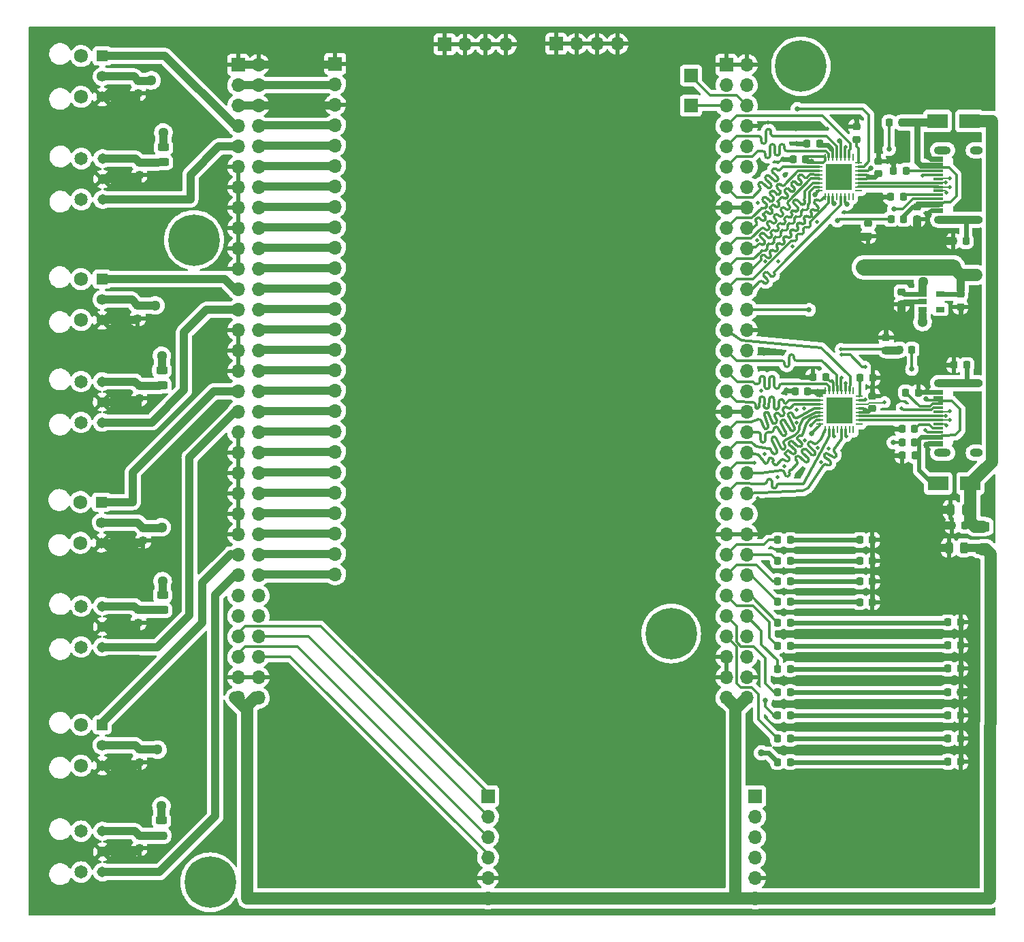
<source format=gbr>
%TF.GenerationSoftware,KiCad,Pcbnew,(6.0.7)*%
%TF.CreationDate,2022-08-08T23:44:24-07:00*%
%TF.ProjectId,adatface_baseboard,61646174-6661-4636-955f-62617365626f,rev?*%
%TF.SameCoordinates,Original*%
%TF.FileFunction,Copper,L1,Top*%
%TF.FilePolarity,Positive*%
%FSLAX46Y46*%
G04 Gerber Fmt 4.6, Leading zero omitted, Abs format (unit mm)*
G04 Created by KiCad (PCBNEW (6.0.7)) date 2022-08-08 23:44:24*
%MOMM*%
%LPD*%
G01*
G04 APERTURE LIST*
G04 Aperture macros list*
%AMRoundRect*
0 Rectangle with rounded corners*
0 $1 Rounding radius*
0 $2 $3 $4 $5 $6 $7 $8 $9 X,Y pos of 4 corners*
0 Add a 4 corners polygon primitive as box body*
4,1,4,$2,$3,$4,$5,$6,$7,$8,$9,$2,$3,0*
0 Add four circle primitives for the rounded corners*
1,1,$1+$1,$2,$3*
1,1,$1+$1,$4,$5*
1,1,$1+$1,$6,$7*
1,1,$1+$1,$8,$9*
0 Add four rect primitives between the rounded corners*
20,1,$1+$1,$2,$3,$4,$5,0*
20,1,$1+$1,$4,$5,$6,$7,0*
20,1,$1+$1,$6,$7,$8,$9,0*
20,1,$1+$1,$8,$9,$2,$3,0*%
G04 Aperture macros list end*
%TA.AperFunction,SMDPad,CuDef*%
%ADD10RoundRect,0.218750X0.218750X0.256250X-0.218750X0.256250X-0.218750X-0.256250X0.218750X-0.256250X0*%
%TD*%
%TA.AperFunction,ComponentPad*%
%ADD11C,1.308000*%
%TD*%
%TA.AperFunction,ComponentPad*%
%ADD12C,1.300000*%
%TD*%
%TA.AperFunction,ComponentPad*%
%ADD13C,1.650000*%
%TD*%
%TA.AperFunction,ComponentPad*%
%ADD14R,1.358000X1.358000*%
%TD*%
%TA.AperFunction,ComponentPad*%
%ADD15C,1.358000*%
%TD*%
%TA.AperFunction,ComponentPad*%
%ADD16C,1.725000*%
%TD*%
%TA.AperFunction,SMDPad,CuDef*%
%ADD17RoundRect,0.243750X-0.456250X0.243750X-0.456250X-0.243750X0.456250X-0.243750X0.456250X0.243750X0*%
%TD*%
%TA.AperFunction,SMDPad,CuDef*%
%ADD18RoundRect,0.218750X-0.256250X0.218750X-0.256250X-0.218750X0.256250X-0.218750X0.256250X0.218750X0*%
%TD*%
%TA.AperFunction,ComponentPad*%
%ADD19R,1.700000X1.700000*%
%TD*%
%TA.AperFunction,ComponentPad*%
%ADD20O,1.700000X1.700000*%
%TD*%
%TA.AperFunction,SMDPad,CuDef*%
%ADD21RoundRect,0.250000X0.625000X-0.375000X0.625000X0.375000X-0.625000X0.375000X-0.625000X-0.375000X0*%
%TD*%
%TA.AperFunction,SMDPad,CuDef*%
%ADD22R,1.060000X0.650000*%
%TD*%
%TA.AperFunction,ComponentPad*%
%ADD23C,0.800000*%
%TD*%
%TA.AperFunction,ComponentPad*%
%ADD24C,6.400000*%
%TD*%
%TA.AperFunction,SMDPad,CuDef*%
%ADD25RoundRect,0.218750X0.256250X-0.218750X0.256250X0.218750X-0.256250X0.218750X-0.256250X-0.218750X0*%
%TD*%
%TA.AperFunction,SMDPad,CuDef*%
%ADD26RoundRect,0.218750X-0.218750X-0.256250X0.218750X-0.256250X0.218750X0.256250X-0.218750X0.256250X0*%
%TD*%
%TA.AperFunction,SMDPad,CuDef*%
%ADD27RoundRect,0.243750X-0.243750X-0.456250X0.243750X-0.456250X0.243750X0.456250X-0.243750X0.456250X0*%
%TD*%
%TA.AperFunction,SMDPad,CuDef*%
%ADD28C,1.500000*%
%TD*%
%TA.AperFunction,SMDPad,CuDef*%
%ADD29R,1.150000X0.300000*%
%TD*%
%TA.AperFunction,ComponentPad*%
%ADD30O,2.100000X1.000000*%
%TD*%
%TA.AperFunction,ComponentPad*%
%ADD31O,1.600000X1.000000*%
%TD*%
%TA.AperFunction,SMDPad,CuDef*%
%ADD32R,2.500000X1.800000*%
%TD*%
%TA.AperFunction,SMDPad,CuDef*%
%ADD33RoundRect,0.062500X-0.375000X-0.062500X0.375000X-0.062500X0.375000X0.062500X-0.375000X0.062500X0*%
%TD*%
%TA.AperFunction,SMDPad,CuDef*%
%ADD34RoundRect,0.062500X-0.062500X-0.375000X0.062500X-0.375000X0.062500X0.375000X-0.062500X0.375000X0*%
%TD*%
%TA.AperFunction,SMDPad,CuDef*%
%ADD35R,3.300000X3.300000*%
%TD*%
%TA.AperFunction,ViaPad*%
%ADD36C,0.460000*%
%TD*%
%TA.AperFunction,ViaPad*%
%ADD37C,1.500000*%
%TD*%
%TA.AperFunction,ViaPad*%
%ADD38C,0.660000*%
%TD*%
%TA.AperFunction,ViaPad*%
%ADD39C,1.300000*%
%TD*%
%TA.AperFunction,ViaPad*%
%ADD40C,1.080000*%
%TD*%
%TA.AperFunction,ViaPad*%
%ADD41C,0.860000*%
%TD*%
%TA.AperFunction,Conductor*%
%ADD42C,0.380000*%
%TD*%
%TA.AperFunction,Conductor*%
%ADD43C,0.200000*%
%TD*%
%TA.AperFunction,Conductor*%
%ADD44C,0.300000*%
%TD*%
%TA.AperFunction,Conductor*%
%ADD45C,1.000000*%
%TD*%
%TA.AperFunction,Conductor*%
%ADD46C,0.600000*%
%TD*%
%TA.AperFunction,Conductor*%
%ADD47C,0.400000*%
%TD*%
%TA.AperFunction,Conductor*%
%ADD48C,2.000000*%
%TD*%
%TA.AperFunction,Conductor*%
%ADD49C,1.500000*%
%TD*%
G04 APERTURE END LIST*
D10*
%TO.P,C10,1*%
%TO.N,/USB1_VBUS*%
X152087500Y-90500000D03*
%TO.P,C10,2*%
%TO.N,GND*%
X150512500Y-90500000D03*
%TD*%
%TO.P,R4,1*%
%TO.N,Net-(D4-Pad2)*%
X136587500Y-114181666D03*
%TO.P,R4,2*%
%TO.N,/SYNC3*%
X135012500Y-114181666D03*
%TD*%
D11*
%TO.P,U1,1,VCC*%
%TO.N,Net-(C1-Pad2)*%
X51056023Y-137249033D03*
D12*
%TO.P,U1,2,GND*%
%TO.N,GND*%
X51056023Y-139789033D03*
D11*
%TO.P,U1,3,VOUT*%
%TO.N,/TOSLINK1_RX*%
X51056023Y-142329033D03*
D13*
%TO.P,U1,NC1*%
%TO.N,N/C*%
X48426023Y-137249033D03*
%TO.P,U1,NC2*%
X48426023Y-142329033D03*
%TD*%
D14*
%TO.P,TR2,1,VIN*%
%TO.N,/TOSLINK4_TX*%
X51050408Y-40817745D03*
D15*
%TO.P,TR2,2,VCC*%
%TO.N,+3V3*%
X51050408Y-43357745D03*
%TO.P,TR2,3,GND*%
%TO.N,GND*%
X51050408Y-45897745D03*
D16*
%TO.P,TR2,4,NC*%
%TO.N,unconnected-(TR2-Pad4)*%
X48430408Y-40817745D03*
%TO.P,TR2,5,NC*%
%TO.N,unconnected-(TR2-Pad5)*%
X48430408Y-45897745D03*
%TD*%
D17*
%TO.P,L3,1,1*%
%TO.N,+3V3*%
X58450000Y-79912500D03*
%TO.P,L3,2,2*%
%TO.N,Net-(C3-Pad2)*%
X58450000Y-81787500D03*
%TD*%
D14*
%TO.P,TR3,1,VIN*%
%TO.N,/TOSLINK3_TX*%
X51026111Y-68581385D03*
D15*
%TO.P,TR3,2,VCC*%
%TO.N,+3V3*%
X51026111Y-71121385D03*
%TO.P,TR3,3,GND*%
%TO.N,GND*%
X51026111Y-73661385D03*
D16*
%TO.P,TR3,4,NC*%
%TO.N,unconnected-(TR3-Pad4)*%
X48406111Y-68581385D03*
%TO.P,TR3,5,NC*%
%TO.N,unconnected-(TR3-Pad5)*%
X48406111Y-73661385D03*
%TD*%
D18*
%TO.P,C9,1*%
%TO.N,/USB2_VBUS*%
X152400000Y-59562500D03*
%TO.P,C9,2*%
%TO.N,GND*%
X152400000Y-61137500D03*
%TD*%
D19*
%TO.P,J11,1,Pin_1*%
%TO.N,GND*%
X93640000Y-39365000D03*
D20*
%TO.P,J11,2,Pin_2*%
X96180000Y-39365000D03*
%TO.P,J11,3,Pin_3*%
X98720000Y-39365000D03*
%TO.P,J11,4,Pin_4*%
X101260000Y-39365000D03*
%TD*%
D21*
%TO.P,FB1,1*%
%TO.N,+5V*%
X160500000Y-102150000D03*
%TO.P,FB1,2*%
%TO.N,/5V_FILTER*%
X160500000Y-99350000D03*
%TD*%
D10*
%TO.P,R8,1*%
%TO.N,Net-(D7-Pad2)*%
X136587500Y-101027811D03*
%TO.P,R8,2*%
%TO.N,/USB2_ACTIVE*%
X135012500Y-101027811D03*
%TD*%
D18*
%TO.P,C5,1*%
%TO.N,+3V3*%
X55650000Y-127062500D03*
%TO.P,C5,2*%
%TO.N,GND*%
X55650000Y-128637500D03*
%TD*%
D22*
%TO.P,U7,1,VIN*%
%TO.N,+3V3*%
X153050000Y-70437500D03*
%TO.P,U7,2,GND*%
%TO.N,GND*%
X153050000Y-71387500D03*
%TO.P,U7,3,EN*%
%TO.N,+3V3*%
X153050000Y-72337500D03*
%TO.P,U7,4,NC*%
%TO.N,unconnected-(U7-Pad4)*%
X155250000Y-72337500D03*
%TO.P,U7,5,VOUT*%
%TO.N,+1V8*%
X155250000Y-70437500D03*
%TD*%
D23*
%TO.P,H3,1*%
%TO.N,N/C*%
X60050000Y-63700000D03*
X64147056Y-62002944D03*
X64850000Y-63700000D03*
X60752944Y-62002944D03*
X64147056Y-65397056D03*
D24*
X62450000Y-63700000D03*
D23*
X62450000Y-66100000D03*
X60752944Y-65397056D03*
X62450000Y-61300000D03*
%TD*%
%TO.P,H4,1*%
%TO.N,N/C*%
X121793000Y-115049000D03*
X123490056Y-110951944D03*
X124193000Y-112649000D03*
X123490056Y-114346056D03*
X120095944Y-110951944D03*
D24*
X121793000Y-112649000D03*
D23*
X121793000Y-110249000D03*
X119393000Y-112649000D03*
X120095944Y-114346056D03*
%TD*%
D10*
%TO.P,D4,1,K*%
%TO.N,GND*%
X157787500Y-114141666D03*
%TO.P,D4,2,A*%
%TO.N,Net-(D4-Pad2)*%
X156212500Y-114141666D03*
%TD*%
%TO.P,R13,1*%
%TO.N,/USB1_CC1*%
X152075000Y-87200000D03*
%TO.P,R13,2*%
%TO.N,GND*%
X150500000Y-87200000D03*
%TD*%
%TO.P,D5,1,K*%
%TO.N,GND*%
X157787500Y-117033332D03*
%TO.P,D5,2,A*%
%TO.N,Net-(D5-Pad2)*%
X156212500Y-117033332D03*
%TD*%
D18*
%TO.P,C7,1*%
%TO.N,+3V3*%
X55450000Y-71862500D03*
%TO.P,C7,2*%
%TO.N,GND*%
X55450000Y-73437500D03*
%TD*%
D19*
%TO.P,J10,1,Pin_1*%
%TO.N,GND*%
X107490000Y-39310000D03*
D20*
%TO.P,J10,2,Pin_2*%
X110030000Y-39310000D03*
%TO.P,J10,3,Pin_3*%
X112570000Y-39310000D03*
%TO.P,J10,4,Pin_4*%
X115110000Y-39310000D03*
%TD*%
D10*
%TO.P,R14,1*%
%TO.N,GND*%
X152512500Y-82675000D03*
%TO.P,R14,2*%
%TO.N,/USB1_CC2*%
X150937500Y-82675000D03*
%TD*%
%TO.P,C12,1*%
%TO.N,+3V3*%
X138757500Y-82500000D03*
%TO.P,C12,2*%
%TO.N,GND*%
X137182500Y-82500000D03*
%TD*%
D25*
%TO.P,R17,1*%
%TO.N,Net-(R17-Pad1)*%
X144800000Y-51187500D03*
%TO.P,R17,2*%
%TO.N,GND*%
X144800000Y-49612500D03*
%TD*%
D18*
%TO.P,C11,1*%
%TO.N,+3V3*%
X150450000Y-70162500D03*
%TO.P,C11,2*%
%TO.N,GND*%
X150450000Y-71737500D03*
%TD*%
D17*
%TO.P,L4,1,1*%
%TO.N,+3V3*%
X58550000Y-107875000D03*
%TO.P,L4,2,2*%
%TO.N,Net-(C4-Pad2)*%
X58550000Y-109750000D03*
%TD*%
D26*
%TO.P,R18,1*%
%TO.N,Net-(R18-Pad1)*%
X145262500Y-80850000D03*
%TO.P,R18,2*%
%TO.N,GND*%
X146837500Y-80850000D03*
%TD*%
D11*
%TO.P,U2,1,VCC*%
%TO.N,Net-(C2-Pad2)*%
X51070408Y-53580245D03*
D12*
%TO.P,U2,2,GND*%
%TO.N,GND*%
X51070408Y-56120245D03*
D11*
%TO.P,U2,3,VOUT*%
%TO.N,/TOSLINK4_RX*%
X51070408Y-58660245D03*
D13*
%TO.P,U2,NC1*%
%TO.N,N/C*%
X48440408Y-53580245D03*
%TO.P,U2,NC2*%
X48440408Y-58660245D03*
%TD*%
D10*
%TO.P,D1,1,K*%
%TO.N,GND*%
X157787500Y-128600000D03*
%TO.P,D1,2,A*%
%TO.N,Net-(D1-Pad2)*%
X156212500Y-128600000D03*
%TD*%
D25*
%TO.P,C3,1*%
%TO.N,GND*%
X55650000Y-83425000D03*
%TO.P,C3,2*%
%TO.N,Net-(C3-Pad2)*%
X55650000Y-81850000D03*
%TD*%
D27*
%TO.P,C21,1*%
%TO.N,GND*%
X156562500Y-97250000D03*
%TO.P,C21,2*%
%TO.N,/5V_FILTER*%
X158437500Y-97250000D03*
%TD*%
D17*
%TO.P,L1,1,1*%
%TO.N,+3V3*%
X58400000Y-135912500D03*
%TO.P,L1,2,2*%
%TO.N,Net-(C1-Pad2)*%
X58400000Y-137787500D03*
%TD*%
D19*
%TO.P,J3,1,Pin_1*%
%TO.N,GND*%
X128650000Y-41910000D03*
D20*
%TO.P,J3,2,Pin_2*%
X131190000Y-41910000D03*
%TO.P,J3,3,Pin_3*%
%TO.N,+3V3*%
X128650000Y-44450000D03*
%TO.P,J3,4,Pin_4*%
X131190000Y-44450000D03*
%TO.P,J3,5,Pin_5*%
%TO.N,Net-(J3-Pad5)*%
X128650000Y-46990000D03*
%TO.P,J3,6,Pin_6*%
%TO.N,Net-(J3-Pad6)*%
X131190000Y-46990000D03*
%TO.P,J3,7,Pin_7*%
%TO.N,/USB2_CLK*%
X128650000Y-49530000D03*
%TO.P,J3,8,Pin_8*%
%TO.N,GND*%
X131190000Y-49530000D03*
%TO.P,J3,9,Pin_9*%
%TO.N,/USB2_STP*%
X128650000Y-52070000D03*
%TO.P,J3,10,Pin_10*%
%TO.N,/USB2_VBUS_PIN*%
X131190000Y-52070000D03*
%TO.P,J3,11,Pin_11*%
%TO.N,/USB2_DIR*%
X128650000Y-54610000D03*
%TO.P,J3,12,Pin_12*%
%TO.N,/USB2_ID*%
X131190000Y-54610000D03*
%TO.P,J3,13,Pin_13*%
%TO.N,/USB2_NXT*%
X128650000Y-57150000D03*
%TO.P,J3,14,Pin_14*%
%TO.N,/USB2_RESET*%
X131190000Y-57150000D03*
%TO.P,J3,15,Pin_15*%
%TO.N,GND*%
X128650000Y-59690000D03*
%TO.P,J3,16,Pin_16*%
X131190000Y-59690000D03*
%TO.P,J3,17,Pin_17*%
%TO.N,/USB2_DATA0*%
X128650000Y-62230000D03*
%TO.P,J3,18,Pin_18*%
%TO.N,/USB2_DATA1*%
X131190000Y-62230000D03*
%TO.P,J3,19,Pin_19*%
%TO.N,/USB2_DATA2*%
X128650000Y-64770000D03*
%TO.P,J3,20,Pin_20*%
%TO.N,/USB2_DATA3*%
X131190000Y-64770000D03*
%TO.P,J3,21,Pin_21*%
%TO.N,/USB2_DATA4*%
X128650000Y-67310000D03*
%TO.P,J3,22,Pin_22*%
%TO.N,/USB2_DATA5*%
X131190000Y-67310000D03*
%TO.P,J3,23,Pin_23*%
%TO.N,/USB2_DATA6*%
X128650000Y-69850000D03*
%TO.P,J3,24,Pin_24*%
%TO.N,/USB2_DATA7*%
X131190000Y-69850000D03*
%TO.P,J3,25,Pin_25*%
%TO.N,/USB2_SBU1*%
X128650000Y-72390000D03*
%TO.P,J3,26,Pin_26*%
%TO.N,/USB2_SBU2*%
X131190000Y-72390000D03*
%TO.P,J3,27,Pin_27*%
%TO.N,/USB1_CLK*%
X128650000Y-74930000D03*
%TO.P,J3,28,Pin_28*%
%TO.N,GND*%
X131190000Y-74930000D03*
%TO.P,J3,29,Pin_29*%
%TO.N,/USB1_STP*%
X128650000Y-77470000D03*
%TO.P,J3,30,Pin_30*%
%TO.N,/USB1_VBUS_PIN*%
X131190000Y-77470000D03*
%TO.P,J3,31,Pin_31*%
%TO.N,/USB1_DIR*%
X128650000Y-80010000D03*
%TO.P,J3,32,Pin_32*%
%TO.N,/USB1_ID*%
X131190000Y-80010000D03*
%TO.P,J3,33,Pin_33*%
%TO.N,/USB1_NXT*%
X128650000Y-82550000D03*
%TO.P,J3,34,Pin_34*%
%TO.N,/USB1_RESET*%
X131190000Y-82550000D03*
%TO.P,J3,35,Pin_35*%
%TO.N,GND*%
X128650000Y-85090000D03*
%TO.P,J3,36,Pin_36*%
X131190000Y-85090000D03*
%TO.P,J3,37,Pin_37*%
%TO.N,/USB1_DATA0*%
X128650000Y-87630000D03*
%TO.P,J3,38,Pin_38*%
%TO.N,/USB1_DATA1*%
X131190000Y-87630000D03*
%TO.P,J3,39,Pin_39*%
%TO.N,/USB1_DATA2*%
X128650000Y-90170000D03*
%TO.P,J3,40,Pin_40*%
%TO.N,/USB1_DATA3*%
X131190000Y-90170000D03*
%TO.P,J3,41,Pin_41*%
%TO.N,/USB1_DATA4*%
X128650000Y-92710000D03*
%TO.P,J3,42,Pin_42*%
%TO.N,/USB1_DATA5*%
X131190000Y-92710000D03*
%TO.P,J3,43,Pin_43*%
%TO.N,/USB1_DATA6*%
X128650000Y-95250000D03*
%TO.P,J3,44,Pin_44*%
%TO.N,/USB1_DATA7*%
X131190000Y-95250000D03*
%TO.P,J3,45,Pin_45*%
%TO.N,/USB1_SBU1*%
X128650000Y-97790000D03*
%TO.P,J3,46,Pin_46*%
%TO.N,/USB1_SBU2*%
X131190000Y-97790000D03*
%TO.P,J3,47,Pin_47*%
%TO.N,GND*%
X128650000Y-100330000D03*
%TO.P,J3,48,Pin_48*%
X131190000Y-100330000D03*
%TO.P,J3,49,Pin_49*%
%TO.N,/USB2_ACTIVE*%
X128650000Y-102870000D03*
%TO.P,J3,50,Pin_50*%
%TO.N,/USB2_SUSPENDED_N*%
X131190000Y-102870000D03*
%TO.P,J3,51,Pin_51*%
%TO.N,/USB1_ACTIVE*%
X128650000Y-105410000D03*
%TO.P,J3,52,Pin_52*%
%TO.N,/USB1_SUSPENDED_N*%
X131190000Y-105410000D03*
%TO.P,J3,53,Pin_53*%
%TO.N,/SYNC3*%
X128650000Y-107950000D03*
%TO.P,J3,54,Pin_54*%
%TO.N,/SYNC4*%
X131190000Y-107950000D03*
%TO.P,J3,55,Pin_55*%
%TO.N,/SYNC1*%
X128650000Y-110490000D03*
%TO.P,J3,56,Pin_56*%
%TO.N,/SYNC2*%
X131190000Y-110490000D03*
%TO.P,J3,57,Pin_57*%
%TO.N,/USB1*%
X128650000Y-113030000D03*
%TO.P,J3,58,Pin_58*%
%TO.N,/USB2*%
X131190000Y-113030000D03*
%TO.P,J3,59,Pin_59*%
%TO.N,GND*%
X128650000Y-115570000D03*
%TO.P,J3,60,Pin_60*%
%TO.N,/HOST*%
X131190000Y-115570000D03*
%TO.P,J3,61,Pin_61*%
%TO.N,GND*%
X128650000Y-118110000D03*
%TO.P,J3,62,Pin_62*%
X131190000Y-118110000D03*
%TO.P,J3,63,Pin_63*%
%TO.N,+5V*%
X128650000Y-120650000D03*
%TO.P,J3,64,Pin_64*%
X131190000Y-120650000D03*
%TD*%
D10*
%TO.P,C14,1*%
%TO.N,+3V3*%
X138507500Y-53690000D03*
%TO.P,C14,2*%
%TO.N,GND*%
X136932500Y-53690000D03*
%TD*%
D25*
%TO.P,C2,1*%
%TO.N,GND*%
X55650000Y-55637500D03*
%TO.P,C2,2*%
%TO.N,Net-(C2-Pad2)*%
X55650000Y-54062500D03*
%TD*%
D10*
%TO.P,R3,1*%
%TO.N,Net-(D3-Pad2)*%
X136587500Y-111290000D03*
%TO.P,R3,2*%
%TO.N,/SYNC4*%
X135012500Y-111290000D03*
%TD*%
D19*
%TO.P,J7,1,Pin_1*%
%TO.N,GND*%
X80010000Y-41783000D03*
D20*
%TO.P,J7,2,Pin_2*%
%TO.N,+3V3*%
X80010000Y-44323000D03*
%TO.P,J7,3,Pin_3*%
%TO.N,GND*%
X80010000Y-46863000D03*
%TO.P,J7,4,Pin_4*%
%TO.N,Net-(J2-Pad8)*%
X80010000Y-49403000D03*
%TO.P,J7,5,Pin_5*%
%TO.N,Net-(J2-Pad10)*%
X80010000Y-51943000D03*
%TO.P,J7,6,Pin_6*%
%TO.N,Net-(J2-Pad12)*%
X80010000Y-54483000D03*
%TO.P,J7,7,Pin_7*%
%TO.N,Net-(J2-Pad14)*%
X80010000Y-57023000D03*
%TO.P,J7,8,Pin_8*%
%TO.N,Net-(J2-Pad16)*%
X80010000Y-59563000D03*
%TO.P,J7,9,Pin_9*%
%TO.N,Net-(J2-Pad18)*%
X80010000Y-62103000D03*
%TO.P,J7,10,Pin_10*%
%TO.N,Net-(J2-Pad20)*%
X80010000Y-64643000D03*
%TO.P,J7,11,Pin_11*%
%TO.N,Net-(J2-Pad22)*%
X80010000Y-67183000D03*
%TO.P,J7,12,Pin_12*%
%TO.N,Net-(J2-Pad24)*%
X80010000Y-69723000D03*
%TO.P,J7,13,Pin_13*%
%TO.N,Net-(J2-Pad26)*%
X80010000Y-72263000D03*
%TO.P,J7,14,Pin_14*%
%TO.N,Net-(J2-Pad28)*%
X80010000Y-74803000D03*
%TO.P,J7,15,Pin_15*%
%TO.N,Net-(J2-Pad30)*%
X80010000Y-77343000D03*
%TO.P,J7,16,Pin_16*%
%TO.N,Net-(J2-Pad32)*%
X80010000Y-79883000D03*
%TO.P,J7,17,Pin_17*%
%TO.N,Net-(J2-Pad34)*%
X80010000Y-82423000D03*
%TO.P,J7,18,Pin_18*%
%TO.N,Net-(J2-Pad36)*%
X80010000Y-84963000D03*
%TO.P,J7,19,Pin_19*%
%TO.N,Net-(J2-Pad38)*%
X80010000Y-87503000D03*
%TO.P,J7,20,Pin_20*%
%TO.N,Net-(J2-Pad40)*%
X80010000Y-90043000D03*
%TO.P,J7,21,Pin_21*%
%TO.N,Net-(J2-Pad42)*%
X80010000Y-92583000D03*
%TO.P,J7,22,Pin_22*%
%TO.N,Net-(J2-Pad44)*%
X80010000Y-95123000D03*
%TO.P,J7,23,Pin_23*%
%TO.N,Net-(J2-Pad46)*%
X80010000Y-97663000D03*
%TO.P,J7,24,Pin_24*%
%TO.N,Net-(J2-Pad48)*%
X80010000Y-100203000D03*
%TO.P,J7,25,Pin_25*%
%TO.N,Net-(J2-Pad50)*%
X80010000Y-102743000D03*
%TO.P,J7,26,Pin_26*%
%TO.N,Net-(J2-Pad52)*%
X80010000Y-105283000D03*
%TD*%
D19*
%TO.P,J6,1,Pin_1*%
%TO.N,/I2S2_SCK*%
X99000000Y-132900000D03*
D20*
%TO.P,J6,2,Pin_2*%
%TO.N,/I2S2_BCK*%
X99000000Y-135440000D03*
%TO.P,J6,3,Pin_3*%
%TO.N,/I2S2_DIN*%
X99000000Y-137980000D03*
%TO.P,J6,4,Pin_4*%
%TO.N,/I2S2_LRCK*%
X99000000Y-140520000D03*
%TO.P,J6,5,Pin_5*%
%TO.N,GND*%
X99000000Y-143060000D03*
%TO.P,J6,6,Pin_6*%
%TO.N,+5V*%
X99000000Y-145600000D03*
%TD*%
D26*
%TO.P,R12,1*%
%TO.N,GND*%
X156862500Y-63850000D03*
%TO.P,R12,2*%
%TO.N,Net-(J5-PadS1)*%
X158437500Y-63850000D03*
%TD*%
D28*
%TO.P,TP5,1,1*%
%TO.N,+1V8*%
X157800000Y-68050000D03*
%TD*%
D29*
%TO.P,J4,A1,GND*%
%TO.N,GND*%
X154980000Y-89200000D03*
%TO.P,J4,A4,VBUS*%
%TO.N,/USB1_VBUS*%
X154980000Y-88400000D03*
%TO.P,J4,A5,CC1*%
%TO.N,/USB1_CC1*%
X154980000Y-87100000D03*
%TO.P,J4,A6,D+*%
%TO.N,/USB1_D+*%
X154980000Y-86100000D03*
%TO.P,J4,A7,D-*%
%TO.N,/USB1_D-*%
X154980000Y-85600000D03*
%TO.P,J4,A8,SBU1*%
%TO.N,/USB1_SBU1*%
X154980000Y-84600000D03*
%TO.P,J4,A9,VBUS*%
%TO.N,/USB1_VBUS*%
X154980000Y-83300000D03*
%TO.P,J4,A12,GND*%
%TO.N,GND*%
X154980000Y-82500000D03*
%TO.P,J4,B1,GND*%
X154980000Y-82800000D03*
%TO.P,J4,B4,VBUS*%
%TO.N,/USB1_VBUS*%
X154980000Y-83600000D03*
%TO.P,J4,B5,CC2*%
%TO.N,/USB1_CC2*%
X154980000Y-84100000D03*
%TO.P,J4,B6,D+*%
%TO.N,/USB1_D+*%
X154980000Y-85100000D03*
%TO.P,J4,B7,D-*%
%TO.N,/USB1_D-*%
X154980000Y-86600000D03*
%TO.P,J4,B8,SBU2*%
%TO.N,/USB1_SBU2*%
X154980000Y-87600000D03*
%TO.P,J4,B9,VBUS*%
%TO.N,/USB1_VBUS*%
X154980000Y-88100000D03*
%TO.P,J4,B12,GND*%
%TO.N,GND*%
X154980000Y-88900000D03*
D30*
%TO.P,J4,S1,SHIELD*%
%TO.N,Net-(J4-PadS1)*%
X155545000Y-90170000D03*
D31*
X159725000Y-90170000D03*
X159725000Y-81530000D03*
D30*
X155545000Y-81530000D03*
%TD*%
D25*
%TO.P,C1,1*%
%TO.N,GND*%
X55650000Y-139387500D03*
%TO.P,C1,2*%
%TO.N,Net-(C1-Pad2)*%
X55650000Y-137812500D03*
%TD*%
D10*
%TO.P,D2,1,K*%
%TO.N,GND*%
X157787500Y-122816664D03*
%TO.P,D2,2,A*%
%TO.N,Net-(D2-Pad2)*%
X156212500Y-122816664D03*
%TD*%
D32*
%TO.P,D12,1,K*%
%TO.N,/5V_FILTER*%
X158900000Y-48900000D03*
%TO.P,D12,2,A*%
%TO.N,/USB2_VBUS*%
X154900000Y-48900000D03*
%TD*%
D18*
%TO.P,R24,1*%
%TO.N,/USB2_VBUS_PIN*%
X146300000Y-61637500D03*
%TO.P,R24,2*%
%TO.N,GND*%
X146300000Y-63212500D03*
%TD*%
D10*
%TO.P,R15,1*%
%TO.N,/USB2_CC1*%
X150637500Y-58300000D03*
%TO.P,R15,2*%
%TO.N,GND*%
X149062500Y-58300000D03*
%TD*%
%TO.P,D9,1,K*%
%TO.N,GND*%
X146812500Y-108751964D03*
%TO.P,D9,2,A*%
%TO.N,Net-(D9-Pad2)*%
X145237500Y-108751964D03*
%TD*%
%TO.P,R9,1*%
%TO.N,Net-(D8-Pad2)*%
X136587500Y-103593358D03*
%TO.P,R9,2*%
%TO.N,/USB2_SUSPENDED_N*%
X135012500Y-103593358D03*
%TD*%
%TO.P,R1,1*%
%TO.N,Net-(D1-Pad2)*%
X136587500Y-128640000D03*
%TO.P,R1,2*%
%TO.N,/HOST*%
X135012500Y-128640000D03*
%TD*%
D11*
%TO.P,U3,1,VCC*%
%TO.N,Net-(C3-Pad2)*%
X51030000Y-81310000D03*
D12*
%TO.P,U3,2,GND*%
%TO.N,GND*%
X51030000Y-83850000D03*
D11*
%TO.P,U3,3,VOUT*%
%TO.N,/TOSLINK3_RX*%
X51030000Y-86390000D03*
D13*
%TO.P,U3,NC1*%
%TO.N,N/C*%
X48400000Y-81310000D03*
%TO.P,U3,NC2*%
X48400000Y-86390000D03*
%TD*%
D18*
%TO.P,C8,1*%
%TO.N,+3V3*%
X56136737Y-99533043D03*
%TO.P,C8,2*%
%TO.N,GND*%
X56136737Y-101108043D03*
%TD*%
D25*
%TO.P,R26,1*%
%TO.N,/USB1_VBUS_PIN*%
X148510000Y-77425000D03*
%TO.P,R26,2*%
%TO.N,GND*%
X148510000Y-75850000D03*
%TD*%
D10*
%TO.P,D6,1,K*%
%TO.N,GND*%
X157787500Y-119924998D03*
%TO.P,D6,2,A*%
%TO.N,Net-(D6-Pad2)*%
X156212500Y-119924998D03*
%TD*%
%TO.P,R5,1*%
%TO.N,Net-(D5-Pad2)*%
X136587500Y-117073332D03*
%TO.P,R5,2*%
%TO.N,/SYNC2*%
X135012500Y-117073332D03*
%TD*%
%TO.P,R23,1*%
%TO.N,/USB2_VBUS*%
X150687500Y-61100000D03*
%TO.P,R23,2*%
%TO.N,/USB2_VBUS_PIN*%
X149112500Y-61100000D03*
%TD*%
D25*
%TO.P,C18,1*%
%TO.N,+3V3*%
X147550000Y-55457500D03*
%TO.P,C18,2*%
%TO.N,GND*%
X147550000Y-53882500D03*
%TD*%
D10*
%TO.P,R11,1*%
%TO.N,Net-(D10-Pad2)*%
X136587500Y-106158905D03*
%TO.P,R11,2*%
%TO.N,/USB1_ACTIVE*%
X135012500Y-106158905D03*
%TD*%
D26*
%TO.P,R16,1*%
%TO.N,GND*%
X149432500Y-55070000D03*
%TO.P,R16,2*%
%TO.N,/USB2_CC2*%
X151007500Y-55070000D03*
%TD*%
D10*
%TO.P,R19,1*%
%TO.N,/USB2_VBUS*%
X150487500Y-49100000D03*
%TO.P,R19,2*%
%TO.N,Net-(R19-Pad2)*%
X148912500Y-49100000D03*
%TD*%
%TO.P,D10,1,K*%
%TO.N,GND*%
X146812500Y-106174642D03*
%TO.P,D10,2,A*%
%TO.N,Net-(D10-Pad2)*%
X145237500Y-106174642D03*
%TD*%
%TO.P,R10,1*%
%TO.N,Net-(D9-Pad2)*%
X136587500Y-108724452D03*
%TO.P,R10,2*%
%TO.N,/USB1_SUSPENDED_N*%
X135012500Y-108724452D03*
%TD*%
%TO.P,D7,1,K*%
%TO.N,GND*%
X146812500Y-101020000D03*
%TO.P,D7,2,A*%
%TO.N,Net-(D7-Pad2)*%
X145237500Y-101020000D03*
%TD*%
D19*
%TO.P,J9,1,Pin_1*%
%TO.N,Net-(J3-Pad6)*%
X124250000Y-43250000D03*
%TD*%
D23*
%TO.P,H2,1*%
%TO.N,N/C*%
X62752944Y-141902944D03*
X66850000Y-143600000D03*
X64450000Y-146000000D03*
X66147056Y-145297056D03*
X64450000Y-141200000D03*
X66147056Y-141902944D03*
X62752944Y-145297056D03*
X62050000Y-143600000D03*
D24*
X64450000Y-143600000D03*
%TD*%
D19*
%TO.P,J1,1,Pin_1*%
%TO.N,/I2S1_SCK*%
X132250000Y-132900000D03*
D20*
%TO.P,J1,2,Pin_2*%
%TO.N,/I2S1_BCK*%
X132250000Y-135440000D03*
%TO.P,J1,3,Pin_3*%
%TO.N,/I2S1_DIN*%
X132250000Y-137980000D03*
%TO.P,J1,4,Pin_4*%
%TO.N,/I2S1_LRCK*%
X132250000Y-140520000D03*
%TO.P,J1,5,Pin_5*%
%TO.N,GND*%
X132250000Y-143060000D03*
%TO.P,J1,6,Pin_6*%
%TO.N,+5V*%
X132250000Y-145600000D03*
%TD*%
D25*
%TO.P,C4,1*%
%TO.N,GND*%
X55525979Y-111307392D03*
%TO.P,C4,2*%
%TO.N,Net-(C4-Pad2)*%
X55525979Y-109732392D03*
%TD*%
D10*
%TO.P,D11,1,K*%
%TO.N,GND*%
X157787500Y-125708330D03*
%TO.P,D11,2,A*%
%TO.N,Net-(D11-Pad2)*%
X156212500Y-125708330D03*
%TD*%
D25*
%TO.P,C16,1*%
%TO.N,+3V3*%
X146825000Y-84687500D03*
%TO.P,C16,2*%
%TO.N,GND*%
X146825000Y-83112500D03*
%TD*%
D10*
%TO.P,C17,1*%
%TO.N,+1V8*%
X140237500Y-51740000D03*
%TO.P,C17,2*%
%TO.N,GND*%
X138662500Y-51740000D03*
%TD*%
%TO.P,D3,1,K*%
%TO.N,GND*%
X157787500Y-111250000D03*
%TO.P,D3,2,A*%
%TO.N,Net-(D3-Pad2)*%
X156212500Y-111250000D03*
%TD*%
D18*
%TO.P,C6,1*%
%TO.N,+3V3*%
X55500000Y-43887500D03*
%TO.P,C6,2*%
%TO.N,GND*%
X55500000Y-45462500D03*
%TD*%
D14*
%TO.P,TR4,1,VIN*%
%TO.N,/TOSLINK2_TX*%
X50946530Y-96303594D03*
D15*
%TO.P,TR4,2,VCC*%
%TO.N,+3V3*%
X50946530Y-98843594D03*
%TO.P,TR4,3,GND*%
%TO.N,GND*%
X50946530Y-101383594D03*
D16*
%TO.P,TR4,4,NC*%
%TO.N,unconnected-(TR4-Pad4)*%
X48326530Y-96303594D03*
%TO.P,TR4,5,NC*%
%TO.N,unconnected-(TR4-Pad5)*%
X48326530Y-101383594D03*
%TD*%
D10*
%TO.P,R6,1*%
%TO.N,Net-(D6-Pad2)*%
X136587500Y-119964998D03*
%TO.P,R6,2*%
%TO.N,/SYNC1*%
X135012500Y-119964998D03*
%TD*%
%TO.P,R25,1*%
%TO.N,/USB1_VBUS*%
X151712500Y-77362500D03*
%TO.P,R25,2*%
%TO.N,/USB1_VBUS_PIN*%
X150137500Y-77362500D03*
%TD*%
D19*
%TO.P,J8,1,Pin_1*%
%TO.N,Net-(J3-Pad5)*%
X124250000Y-47000000D03*
%TD*%
D10*
%TO.P,C15,1*%
%TO.N,+1V8*%
X140997500Y-80730000D03*
%TO.P,C15,2*%
%TO.N,GND*%
X139422500Y-80730000D03*
%TD*%
D26*
%TO.P,R7,1*%
%TO.N,GND*%
X156975000Y-79250000D03*
%TO.P,R7,2*%
%TO.N,Net-(J4-PadS1)*%
X158550000Y-79250000D03*
%TD*%
%TO.P,C20,1*%
%TO.N,GND*%
X156712500Y-99250000D03*
%TO.P,C20,2*%
%TO.N,/5V_FILTER*%
X158287500Y-99250000D03*
%TD*%
D24*
%TO.P,H1,1*%
%TO.N,N/C*%
X137925000Y-42100000D03*
D23*
X137925000Y-39700000D03*
X137925000Y-44500000D03*
X140325000Y-42100000D03*
X139622056Y-43797056D03*
X136227944Y-40402944D03*
X135525000Y-42100000D03*
X136227944Y-43797056D03*
X139622056Y-40402944D03*
%TD*%
D10*
%TO.P,R21,1*%
%TO.N,Net-(D11-Pad2)*%
X136587500Y-125748330D03*
%TO.P,R21,2*%
%TO.N,/USB1*%
X135012500Y-125748330D03*
%TD*%
D11*
%TO.P,U4,1,VCC*%
%TO.N,Net-(C4-Pad2)*%
X51056023Y-109249033D03*
D12*
%TO.P,U4,2,GND*%
%TO.N,GND*%
X51056023Y-111789033D03*
D11*
%TO.P,U4,3,VOUT*%
%TO.N,/TOSLINK2_RX*%
X51056023Y-114329033D03*
D13*
%TO.P,U4,NC1*%
%TO.N,N/C*%
X48426023Y-109249033D03*
%TO.P,U4,NC2*%
X48426023Y-114329033D03*
%TD*%
D18*
%TO.P,C13,1*%
%TO.N,+1V8*%
X157750000Y-70462500D03*
%TO.P,C13,2*%
%TO.N,GND*%
X157750000Y-72037500D03*
%TD*%
D10*
%TO.P,D8,1,K*%
%TO.N,GND*%
X146812500Y-103597321D03*
%TO.P,D8,2,A*%
%TO.N,Net-(D8-Pad2)*%
X145237500Y-103597321D03*
%TD*%
D14*
%TO.P,TR1,1,VIN*%
%TO.N,/TOSLINK1_TX*%
X51036023Y-124011533D03*
D15*
%TO.P,TR1,2,VCC*%
%TO.N,+3V3*%
X51036023Y-126551533D03*
%TO.P,TR1,3,GND*%
%TO.N,GND*%
X51036023Y-129091533D03*
D16*
%TO.P,TR1,4,NC*%
%TO.N,unconnected-(TR1-Pad4)*%
X48416023Y-124011533D03*
%TO.P,TR1,5,NC*%
%TO.N,unconnected-(TR1-Pad5)*%
X48416023Y-129091533D03*
%TD*%
D19*
%TO.P,J2,1,Pin_1*%
%TO.N,GND*%
X67945000Y-41910000D03*
D20*
%TO.P,J2,2,Pin_2*%
X70485000Y-41910000D03*
%TO.P,J2,3,Pin_3*%
%TO.N,+3V3*%
X67945000Y-44450000D03*
%TO.P,J2,4,Pin_4*%
X70485000Y-44450000D03*
%TO.P,J2,5,Pin_5*%
%TO.N,GND*%
X67945000Y-46990000D03*
%TO.P,J2,6,Pin_6*%
X70485000Y-46990000D03*
%TO.P,J2,7,Pin_7*%
%TO.N,/TOSLINK4_TX*%
X67945000Y-49530000D03*
%TO.P,J2,8,Pin_8*%
%TO.N,Net-(J2-Pad8)*%
X70485000Y-49530000D03*
%TO.P,J2,9,Pin_9*%
%TO.N,/TOSLINK4_RX*%
X67945000Y-52070000D03*
%TO.P,J2,10,Pin_10*%
%TO.N,Net-(J2-Pad10)*%
X70485000Y-52070000D03*
%TO.P,J2,11,Pin_11*%
%TO.N,GND*%
X67945000Y-54610000D03*
%TO.P,J2,12,Pin_12*%
%TO.N,Net-(J2-Pad12)*%
X70485000Y-54610000D03*
%TO.P,J2,13,Pin_13*%
%TO.N,GND*%
X67945000Y-57150000D03*
%TO.P,J2,14,Pin_14*%
%TO.N,Net-(J2-Pad14)*%
X70485000Y-57150000D03*
%TO.P,J2,15,Pin_15*%
%TO.N,GND*%
X67945000Y-59690000D03*
%TO.P,J2,16,Pin_16*%
%TO.N,Net-(J2-Pad16)*%
X70485000Y-59690000D03*
%TO.P,J2,17,Pin_17*%
%TO.N,GND*%
X67945000Y-62230000D03*
%TO.P,J2,18,Pin_18*%
%TO.N,Net-(J2-Pad18)*%
X70485000Y-62230000D03*
%TO.P,J2,19,Pin_19*%
%TO.N,GND*%
X67945000Y-64770000D03*
%TO.P,J2,20,Pin_20*%
%TO.N,Net-(J2-Pad20)*%
X70485000Y-64770000D03*
%TO.P,J2,21,Pin_21*%
%TO.N,GND*%
X67945000Y-67310000D03*
%TO.P,J2,22,Pin_22*%
%TO.N,Net-(J2-Pad22)*%
X70485000Y-67310000D03*
%TO.P,J2,23,Pin_23*%
%TO.N,/TOSLINK3_TX*%
X67945000Y-69850000D03*
%TO.P,J2,24,Pin_24*%
%TO.N,Net-(J2-Pad24)*%
X70485000Y-69850000D03*
%TO.P,J2,25,Pin_25*%
%TO.N,/TOSLINK3_RX*%
X67945000Y-72390000D03*
%TO.P,J2,26,Pin_26*%
%TO.N,Net-(J2-Pad26)*%
X70485000Y-72390000D03*
%TO.P,J2,27,Pin_27*%
%TO.N,GND*%
X67945000Y-74930000D03*
%TO.P,J2,28,Pin_28*%
%TO.N,Net-(J2-Pad28)*%
X70485000Y-74930000D03*
%TO.P,J2,29,Pin_29*%
%TO.N,GND*%
X67945000Y-77470000D03*
%TO.P,J2,30,Pin_30*%
%TO.N,Net-(J2-Pad30)*%
X70485000Y-77470000D03*
%TO.P,J2,31,Pin_31*%
%TO.N,GND*%
X67945000Y-80010000D03*
%TO.P,J2,32,Pin_32*%
%TO.N,Net-(J2-Pad32)*%
X70485000Y-80010000D03*
%TO.P,J2,33,Pin_33*%
%TO.N,/TOSLINK2_TX*%
X67945000Y-82550000D03*
%TO.P,J2,34,Pin_34*%
%TO.N,Net-(J2-Pad34)*%
X70485000Y-82550000D03*
%TO.P,J2,35,Pin_35*%
%TO.N,/TOSLINK2_RX*%
X67945000Y-85090000D03*
%TO.P,J2,36,Pin_36*%
%TO.N,Net-(J2-Pad36)*%
X70485000Y-85090000D03*
%TO.P,J2,37,Pin_37*%
%TO.N,GND*%
X67945000Y-87630000D03*
%TO.P,J2,38,Pin_38*%
%TO.N,Net-(J2-Pad38)*%
X70485000Y-87630000D03*
%TO.P,J2,39,Pin_39*%
%TO.N,GND*%
X67945000Y-90170000D03*
%TO.P,J2,40,Pin_40*%
%TO.N,Net-(J2-Pad40)*%
X70485000Y-90170000D03*
%TO.P,J2,41,Pin_41*%
%TO.N,GND*%
X67945000Y-92710000D03*
%TO.P,J2,42,Pin_42*%
%TO.N,Net-(J2-Pad42)*%
X70485000Y-92710000D03*
%TO.P,J2,43,Pin_43*%
%TO.N,GND*%
X67945000Y-95250000D03*
%TO.P,J2,44,Pin_44*%
%TO.N,Net-(J2-Pad44)*%
X70485000Y-95250000D03*
%TO.P,J2,45,Pin_45*%
%TO.N,GND*%
X67945000Y-97790000D03*
%TO.P,J2,46,Pin_46*%
%TO.N,Net-(J2-Pad46)*%
X70485000Y-97790000D03*
%TO.P,J2,47,Pin_47*%
%TO.N,GND*%
X67945000Y-100330000D03*
%TO.P,J2,48,Pin_48*%
%TO.N,Net-(J2-Pad48)*%
X70485000Y-100330000D03*
%TO.P,J2,49,Pin_49*%
%TO.N,/TOSLINK1_TX*%
X67945000Y-102870000D03*
%TO.P,J2,50,Pin_50*%
%TO.N,Net-(J2-Pad50)*%
X70485000Y-102870000D03*
%TO.P,J2,51,Pin_51*%
%TO.N,/TOSLINK1_RX*%
X67945000Y-105410000D03*
%TO.P,J2,52,Pin_52*%
%TO.N,Net-(J2-Pad52)*%
X70485000Y-105410000D03*
%TO.P,J2,53,Pin_53*%
%TO.N,/I2S1_SCK*%
X67945000Y-107950000D03*
%TO.P,J2,54,Pin_54*%
%TO.N,/I2S1_BCK*%
X70485000Y-107950000D03*
%TO.P,J2,55,Pin_55*%
%TO.N,/I2S1_DIN*%
X67945000Y-110490000D03*
%TO.P,J2,56,Pin_56*%
%TO.N,/I2S1_LRCK*%
X70485000Y-110490000D03*
%TO.P,J2,57,Pin_57*%
%TO.N,/I2S2_SCK*%
X67945000Y-113030000D03*
%TO.P,J2,58,Pin_58*%
%TO.N,/I2S2_BCK*%
X70485000Y-113030000D03*
%TO.P,J2,59,Pin_59*%
%TO.N,/I2S2_DIN*%
X67945000Y-115570000D03*
%TO.P,J2,60,Pin_60*%
%TO.N,/I2S2_LRCK*%
X70485000Y-115570000D03*
%TO.P,J2,61,Pin_61*%
%TO.N,GND*%
X67945000Y-118110000D03*
%TO.P,J2,62,Pin_62*%
X70485000Y-118110000D03*
%TO.P,J2,63,Pin_63*%
%TO.N,+5V*%
X67945000Y-120650000D03*
%TO.P,J2,64,Pin_64*%
X70485000Y-120650000D03*
%TD*%
D33*
%TO.P,U5,1,CLKOUT*%
%TO.N,+3V3*%
X140212500Y-54100000D03*
%TO.P,U5,2,NXT*%
%TO.N,/USB2_NXT*%
X140212500Y-54600000D03*
%TO.P,U5,3,DATA0*%
%TO.N,/USB2_DATA0*%
X140212500Y-55100000D03*
%TO.P,U5,4,DATA1*%
%TO.N,/USB2_DATA1*%
X140212500Y-55600000D03*
%TO.P,U5,5,DATA2*%
%TO.N,/USB2_DATA2*%
X140212500Y-56100000D03*
%TO.P,U5,6,DATA3*%
%TO.N,/USB2_DATA3*%
X140212500Y-56600000D03*
%TO.P,U5,7,DATA4*%
%TO.N,/USB2_DATA4*%
X140212500Y-57100000D03*
%TO.P,U5,8,REFSEL0*%
%TO.N,+3V3*%
X140212500Y-57600000D03*
D34*
%TO.P,U5,9,DATA5*%
%TO.N,/USB2_DATA5*%
X140900000Y-58287500D03*
%TO.P,U5,10,DATA6*%
%TO.N,/USB2_DATA6*%
X141400000Y-58287500D03*
%TO.P,U5,11,REFSEL1*%
%TO.N,+3V3*%
X141900000Y-58287500D03*
%TO.P,U5,12*%
%TO.N,unconnected-(U5-Pad12)*%
X142400000Y-58287500D03*
%TO.P,U5,13,DATA7*%
%TO.N,/USB2_DATA7*%
X142900000Y-58287500D03*
%TO.P,U5,14,REFSEL2*%
%TO.N,+3V3*%
X143400000Y-58287500D03*
%TO.P,U5,15,SPK_L*%
%TO.N,unconnected-(U5-Pad15)*%
X143900000Y-58287500D03*
%TO.P,U5,16,SPK_R*%
%TO.N,unconnected-(U5-Pad16)*%
X144400000Y-58287500D03*
D33*
%TO.P,U5,17,CPEN*%
%TO.N,unconnected-(U5-Pad17)*%
X145087500Y-57600000D03*
%TO.P,U5,18,DP*%
%TO.N,/USB2_D+*%
X145087500Y-57100000D03*
%TO.P,U5,19,DM*%
%TO.N,/USB2_D-*%
X145087500Y-56600000D03*
%TO.P,U5,20,VDD33*%
%TO.N,+3V3*%
X145087500Y-56100000D03*
%TO.P,U5,21,VBAT*%
X145087500Y-55600000D03*
%TO.P,U5,22,VBUS*%
%TO.N,Net-(R19-Pad2)*%
X145087500Y-55100000D03*
%TO.P,U5,23,ID*%
%TO.N,/USB2_ID*%
X145087500Y-54600000D03*
%TO.P,U5,24,RBIAS*%
%TO.N,Net-(R17-Pad1)*%
X145087500Y-54100000D03*
D34*
%TO.P,U5,25,XO*%
%TO.N,unconnected-(U5-Pad25)*%
X144400000Y-53412500D03*
%TO.P,U5,26,REFCLK*%
%TO.N,/USB2_CLK*%
X143900000Y-53412500D03*
%TO.P,U5,27,RESETB*%
%TO.N,/USB2_RESET*%
X143400000Y-53412500D03*
%TO.P,U5,28,VDD18*%
%TO.N,+1V8*%
X142900000Y-53412500D03*
%TO.P,U5,29,STP*%
%TO.N,/USB2_STP*%
X142400000Y-53412500D03*
%TO.P,U5,30,VDD18*%
%TO.N,+1V8*%
X141900000Y-53412500D03*
%TO.P,U5,31,DIR*%
%TO.N,/USB2_DIR*%
X141400000Y-53412500D03*
%TO.P,U5,32,VDDIO*%
%TO.N,+3V3*%
X140900000Y-53412500D03*
D35*
%TO.P,U5,33,GND*%
%TO.N,GND*%
X142650000Y-55850000D03*
%TD*%
D27*
%TO.P,C19,1*%
%TO.N,GND*%
X156312500Y-102000000D03*
%TO.P,C19,2*%
%TO.N,+5V*%
X158187500Y-102000000D03*
%TD*%
D10*
%TO.P,R2,1*%
%TO.N,Net-(D2-Pad2)*%
X136587500Y-122856664D03*
%TO.P,R2,2*%
%TO.N,/USB2*%
X135012500Y-122856664D03*
%TD*%
D29*
%TO.P,J5,A1,GND*%
%TO.N,GND*%
X154980000Y-60200000D03*
%TO.P,J5,A4,VBUS*%
%TO.N,/USB2_VBUS*%
X154980000Y-59400000D03*
%TO.P,J5,A5,CC1*%
%TO.N,/USB2_CC1*%
X154980000Y-58100000D03*
%TO.P,J5,A6,D+*%
%TO.N,/USB2_D+*%
X154980000Y-57100000D03*
%TO.P,J5,A7,D-*%
%TO.N,/USB2_D-*%
X154980000Y-56600000D03*
%TO.P,J5,A8,SBU1*%
%TO.N,/USB2_SBU1*%
X154980000Y-55600000D03*
%TO.P,J5,A9,VBUS*%
%TO.N,/USB2_VBUS*%
X154980000Y-54300000D03*
%TO.P,J5,A12,GND*%
%TO.N,GND*%
X154980000Y-53500000D03*
%TO.P,J5,B1,GND*%
X154980000Y-53800000D03*
%TO.P,J5,B4,VBUS*%
%TO.N,/USB2_VBUS*%
X154980000Y-54600000D03*
%TO.P,J5,B5,CC2*%
%TO.N,/USB2_CC2*%
X154980000Y-55100000D03*
%TO.P,J5,B6,D+*%
%TO.N,/USB2_D+*%
X154980000Y-56100000D03*
%TO.P,J5,B7,D-*%
%TO.N,/USB2_D-*%
X154980000Y-57600000D03*
%TO.P,J5,B8,SBU2*%
%TO.N,/USB2_SBU2*%
X154980000Y-58600000D03*
%TO.P,J5,B9,VBUS*%
%TO.N,/USB2_VBUS*%
X154980000Y-59100000D03*
%TO.P,J5,B12,GND*%
%TO.N,GND*%
X154980000Y-59900000D03*
D30*
%TO.P,J5,S1,SHIELD*%
%TO.N,Net-(J5-PadS1)*%
X155545000Y-52530000D03*
D31*
X159725000Y-61170000D03*
X159725000Y-52530000D03*
D30*
X155545000Y-61170000D03*
%TD*%
D33*
%TO.P,U6,1,CLKOUT*%
%TO.N,+3V3*%
X140262500Y-83125000D03*
%TO.P,U6,2,NXT*%
%TO.N,/USB1_NXT*%
X140262500Y-83625000D03*
%TO.P,U6,3,DATA0*%
%TO.N,/USB1_DATA0*%
X140262500Y-84125000D03*
%TO.P,U6,4,DATA1*%
%TO.N,/USB1_DATA1*%
X140262500Y-84625000D03*
%TO.P,U6,5,DATA2*%
%TO.N,/USB1_DATA2*%
X140262500Y-85125000D03*
%TO.P,U6,6,DATA3*%
%TO.N,/USB1_DATA3*%
X140262500Y-85625000D03*
%TO.P,U6,7,DATA4*%
%TO.N,/USB1_DATA4*%
X140262500Y-86125000D03*
%TO.P,U6,8,REFSEL0*%
%TO.N,+3V3*%
X140262500Y-86625000D03*
D34*
%TO.P,U6,9,DATA5*%
%TO.N,/USB1_DATA5*%
X140950000Y-87312500D03*
%TO.P,U6,10,DATA6*%
%TO.N,/USB1_DATA6*%
X141450000Y-87312500D03*
%TO.P,U6,11,REFSEL1*%
%TO.N,+3V3*%
X141950000Y-87312500D03*
%TO.P,U6,12*%
%TO.N,unconnected-(U6-Pad12)*%
X142450000Y-87312500D03*
%TO.P,U6,13,DATA7*%
%TO.N,/USB1_DATA7*%
X142950000Y-87312500D03*
%TO.P,U6,14,REFSEL2*%
%TO.N,+3V3*%
X143450000Y-87312500D03*
%TO.P,U6,15,SPK_L*%
%TO.N,unconnected-(U6-Pad15)*%
X143950000Y-87312500D03*
%TO.P,U6,16,SPK_R*%
%TO.N,unconnected-(U6-Pad16)*%
X144450000Y-87312500D03*
D33*
%TO.P,U6,17,CPEN*%
%TO.N,unconnected-(U6-Pad17)*%
X145137500Y-86625000D03*
%TO.P,U6,18,DP*%
%TO.N,/USB1_D+*%
X145137500Y-86125000D03*
%TO.P,U6,19,DM*%
%TO.N,/USB1_D-*%
X145137500Y-85625000D03*
%TO.P,U6,20,VDD33*%
%TO.N,+3V3*%
X145137500Y-85125000D03*
%TO.P,U6,21,VBAT*%
X145137500Y-84625000D03*
%TO.P,U6,22,VBUS*%
%TO.N,Net-(R20-Pad2)*%
X145137500Y-84125000D03*
%TO.P,U6,23,ID*%
%TO.N,/USB1_ID*%
X145137500Y-83625000D03*
%TO.P,U6,24,RBIAS*%
%TO.N,Net-(R18-Pad1)*%
X145137500Y-83125000D03*
D34*
%TO.P,U6,25,XO*%
%TO.N,unconnected-(U6-Pad25)*%
X144450000Y-82437500D03*
%TO.P,U6,26,REFCLK*%
%TO.N,/USB1_CLK*%
X143950000Y-82437500D03*
%TO.P,U6,27,RESETB*%
%TO.N,/USB1_RESET*%
X143450000Y-82437500D03*
%TO.P,U6,28,VDD18*%
%TO.N,+1V8*%
X142950000Y-82437500D03*
%TO.P,U6,29,STP*%
%TO.N,/USB1_STP*%
X142450000Y-82437500D03*
%TO.P,U6,30,VDD18*%
%TO.N,+1V8*%
X141950000Y-82437500D03*
%TO.P,U6,31,DIR*%
%TO.N,/USB1_DIR*%
X141450000Y-82437500D03*
%TO.P,U6,32,VDDIO*%
%TO.N,+3V3*%
X140950000Y-82437500D03*
D35*
%TO.P,U6,33,GND*%
%TO.N,GND*%
X142700000Y-84875000D03*
%TD*%
D32*
%TO.P,D13,1,K*%
%TO.N,/5V_FILTER*%
X159000000Y-94000000D03*
%TO.P,D13,2,A*%
%TO.N,/USB1_VBUS*%
X155000000Y-94000000D03*
%TD*%
D10*
%TO.P,R20,1*%
%TO.N,/USB1_VBUS*%
X152050000Y-88900000D03*
%TO.P,R20,2*%
%TO.N,Net-(R20-Pad2)*%
X150475000Y-88900000D03*
%TD*%
D17*
%TO.P,L2,1,1*%
%TO.N,+3V3*%
X58650000Y-52156250D03*
%TO.P,L2,2,2*%
%TO.N,Net-(C2-Pad2)*%
X58650000Y-54031250D03*
%TD*%
D36*
%TO.N,/USB2_D+*%
X156425000Y-57125000D03*
X156425000Y-56000000D03*
%TO.N,/USB2_D-*%
X156035000Y-57775000D03*
X155895500Y-56579500D03*
%TO.N,GND*%
X143650000Y-54850000D03*
X141550000Y-61940000D03*
D37*
X155000000Y-97250000D03*
D36*
X142630000Y-91570000D03*
X138430000Y-88610000D03*
D38*
X133030000Y-47130000D03*
X135720000Y-47070000D03*
D36*
X141754384Y-83960199D03*
X137350000Y-93040000D03*
D39*
X150450000Y-73100000D03*
D36*
X143650000Y-55850000D03*
X149850000Y-50340000D03*
X142750000Y-85950000D03*
D38*
X148500000Y-74250000D03*
D36*
X143310000Y-60280000D03*
X137420000Y-86410000D03*
D40*
X144850000Y-63275000D03*
D36*
X133460000Y-66360000D03*
X142650000Y-56850000D03*
D38*
X132940000Y-54600000D03*
X153560000Y-82570000D03*
D36*
X132600000Y-59100000D03*
X133010000Y-82430000D03*
D37*
X155000000Y-99300000D03*
D41*
X153550000Y-89200000D03*
D36*
X139990000Y-89530000D03*
D40*
X159600000Y-119900000D03*
D36*
X140480000Y-94090000D03*
X135600000Y-77900000D03*
X133020000Y-69860000D03*
D38*
X144800000Y-48750000D03*
D36*
X138300000Y-84650000D03*
X138540000Y-64980000D03*
X139180000Y-95670000D03*
X143130000Y-89860000D03*
X135060000Y-66330000D03*
X141650000Y-54850000D03*
X141750000Y-84850000D03*
D38*
X135710000Y-53680000D03*
D36*
X132490000Y-63710000D03*
X141650000Y-55850000D03*
D41*
X153825000Y-53325000D03*
D36*
X142750000Y-83800000D03*
X143650000Y-84850000D03*
X141750000Y-85950000D03*
D38*
X137980000Y-80730000D03*
D36*
X136890000Y-64530000D03*
D38*
X137400000Y-51740000D03*
D36*
X133370000Y-90340000D03*
X132600000Y-95790000D03*
X143650000Y-85950000D03*
X132860000Y-79660000D03*
X147820000Y-87080000D03*
D37*
X154700000Y-102000000D03*
D36*
X147080000Y-60210000D03*
X142750000Y-84850000D03*
D40*
X149420000Y-53910000D03*
D38*
X149412500Y-87200000D03*
D36*
X141200000Y-49890000D03*
X133330000Y-77890000D03*
X143650000Y-56850000D03*
X135870000Y-91820000D03*
D38*
X136150000Y-82330000D03*
D36*
X138190000Y-92130000D03*
X139940000Y-61480000D03*
D38*
X146825000Y-81975000D03*
X149425000Y-90525000D03*
X135950000Y-55600000D03*
D36*
X137330000Y-49910000D03*
X143650000Y-83800000D03*
X141650000Y-56850000D03*
X140400000Y-91300000D03*
D39*
X155650000Y-63850000D03*
D36*
X132910000Y-75370000D03*
X137520000Y-75810000D03*
X135480000Y-80250000D03*
X141400000Y-89670000D03*
D38*
X147520000Y-52640000D03*
D36*
X142650000Y-55850000D03*
X135050000Y-93210000D03*
X142650000Y-54850000D03*
D39*
X155400000Y-79250000D03*
D40*
X152400000Y-62550000D03*
D36*
X137420000Y-84850000D03*
D39*
X157750000Y-73800000D03*
D40*
X147841950Y-58391950D03*
D41*
X153775000Y-60500000D03*
D36*
X141290000Y-92730000D03*
X135530000Y-67940000D03*
X133790000Y-49070000D03*
X141870000Y-76460000D03*
D39*
%TO.N,+3V3*%
X58550000Y-106150000D03*
X57650000Y-71850000D03*
D36*
X143529500Y-88095000D03*
D38*
X139667911Y-58032917D03*
X143630000Y-59230000D03*
X139240000Y-53920500D03*
D36*
X142029500Y-88114428D03*
D39*
X58650000Y-50343750D03*
X58450000Y-78112500D03*
D38*
X142074144Y-59210155D03*
D39*
X153100000Y-68900000D03*
X57900000Y-127100000D03*
X153050000Y-73900000D03*
D38*
X140000000Y-82500000D03*
D39*
X58450000Y-99450000D03*
D38*
X139270000Y-87810000D03*
D39*
X58400000Y-134100000D03*
X57150000Y-43850000D03*
D38*
X146350000Y-55850000D03*
X145975000Y-84900000D03*
D37*
%TO.N,+1V8*%
X159775000Y-68050000D03*
D39*
X145737840Y-67109048D03*
D36*
X142954263Y-80810000D03*
D38*
X141705105Y-52364145D03*
D36*
X141795263Y-81290000D03*
D38*
X142760000Y-51420000D03*
D41*
%TO.N,/HOST*%
X133000000Y-127500000D03*
D38*
%TO.N,/USB2*%
X133500000Y-121000000D03*
%TO.N,/USB2_VBUS_PIN*%
X142460000Y-61320000D03*
%TO.N,/USB2_ID*%
X137490000Y-47380000D03*
D36*
%TO.N,/USB2_RESET*%
X143479500Y-52170000D03*
%TO.N,/USB2_SBU1*%
X153070000Y-55710000D03*
D38*
%TO.N,Net-(R19-Pad2)*%
X148912500Y-52427598D03*
X146600000Y-54800000D03*
D36*
%TO.N,Net-(R20-Pad2)*%
X148350000Y-83875000D03*
D38*
X149425000Y-88900000D03*
%TO.N,/USB2_SBU2*%
X138950098Y-72390000D03*
X149490000Y-59810000D03*
%TO.N,/USB1_VBUS*%
X151730000Y-79770000D03*
X153470000Y-83480000D03*
D36*
%TO.N,/USB1_VBUS_PIN*%
X142890000Y-77280000D03*
%TO.N,/USB1_ID*%
X142970000Y-78004500D03*
X145910000Y-83530000D03*
X145900000Y-79490000D03*
%TO.N,/USB1_RESET*%
X143491719Y-81519809D03*
%TO.N,/USB1_DATA4*%
X132150000Y-91450000D03*
X139129124Y-86811999D03*
%TO.N,/USB1_SBU1*%
X150450000Y-84625000D03*
%TO.N,/USB1_SBU2*%
X153400000Y-87375000D03*
%TO.N,/USB1_D+*%
X156425000Y-85000000D03*
X156425000Y-86125000D03*
%TO.N,/USB1_D-*%
X155895500Y-85579500D03*
X156035000Y-86775000D03*
%TD*%
D42*
%TO.N,/USB1_D+*%
X145162500Y-86100000D02*
X154980000Y-86100000D01*
D43*
X145137500Y-86125000D02*
X145162500Y-86100000D01*
D42*
%TO.N,/USB1_D-*%
X145162500Y-85620000D02*
X154980000Y-85620000D01*
D43*
X145137500Y-85625000D02*
X145162500Y-85600000D01*
D42*
%TO.N,/USB2_D+*%
X145087500Y-57090000D02*
X154980000Y-57090000D01*
%TO.N,/USB2_D-*%
X145087500Y-56610000D02*
X154980000Y-56610000D01*
D43*
%TO.N,/USB2_D+*%
X155505000Y-56100000D02*
X154980000Y-56100000D01*
X156420500Y-57129500D02*
X155009500Y-57129500D01*
%TO.N,/USB2_D-*%
X155895500Y-56579500D02*
X155000500Y-56579500D01*
%TO.N,/USB2_D+*%
X156385000Y-56050000D02*
X155565000Y-56050000D01*
%TO.N,/USB2_D-*%
X155860000Y-57600000D02*
X154980000Y-57600000D01*
X156035000Y-57775000D02*
X155860000Y-57600000D01*
D44*
%TO.N,GND*%
X146812500Y-81962500D02*
X146825000Y-81975000D01*
X154530000Y-89200000D02*
X153550000Y-89200000D01*
D45*
X156712500Y-99250000D02*
X155050000Y-99250000D01*
X55044338Y-111789033D02*
X55525979Y-111307392D01*
D44*
X153625000Y-53325000D02*
X154100000Y-53800000D01*
X153825000Y-53325000D02*
X154300000Y-53800000D01*
D45*
X51056023Y-139789033D02*
X55248467Y-139789033D01*
D46*
X152512500Y-82637500D02*
X153502518Y-82637500D01*
D45*
X67945000Y-46990000D02*
X79883000Y-46990000D01*
D44*
X153850000Y-88900000D02*
X153550000Y-89200000D01*
D45*
X156862500Y-63850000D02*
X155650000Y-63850000D01*
D44*
X154554428Y-82495130D02*
X153724428Y-82495130D01*
D45*
X55861186Y-101383594D02*
X56136737Y-101108043D01*
D46*
X139030000Y-80730000D02*
X137980000Y-80730000D01*
D45*
X156562500Y-97250000D02*
X155000000Y-97250000D01*
X55167255Y-56120245D02*
X55650000Y-55637500D01*
X151800000Y-104900000D02*
X147200000Y-104900000D01*
D44*
X154980000Y-59900000D02*
X154150000Y-59900000D01*
X154000000Y-53500000D02*
X154980000Y-53500000D01*
D46*
X150800000Y-71387500D02*
X150450000Y-71737500D01*
D45*
X157787500Y-119924998D02*
X159575002Y-119924998D01*
D46*
X148500000Y-75300000D02*
X148500000Y-74250000D01*
X144800000Y-49612500D02*
X144800000Y-48725000D01*
X157787500Y-111250000D02*
X157787500Y-128600000D01*
X149450000Y-90500000D02*
X149425000Y-90525000D01*
X146825000Y-83187500D02*
X146825000Y-81975000D01*
D45*
X152400000Y-61137500D02*
X152400000Y-62550000D01*
D46*
X136930000Y-82500000D02*
X136140000Y-82370000D01*
D45*
X155050000Y-99250000D02*
X155000000Y-99300000D01*
D46*
X147520000Y-53852500D02*
X147520000Y-52640000D01*
X147933900Y-58300000D02*
X147841950Y-58391950D01*
D45*
X79883000Y-41910000D02*
X80010000Y-41783000D01*
D44*
X154150000Y-59900000D02*
X153950000Y-60100000D01*
D45*
X55225000Y-83850000D02*
X55650000Y-83425000D01*
D46*
X146812500Y-101020000D02*
X146812500Y-108751964D01*
D44*
X154554428Y-82795130D02*
X153624428Y-82795130D01*
X154530000Y-88900000D02*
X153850000Y-88900000D01*
D46*
X136760000Y-53680000D02*
X135710000Y-53680000D01*
D45*
X51056023Y-111789033D02*
X55044338Y-111789033D01*
X51036023Y-129091533D02*
X55195967Y-129091533D01*
X154700000Y-102000000D02*
X151800000Y-104900000D01*
D46*
X149420000Y-55135000D02*
X149420000Y-53810000D01*
D45*
X156312500Y-102000000D02*
X154700000Y-102000000D01*
X51030000Y-83850000D02*
X55225000Y-83850000D01*
D46*
X150512500Y-90500000D02*
X149450000Y-90500000D01*
D45*
X55064755Y-45897745D02*
X55500000Y-45462500D01*
D46*
X156975000Y-79250000D02*
X155400000Y-79250000D01*
X153050000Y-71387500D02*
X150800000Y-71387500D01*
D45*
X50946530Y-101383594D02*
X55861186Y-101383594D01*
D44*
X154050000Y-60275000D02*
X153850000Y-60475000D01*
D46*
X138450000Y-51740000D02*
X137400000Y-51740000D01*
D45*
X144850000Y-63275000D02*
X144887500Y-63293750D01*
X67945000Y-41910000D02*
X79883000Y-41910000D01*
D46*
X149062500Y-58300000D02*
X147933900Y-58300000D01*
D44*
X154200000Y-53800000D02*
X154980000Y-53800000D01*
D45*
X150450000Y-71737500D02*
X150450000Y-73100000D01*
D44*
X153825000Y-53325000D02*
X154000000Y-53500000D01*
X154300000Y-53800000D02*
X154980000Y-53800000D01*
D45*
X55226115Y-73661385D02*
X55450000Y-73437500D01*
X55195967Y-129091533D02*
X55650000Y-128637500D01*
D44*
X154980000Y-60200000D02*
X154050000Y-60200000D01*
X153737500Y-53337500D02*
X154200000Y-53800000D01*
D45*
X51050408Y-45897745D02*
X55064755Y-45897745D01*
D44*
X154100000Y-53800000D02*
X154980000Y-53800000D01*
D45*
X144887500Y-63293750D02*
X146300000Y-63293750D01*
X159575002Y-119924998D02*
X159600000Y-119900000D01*
D46*
X150500000Y-87200000D02*
X149412500Y-87200000D01*
X157750000Y-72037500D02*
X157750000Y-73800000D01*
D45*
X55248467Y-139789033D02*
X55650000Y-139387500D01*
X51026111Y-73661385D02*
X55226115Y-73661385D01*
X79883000Y-46990000D02*
X80010000Y-46863000D01*
D44*
X146812500Y-81075000D02*
X146812500Y-81962500D01*
X153925000Y-60125000D02*
X153725000Y-60325000D01*
X154050000Y-60200000D02*
X153950000Y-60100000D01*
D45*
X51070408Y-56120245D02*
X55167255Y-56120245D01*
%TO.N,Net-(C1-Pad2)*%
X55086533Y-137249033D02*
X55650000Y-137812500D01*
X55650000Y-137812500D02*
X58675000Y-137812500D01*
X51056023Y-137249033D02*
X55086533Y-137249033D01*
%TO.N,Net-(C2-Pad2)*%
X57950000Y-54062500D02*
X57962500Y-54050000D01*
X55167745Y-53580245D02*
X55650000Y-54062500D01*
X51070408Y-53580245D02*
X55167745Y-53580245D01*
X55650000Y-54062500D02*
X57950000Y-54062500D01*
%TO.N,Net-(C3-Pad2)*%
X55110000Y-81310000D02*
X55650000Y-81850000D01*
X55650000Y-81850000D02*
X58175000Y-81850000D01*
X51030000Y-81310000D02*
X55110000Y-81310000D01*
%TO.N,Net-(C4-Pad2)*%
X58532392Y-109732392D02*
X58550000Y-109750000D01*
X55525979Y-109732392D02*
X58532392Y-109732392D01*
X55042620Y-109249033D02*
X55525979Y-109732392D01*
X51056023Y-109249033D02*
X55042620Y-109249033D01*
D44*
%TO.N,+3V3*%
X142074144Y-59210155D02*
X141900000Y-59036011D01*
X139667911Y-58032917D02*
X140100828Y-57600000D01*
D45*
X153050000Y-69350000D02*
X153050000Y-70000000D01*
X51026111Y-71121385D02*
X54708885Y-71121385D01*
D44*
X138837500Y-53360000D02*
X138785000Y-53412500D01*
D46*
X146350000Y-55850000D02*
X147157500Y-55850000D01*
D45*
X58650000Y-52156250D02*
X58650000Y-50343750D01*
D44*
X143630000Y-59230000D02*
X143400000Y-59000000D01*
D45*
X58450000Y-79912500D02*
X58450000Y-78112500D01*
D44*
X146387500Y-85125000D02*
X146825000Y-84687500D01*
D45*
X58400000Y-135912500D02*
X58400000Y-134100000D01*
D44*
X143450000Y-87312500D02*
X143450000Y-88015500D01*
X140100828Y-57600000D02*
X140212500Y-57600000D01*
D45*
X67945000Y-44450000D02*
X79883000Y-44450000D01*
D44*
X140262500Y-83125000D02*
X139260000Y-82500000D01*
X140262500Y-86625000D02*
X140262500Y-86737500D01*
X140212500Y-54100000D02*
X140650000Y-54100000D01*
D46*
X150725000Y-70437500D02*
X150450000Y-70162500D01*
D44*
X145975000Y-84900000D02*
X145975000Y-85050000D01*
X140000000Y-82500000D02*
X140262500Y-83125000D01*
D46*
X138738000Y-53920500D02*
X138507500Y-53690000D01*
D44*
X140262500Y-86737500D02*
X139200000Y-87800000D01*
X146100000Y-56100000D02*
X146350000Y-55850000D01*
D45*
X54708885Y-71121385D02*
X55450000Y-71862500D01*
X55500000Y-43887500D02*
X57112500Y-43887500D01*
D44*
X140900000Y-53412500D02*
X140847500Y-53360000D01*
X145137500Y-85125000D02*
X145900000Y-85125000D01*
D45*
X55139033Y-126551533D02*
X55650000Y-127062500D01*
D44*
X139240000Y-53920500D02*
X139419500Y-54100000D01*
X140900000Y-53849999D02*
X140900000Y-53412500D01*
X140847500Y-53360000D02*
X138837500Y-53360000D01*
X145975000Y-85050000D02*
X145900000Y-85125000D01*
D45*
X50946530Y-98843594D02*
X55447288Y-98843594D01*
D46*
X138757500Y-82500000D02*
X139260000Y-82500000D01*
D45*
X55650000Y-127062500D02*
X57862500Y-127062500D01*
D44*
X145087500Y-56100000D02*
X146100000Y-56100000D01*
D45*
X57637500Y-71862500D02*
X57650000Y-71850000D01*
D46*
X139240000Y-53920500D02*
X138738000Y-53920500D01*
D44*
X143400000Y-59000000D02*
X143400000Y-58287500D01*
D46*
X139260000Y-82500000D02*
X140000000Y-82500000D01*
D45*
X56136737Y-99533043D02*
X58366957Y-99533043D01*
D44*
X140262500Y-83125000D02*
X140530000Y-82500000D01*
X143450000Y-88015500D02*
X143529500Y-88095000D01*
X145700000Y-84625000D02*
X145975000Y-84900000D01*
D45*
X55450000Y-71862500D02*
X57637500Y-71862500D01*
D44*
X142029500Y-88114428D02*
X141950000Y-88034928D01*
D45*
X51036023Y-126551533D02*
X55139033Y-126551533D01*
D44*
X145900000Y-85125000D02*
X146387500Y-85125000D01*
D46*
X140530000Y-82500000D02*
X140700000Y-82500000D01*
D45*
X55447288Y-98843594D02*
X56136737Y-99533043D01*
X153050000Y-73900000D02*
X153050000Y-72950000D01*
D46*
X153050000Y-70437500D02*
X153050000Y-70000000D01*
X147157500Y-55850000D02*
X147550000Y-55457500D01*
D44*
X140650000Y-54100000D02*
X140900000Y-53849999D01*
X146100000Y-55600000D02*
X146350000Y-55850000D01*
D45*
X58366957Y-99533043D02*
X58450000Y-99450000D01*
X57112500Y-43887500D02*
X57150000Y-43850000D01*
X51050408Y-43357745D02*
X54970245Y-43357745D01*
D44*
X141950000Y-88034928D02*
X141950000Y-87312500D01*
D45*
X79883000Y-44450000D02*
X80010000Y-44323000D01*
X54970245Y-43357745D02*
X55500000Y-43887500D01*
X58550000Y-107875000D02*
X58550000Y-106150000D01*
D44*
X145087500Y-55600000D02*
X146100000Y-55600000D01*
X145137500Y-84625000D02*
X145700000Y-84625000D01*
X141900000Y-59036011D02*
X141900000Y-58287500D01*
D46*
X153050000Y-72337500D02*
X153050000Y-72950000D01*
D45*
X57862500Y-127062500D02*
X57900000Y-127100000D01*
D44*
X139419500Y-54100000D02*
X140212500Y-54100000D01*
D46*
X153050000Y-70437500D02*
X150725000Y-70437500D01*
D44*
X145975000Y-84900000D02*
X146612500Y-84900000D01*
X140262500Y-83125000D02*
X140950000Y-82437500D01*
D46*
X140000000Y-82500000D02*
X140530000Y-82500000D01*
D44*
%TO.N,/USB2_VBUS*%
X155590000Y-59110000D02*
X154980000Y-59100000D01*
D47*
X152900000Y-54300000D02*
X152500000Y-53900000D01*
D46*
X150650000Y-60700000D02*
X151787500Y-59562500D01*
X150487500Y-49100000D02*
X152350000Y-49100000D01*
D47*
X154980000Y-54300000D02*
X152900000Y-54300000D01*
D46*
X151787500Y-59562500D02*
X152400000Y-59562500D01*
D44*
X156314001Y-54689001D02*
X157250000Y-55625000D01*
D47*
X154980000Y-59400000D02*
X152562500Y-59400000D01*
D44*
X157250000Y-58250000D02*
X156511100Y-58988900D01*
D47*
X154980000Y-59100000D02*
X152350000Y-59100000D01*
X152200000Y-54000000D02*
X152200000Y-49100000D01*
X152800000Y-54600000D02*
X152200000Y-54000000D01*
D44*
X155820000Y-59000000D02*
X155590000Y-59110000D01*
D45*
X150487500Y-49100000D02*
X154700000Y-49100000D01*
D44*
X154980000Y-54600000D02*
X155069001Y-54689001D01*
D47*
X152350000Y-59100000D02*
X152350000Y-59512500D01*
D44*
X157250000Y-55625000D02*
X157250000Y-58250000D01*
X156511100Y-58988900D02*
X155820000Y-59000000D01*
D46*
X150650000Y-61100000D02*
X150650000Y-60700000D01*
D47*
X154980000Y-54600000D02*
X152800000Y-54600000D01*
D46*
X152350000Y-49100000D02*
X152500000Y-49250000D01*
D47*
X152500000Y-53900000D02*
X152500000Y-49250000D01*
D44*
X155069001Y-54689001D02*
X156314001Y-54689001D01*
D48*
%TO.N,+1V8*%
X156859048Y-67109048D02*
X145737840Y-67109048D01*
D44*
X141795263Y-81290000D02*
X141950000Y-81444737D01*
X141950000Y-81444737D02*
X141950000Y-82437500D01*
X142879500Y-53392000D02*
X142900000Y-53412500D01*
X142912219Y-82399719D02*
X142950000Y-82437500D01*
X142760000Y-51420000D02*
X142879500Y-51539500D01*
X141795263Y-81290000D02*
X141557500Y-81290000D01*
D49*
X157800000Y-68050000D02*
X156859048Y-67109048D01*
D46*
X141705105Y-52364145D02*
X141240960Y-51900000D01*
X155250000Y-70437500D02*
X157725000Y-70437500D01*
D44*
X141900000Y-52559040D02*
X141900000Y-53412500D01*
X141705105Y-52364145D02*
X141900000Y-52559040D01*
D46*
X141240960Y-51900000D02*
X140512500Y-51900000D01*
D44*
X141557500Y-81290000D02*
X140997500Y-80730000D01*
X142954263Y-80810000D02*
X142912219Y-80852044D01*
D45*
X157800000Y-68050000D02*
X157800000Y-69950000D01*
D49*
X157800000Y-68050000D02*
X159775000Y-68050000D01*
D44*
X142912219Y-80852044D02*
X142912219Y-82399719D01*
X142879500Y-51539500D02*
X142879500Y-53392000D01*
D46*
%TO.N,Net-(D1-Pad2)*%
X136587500Y-128640000D02*
X156172500Y-128640000D01*
%TO.N,Net-(D2-Pad2)*%
X136587500Y-122856664D02*
X156172500Y-122856664D01*
%TO.N,Net-(D3-Pad2)*%
X136587500Y-111290000D02*
X156172500Y-111290000D01*
%TO.N,Net-(D4-Pad2)*%
X136587500Y-114181666D02*
X156172500Y-114181666D01*
%TO.N,Net-(D5-Pad2)*%
X136587500Y-117073332D02*
X156172500Y-117073332D01*
%TO.N,Net-(D6-Pad2)*%
X136587500Y-119964998D02*
X156172500Y-119964998D01*
%TO.N,Net-(D7-Pad2)*%
X136587500Y-101027811D02*
X145229689Y-101027811D01*
%TO.N,Net-(D8-Pad2)*%
X136587500Y-103593358D02*
X145233537Y-103593358D01*
%TO.N,Net-(D9-Pad2)*%
X136587500Y-108724452D02*
X145209988Y-108724452D01*
%TO.N,Net-(D10-Pad2)*%
X136587500Y-106158905D02*
X145221763Y-106158905D01*
%TO.N,Net-(D11-Pad2)*%
X156212500Y-125708330D02*
X136627500Y-125708330D01*
D49*
%TO.N,+5V*%
X160500000Y-102150000D02*
X160900000Y-102150000D01*
X69088000Y-121666000D02*
X70104000Y-120650000D01*
X99000000Y-145600000D02*
X69088000Y-145600000D01*
X129800000Y-145400000D02*
X129600000Y-145600000D01*
X161400000Y-145600000D02*
X129600000Y-145600000D01*
X69088000Y-145600000D02*
X69088000Y-121666000D01*
X67564000Y-120650000D02*
X68694000Y-121780000D01*
X129800000Y-122040000D02*
X129800000Y-145400000D01*
X129800000Y-122040000D02*
X129800000Y-121800000D01*
X160900000Y-102150000D02*
X161500000Y-102750000D01*
X129600000Y-145600000D02*
X99000000Y-145600000D01*
X129800000Y-121800000D02*
X128650000Y-120650000D01*
D45*
X158187500Y-102000000D02*
X160350000Y-102000000D01*
D49*
X131190000Y-120650000D02*
X129800000Y-122040000D01*
X161500000Y-102750000D02*
X161400000Y-145600000D01*
D45*
X160350000Y-102000000D02*
X160500000Y-102150000D01*
%TO.N,/TOSLINK1_TX*%
X51036023Y-124011533D02*
X51036023Y-123763977D01*
X51036023Y-123763977D02*
X63500000Y-111300000D01*
X63500000Y-111300000D02*
X63500000Y-106300000D01*
X63500000Y-106300000D02*
X66990000Y-102810000D01*
%TO.N,/TOSLINK1_RX*%
X51056023Y-142329033D02*
X58170967Y-142329033D01*
X65088420Y-135352420D02*
X65088420Y-107885580D01*
X58170967Y-142329033D02*
X65118000Y-135382000D01*
X65088420Y-107885580D02*
X67564000Y-105410000D01*
X65118000Y-135382000D02*
X65088420Y-135352420D01*
%TO.N,/TOSLINK2_TX*%
X50946530Y-96303594D02*
X54836406Y-96303594D01*
X54836406Y-92610594D02*
X64897000Y-82550000D01*
X64897000Y-82550000D02*
X67564000Y-82550000D01*
X54836406Y-96303594D02*
X54836406Y-92610594D01*
%TO.N,/TOSLINK2_RX*%
X51056023Y-114329033D02*
X55854587Y-114329033D01*
X55854587Y-114329033D02*
X55875554Y-114350000D01*
X61900000Y-90754000D02*
X67564000Y-85090000D01*
X55875554Y-114350000D02*
X57900000Y-114350000D01*
X57900000Y-114350000D02*
X61900000Y-110350000D01*
X61900000Y-110350000D02*
X61900000Y-90754000D01*
%TO.N,/TOSLINK3_TX*%
X51026111Y-68581385D02*
X66295385Y-68581385D01*
X66295385Y-68581385D02*
X67564000Y-69850000D01*
%TO.N,/TOSLINK3_RX*%
X61200000Y-82400000D02*
X61200000Y-75198000D01*
X57210000Y-86390000D02*
X61200000Y-82400000D01*
X64008000Y-72390000D02*
X67564000Y-72390000D01*
X61200000Y-75198000D02*
X64008000Y-72390000D01*
X51030000Y-86390000D02*
X57210000Y-86390000D01*
%TO.N,/TOSLINK4_TX*%
X51050408Y-40817745D02*
X58851745Y-40817745D01*
X58851745Y-40817745D02*
X67504000Y-49470000D01*
%TO.N,/TOSLINK4_RX*%
X51070408Y-58660245D02*
X61999755Y-58660245D01*
X61999755Y-55602245D02*
X65532000Y-52070000D01*
X61999755Y-58660245D02*
X61999755Y-55602245D01*
X65532000Y-52070000D02*
X67564000Y-52070000D01*
D44*
%TO.N,/USB1*%
X131830000Y-119370000D02*
X132650000Y-120190000D01*
X132650000Y-120190000D02*
X132650000Y-123385830D01*
X128650000Y-113030000D02*
X129930000Y-114310000D01*
X132650000Y-123385830D02*
X135012500Y-125748330D01*
X130480000Y-119370000D02*
X131830000Y-119370000D01*
X129930000Y-118820000D02*
X130480000Y-119370000D01*
X129930000Y-114310000D02*
X129930000Y-118820000D01*
D46*
%TO.N,/HOST*%
X133872500Y-127500000D02*
X135012500Y-128640000D01*
X133000000Y-127500000D02*
X133872500Y-127500000D01*
%TO.N,/USB2*%
X134606664Y-122856664D02*
X135012500Y-122856664D01*
D44*
X133500000Y-121000000D02*
X133500000Y-121750000D01*
X133500000Y-121750000D02*
X134606664Y-122856664D01*
%TO.N,/SYNC1*%
X133525000Y-115750000D02*
X133525000Y-118900000D01*
X134589998Y-119964998D02*
X135012500Y-119964998D01*
X129900000Y-113700000D02*
X130475000Y-114275000D01*
X130475000Y-114275000D02*
X132050000Y-114275000D01*
X132050000Y-114275000D02*
X133525000Y-115750000D01*
X128650000Y-110490000D02*
X129900000Y-111740000D01*
X133525000Y-118900000D02*
X134589998Y-119964998D01*
X129900000Y-111740000D02*
X129900000Y-113700000D01*
%TO.N,/SYNC2*%
X133000000Y-114000000D02*
X135012500Y-116012500D01*
X135012500Y-116012500D02*
X135012500Y-116860000D01*
X131190000Y-110490000D02*
X133000000Y-112300000D01*
X133000000Y-112300000D02*
X133000000Y-114000000D01*
%TO.N,/SYNC3*%
X131950000Y-109200000D02*
X134000000Y-111250000D01*
X134000000Y-111250000D02*
X134000000Y-113169166D01*
X134000000Y-113169166D02*
X135012500Y-114181666D01*
X128650000Y-107950000D02*
X129900000Y-109200000D01*
X129900000Y-109200000D02*
X131950000Y-109200000D01*
%TO.N,/SYNC4*%
X131672500Y-107950000D02*
X135012500Y-111290000D01*
%TO.N,/I2S2_SCK*%
X78200000Y-111728000D02*
X99000000Y-132528000D01*
X68834000Y-111760000D02*
X67564000Y-113030000D01*
X99000000Y-132528000D02*
X99000000Y-132900000D01*
X78140000Y-111760000D02*
X68834000Y-111760000D01*
%TO.N,/I2S2_BCK*%
X99000000Y-135381000D02*
X99000000Y-135440000D01*
X76649000Y-113030000D02*
X99000000Y-135381000D01*
X70104000Y-113030000D02*
X76649000Y-113030000D01*
%TO.N,/I2S2_DIN*%
X99000000Y-137980000D02*
X75320000Y-114300000D01*
X68834000Y-114300000D02*
X67564000Y-115570000D01*
X75320000Y-114300000D02*
X68834000Y-114300000D01*
%TO.N,/I2S2_LRCK*%
X99000000Y-140148000D02*
X99000000Y-140520000D01*
X70104000Y-115570000D02*
X74422000Y-115570000D01*
X74422000Y-115570000D02*
X99000000Y-140148000D01*
%TO.N,/USB2_CLK*%
X129930000Y-48250000D02*
X140588990Y-48250000D01*
X144079500Y-51740510D02*
X144079500Y-52418529D01*
X143900000Y-52598029D02*
X143900000Y-53412500D01*
X140588990Y-48250000D02*
X144079500Y-51740510D01*
X128650000Y-49530000D02*
X129930000Y-48250000D01*
X144079500Y-52418529D02*
X143900000Y-52598029D01*
%TO.N,/USB2_STP*%
X142405105Y-52074195D02*
X141130910Y-50800000D01*
X129920000Y-50800000D02*
X132690000Y-50800000D01*
X133590000Y-50193676D02*
X133590000Y-51406324D01*
X132990000Y-51406324D02*
X132990000Y-51100000D01*
X134190000Y-50500000D02*
X134190000Y-50193676D01*
X141130910Y-50800000D02*
X134490000Y-50800000D01*
X142405105Y-53407395D02*
X142405105Y-52074195D01*
X129920000Y-50800000D02*
X128650000Y-52070000D01*
X142400000Y-53412500D02*
X142405105Y-53407395D01*
X132690000Y-50800000D02*
G75*
G02*
X132990000Y-51100000I0J-300000D01*
G01*
X134190000Y-50500000D02*
G75*
G03*
X134490000Y-50800000I300000J0D01*
G01*
X133890000Y-49893700D02*
G75*
G02*
X134190000Y-50193676I0J-300000D01*
G01*
X133290000Y-51706300D02*
G75*
G03*
X133590000Y-51406324I0J300000D01*
G01*
X132989976Y-51406324D02*
G75*
G03*
X133290000Y-51706324I300024J24D01*
G01*
X133589976Y-50193676D02*
G75*
G02*
X133890000Y-49893676I300024J-24D01*
G01*
%TO.N,/USB2_VBUS_PIN*%
X142680000Y-61100000D02*
X149112500Y-61100000D01*
X142460000Y-61320000D02*
X142680000Y-61100000D01*
%TO.N,/USB2_DIR*%
X134680000Y-52650000D02*
X134680000Y-52087957D01*
X141030000Y-52650000D02*
X136180000Y-52650000D01*
X134680000Y-52906022D02*
X134680000Y-52650000D01*
X133180000Y-52650000D02*
X132685094Y-52650000D01*
X135280000Y-52350000D02*
X135280000Y-52906022D01*
X133480000Y-53212043D02*
X133480000Y-52950000D01*
X141400000Y-53020000D02*
X141030000Y-52650000D01*
X134080000Y-52087957D02*
X134080000Y-53212043D01*
X141400000Y-53412500D02*
X141400000Y-53020000D01*
X129960000Y-53300000D02*
X128650000Y-54610000D01*
X135880000Y-52350000D02*
X135880000Y-52087957D01*
X131890000Y-53300000D02*
X129960000Y-53300000D01*
X132685094Y-52650000D02*
X132540000Y-52650000D01*
X135023979Y-53162043D02*
X134936021Y-53162043D01*
X132540000Y-52650000D02*
X131890000Y-53300000D01*
X135280000Y-52087957D02*
X135280000Y-52350000D01*
X133780000Y-53512000D02*
G75*
G03*
X134080000Y-53212043I0J300000D01*
G01*
X134079957Y-52087957D02*
G75*
G02*
X134380000Y-51787957I300043J-43D01*
G01*
X135880000Y-52350000D02*
G75*
G03*
X136180000Y-52650000I300000J0D01*
G01*
X135023979Y-53162000D02*
G75*
G03*
X135280000Y-52906022I21J256000D01*
G01*
X134679957Y-52906022D02*
G75*
G03*
X134936021Y-53162043I256043J22D01*
G01*
X134380000Y-51788000D02*
G75*
G02*
X134680000Y-52087957I0J-300000D01*
G01*
X135580000Y-51788000D02*
G75*
G02*
X135880000Y-52087957I0J-300000D01*
G01*
X133479957Y-53212043D02*
G75*
G03*
X133780000Y-53512043I300043J43D01*
G01*
X135279957Y-52087957D02*
G75*
G02*
X135580000Y-51787957I300043J-43D01*
G01*
X133180000Y-52650000D02*
G75*
G02*
X133480000Y-52950000I0J-300000D01*
G01*
%TO.N,/USB2_ID*%
X146400000Y-48170000D02*
X145620000Y-47390000D01*
X146400000Y-53940000D02*
X146400000Y-48170000D01*
X145610000Y-47380000D02*
X137490000Y-47380000D01*
X145087500Y-54600000D02*
X145740000Y-54600000D01*
X145620000Y-47390000D02*
X145610000Y-47380000D01*
X145740000Y-54600000D02*
X146400000Y-53940000D01*
%TO.N,/USB2_NXT*%
X132736194Y-57013100D02*
X132811914Y-57088820D01*
X135725000Y-54600000D02*
X135357500Y-54967500D01*
X129900000Y-58400000D02*
X128650000Y-57150000D01*
X134933234Y-54967500D02*
X134933235Y-54967500D01*
X140212500Y-54600000D02*
X135725000Y-54600000D01*
X134933235Y-54967500D02*
X134857514Y-54891779D01*
X132811914Y-57513084D02*
X131925000Y-58400000D01*
X134433250Y-55316043D02*
X134508970Y-55391763D01*
X133584722Y-56164572D02*
X134160428Y-56740278D01*
X133736164Y-57164542D02*
X133160458Y-56588836D01*
X134508970Y-55391763D02*
X135008956Y-55891750D01*
X131925000Y-58400000D02*
X129900000Y-58400000D01*
X134584692Y-56316014D02*
X134008986Y-55740308D01*
X133584723Y-55740309D02*
G75*
G02*
X134008985Y-55740309I212131J-212131D01*
G01*
X134160418Y-57164532D02*
G75*
G03*
X134160428Y-56740278I-212118J212132D01*
G01*
X134933234Y-54967500D02*
G75*
G03*
X135357500Y-54967500I212133J212134D01*
G01*
X132736195Y-56588837D02*
G75*
G02*
X133160457Y-56588837I212131J-212131D01*
G01*
X133584762Y-56164532D02*
G75*
G02*
X133584722Y-55740308I212138J212132D01*
G01*
X134433251Y-54891780D02*
G75*
G02*
X134857513Y-54891780I212131J-212131D01*
G01*
X135008974Y-56316032D02*
G75*
G03*
X135008956Y-55891750I-212174J212132D01*
G01*
X134584693Y-56316013D02*
G75*
G03*
X135008955Y-56316013I212131J212131D01*
G01*
X132811962Y-57513132D02*
G75*
G03*
X132811914Y-57088820I-212162J212132D01*
G01*
X132736162Y-57013132D02*
G75*
G02*
X132736194Y-56588836I212138J212132D01*
G01*
X133736165Y-57164541D02*
G75*
G03*
X134160427Y-57164541I212131J212131D01*
G01*
X134433262Y-55316031D02*
G75*
G02*
X134433251Y-54891780I212138J212131D01*
G01*
%TO.N,/USB2_RESET*%
X143479500Y-52170000D02*
X143400000Y-52249500D01*
X143400000Y-52249500D02*
X143400000Y-53412500D01*
%TO.N,/USB2_DATA0*%
X133239571Y-58876485D02*
X133569042Y-59205956D01*
X134953543Y-58044865D02*
X134841840Y-57933162D01*
X135053970Y-57296763D02*
X135377807Y-57620601D01*
X135007342Y-57250135D02*
X135053970Y-57296763D01*
X131800000Y-60975000D02*
X129905000Y-60975000D01*
X134841840Y-57933162D02*
X134841837Y-57933163D01*
X129905000Y-60975000D02*
X128650000Y-62230000D01*
X134953542Y-58044865D02*
X134953543Y-58044865D01*
X135377806Y-57844006D02*
X135377807Y-57844005D01*
X134529276Y-58692536D02*
X134529277Y-58692535D01*
X135478234Y-56872500D02*
X135478235Y-56872500D01*
X133993307Y-58781693D02*
X133663835Y-58452221D01*
X133680746Y-59541066D02*
X133680747Y-59541065D01*
X133680747Y-59541065D02*
X133479887Y-59741926D01*
X133993310Y-58781692D02*
X133993307Y-58781693D01*
X140212500Y-55100000D02*
X137580000Y-55110000D01*
X134105012Y-58893395D02*
X134105013Y-58893395D01*
X133569042Y-59205956D02*
X133680747Y-59317661D01*
X133033078Y-59741924D02*
X133033077Y-59741926D01*
X135377807Y-57844005D02*
X135176947Y-58044866D01*
X134158812Y-58098666D02*
X134417572Y-58357426D01*
X135478235Y-56872500D02*
X135431606Y-56825871D01*
X134417572Y-58357426D02*
X134529277Y-58469131D01*
X133033077Y-59741926D02*
X131800000Y-60975000D01*
X134105013Y-58893395D02*
X133993310Y-58781692D01*
X134529277Y-58692535D02*
X134328417Y-58893396D01*
X137580000Y-55110000D02*
X135902500Y-56872500D01*
X133256482Y-59741925D02*
X133256483Y-59741925D01*
X134841837Y-57933163D02*
X134583076Y-57674402D01*
X133239524Y-58876532D02*
G75*
G02*
X133239571Y-58452221I212176J212132D01*
G01*
X134953498Y-58044909D02*
G75*
G03*
X135176946Y-58044865I111702J111709D01*
G01*
X135007343Y-56825872D02*
G75*
G02*
X135431605Y-56825872I212131J-212131D01*
G01*
X133033099Y-59741945D02*
G75*
G02*
X133256482Y-59741926I111701J-111655D01*
G01*
X134529243Y-58692503D02*
G75*
G03*
X134529277Y-58469131I-111643J111703D01*
G01*
X133239572Y-58452222D02*
G75*
G02*
X133663834Y-58452222I212131J-212131D01*
G01*
X134158813Y-57674403D02*
G75*
G02*
X134583075Y-57674403I212131J-212131D01*
G01*
X135377802Y-57844002D02*
G75*
G03*
X135377806Y-57620602I-111702J111702D01*
G01*
X134104998Y-58893409D02*
G75*
G03*
X134328416Y-58893395I111702J111709D01*
G01*
X134158847Y-58098631D02*
G75*
G02*
X134158813Y-57674403I212053J212131D01*
G01*
X133256498Y-59741909D02*
G75*
G03*
X133479886Y-59741925I111702J111709D01*
G01*
X133680783Y-59541103D02*
G75*
G03*
X133680747Y-59317661I-111783J111703D01*
G01*
X135478234Y-56872500D02*
G75*
G03*
X135902500Y-56872500I212133J212134D01*
G01*
X135007345Y-57250132D02*
G75*
G02*
X135007342Y-56825871I212155J212132D01*
G01*
%TO.N,/USB2_DATA4*%
X132085000Y-66025000D02*
X129935000Y-66025000D01*
X134567351Y-64015415D02*
X134379468Y-64203299D01*
X133718821Y-64391180D02*
X133718820Y-64391180D01*
X135415881Y-62694120D02*
X135415880Y-62694120D01*
X137961471Y-60148530D02*
X137961470Y-60148530D01*
X139625000Y-57100000D02*
X138988411Y-57736589D01*
X140212500Y-57100000D02*
X139625000Y-57100000D01*
X134567351Y-63542650D02*
X134567350Y-63542650D01*
X137112941Y-61469825D02*
X136925058Y-61657709D01*
X136452294Y-61657709D02*
X136264411Y-61845590D01*
X135415881Y-63166885D02*
X135227998Y-63354769D01*
X137961470Y-60384912D02*
X137961471Y-60384913D01*
X138149354Y-59960649D02*
X137961471Y-60148530D01*
X137112940Y-61233442D02*
X137112941Y-61233443D01*
X138988411Y-59121589D02*
X138810000Y-59300000D01*
X136264411Y-62318355D02*
X136076528Y-62506239D01*
X134567350Y-63779032D02*
X134567351Y-63779033D01*
X137300824Y-60809179D02*
X137112941Y-60997060D01*
X132870291Y-65239710D02*
X132085000Y-66025000D01*
X133718820Y-64627562D02*
X133718821Y-64627563D01*
X137961471Y-60621295D02*
X137773588Y-60809179D01*
X138810000Y-59536382D02*
X138810001Y-59536383D01*
X136264410Y-62081972D02*
X136264411Y-62081973D01*
X134755234Y-63354769D02*
X134567351Y-63542650D01*
X133718821Y-64863945D02*
X133530938Y-65051829D01*
X135603764Y-62506239D02*
X135415881Y-62694120D01*
X129935000Y-66025000D02*
X128650000Y-67310000D01*
X138810001Y-59772765D02*
X138622118Y-59960649D01*
X137112941Y-60997060D02*
X137112940Y-60997060D01*
X135415880Y-62930502D02*
X135415881Y-62930503D01*
X136264411Y-61845590D02*
X136264410Y-61845590D01*
X133906704Y-64203299D02*
X133718821Y-64391180D01*
X133058174Y-65051829D02*
X132870291Y-65239710D01*
X138988411Y-57736589D02*
X138988411Y-59121589D01*
X135415887Y-63166891D02*
G75*
G03*
X135415881Y-62930503I-118187J118191D01*
G01*
X134755235Y-63354770D02*
G75*
G02*
X134991615Y-63354770I118190J-118188D01*
G01*
X137112891Y-61233491D02*
G75*
G02*
X137112940Y-60997060I118209J118191D01*
G01*
X138809991Y-59536391D02*
G75*
G02*
X138810000Y-59300000I118209J118191D01*
G01*
X138149355Y-59960650D02*
G75*
G02*
X138385735Y-59960650I118190J-118188D01*
G01*
X135840146Y-62506239D02*
G75*
G03*
X136076528Y-62506239I118191J118195D01*
G01*
X133718867Y-64863991D02*
G75*
G03*
X133718821Y-64627563I-118267J118191D01*
G01*
X135415891Y-62930491D02*
G75*
G02*
X135415880Y-62694120I118209J118191D01*
G01*
X136452295Y-61657710D02*
G75*
G02*
X136688675Y-61657710I118190J-118188D01*
G01*
X138385736Y-59960649D02*
G75*
G03*
X138622118Y-59960649I118191J118195D01*
G01*
X137537206Y-60809179D02*
G75*
G03*
X137773588Y-60809179I118191J118195D01*
G01*
X134143086Y-64203299D02*
G75*
G03*
X134379468Y-64203299I118191J118195D01*
G01*
X134567327Y-64015391D02*
G75*
G03*
X134567351Y-63779033I-118127J118191D01*
G01*
X133058175Y-65051830D02*
G75*
G02*
X133294555Y-65051830I118190J-118188D01*
G01*
X134567391Y-63778991D02*
G75*
G02*
X134567350Y-63542650I118109J118191D01*
G01*
X134991616Y-63354769D02*
G75*
G03*
X135227998Y-63354769I118191J118195D01*
G01*
X137961467Y-60621291D02*
G75*
G03*
X137961471Y-60384913I-118167J118191D01*
G01*
X137300825Y-60809180D02*
G75*
G02*
X137537205Y-60809180I118190J-118188D01*
G01*
X135603765Y-62506240D02*
G75*
G02*
X135840145Y-62506240I118190J-118188D01*
G01*
X133718791Y-64627591D02*
G75*
G02*
X133718820Y-64391180I118209J118191D01*
G01*
X136264446Y-62318390D02*
G75*
G03*
X136264410Y-62081974I-118246J118190D01*
G01*
X137112907Y-61469791D02*
G75*
G03*
X137112941Y-61233443I-118207J118191D01*
G01*
X138810026Y-59772790D02*
G75*
G03*
X138810000Y-59536384I-118226J118190D01*
G01*
X137961491Y-60384891D02*
G75*
G02*
X137961470Y-60148530I118209J118191D01*
G01*
X133294556Y-65051829D02*
G75*
G03*
X133530938Y-65051829I118191J118195D01*
G01*
X133906705Y-64203300D02*
G75*
G02*
X134143085Y-64203300I118190J-118188D01*
G01*
X136264391Y-62081991D02*
G75*
G02*
X136264410Y-61845590I118209J118191D01*
G01*
X136688676Y-61657709D02*
G75*
G03*
X136925058Y-61657709I118191J118195D01*
G01*
%TO.N,/USB2_DATA1*%
X133219171Y-60585115D02*
X133219171Y-60585116D01*
X133219171Y-60585116D02*
X133448982Y-60814928D01*
X133448981Y-61203838D02*
X133413627Y-61239193D01*
X137780025Y-55599999D02*
X137603247Y-55776776D01*
X136090711Y-57319289D02*
X135949289Y-57460710D01*
X132290644Y-61334904D02*
X132430000Y-61540000D01*
X136224383Y-58428436D02*
X136189029Y-58463791D01*
X135146043Y-59506775D02*
X135146043Y-59506776D01*
X134067702Y-59736584D02*
X134067702Y-59736585D01*
X136090711Y-57319290D02*
X136090711Y-57319289D01*
X134297512Y-60355306D02*
X134297512Y-60355307D01*
X137072914Y-57579904D02*
X137072914Y-57579905D01*
X136224383Y-58428435D02*
X136224383Y-58428436D01*
X133572725Y-60160853D02*
X133572725Y-60160852D01*
X137921445Y-56731373D02*
X137921445Y-56731374D01*
X135949290Y-57743553D02*
X136224384Y-58039526D01*
X134421256Y-59312322D02*
X134421256Y-59312321D01*
X133024718Y-61239192D02*
X133024717Y-61239194D01*
X133024717Y-61239194D02*
X132767488Y-60970000D01*
X132331611Y-61128388D02*
X132290624Y-61169401D01*
X132520000Y-60970000D02*
X132331611Y-61128388D01*
X140212500Y-55600000D02*
X139080000Y-55570000D01*
X138430000Y-55990000D02*
X138027512Y-55600000D01*
X133873249Y-60390661D02*
X133873248Y-60390663D01*
X136648650Y-57615261D02*
X136373554Y-57319289D01*
X137497181Y-56766730D02*
X137178981Y-56448531D01*
X137072914Y-57579905D02*
X137037560Y-57615260D01*
X135146043Y-59506776D02*
X135110689Y-59542131D01*
X136931493Y-56448531D02*
X136754716Y-56625307D01*
X132078744Y-62138744D02*
X131792748Y-62424741D01*
X136754715Y-56872794D02*
X137072915Y-57190995D01*
X137921445Y-56731374D02*
X137886091Y-56766729D01*
X132430000Y-61787487D02*
X132078744Y-62138744D01*
X133873248Y-60390663D02*
X133643436Y-60160852D01*
X135000000Y-58930000D02*
X135146044Y-59117866D01*
X136648651Y-57615259D02*
X136648650Y-57615261D01*
X133448981Y-61203837D02*
X133448981Y-61203838D01*
X135800120Y-58463790D02*
X135800119Y-58463792D01*
X139080000Y-55570000D02*
X138677487Y-55990001D01*
X134721779Y-59542132D02*
X134491967Y-59312321D01*
X134421256Y-59312321D02*
X134067702Y-59665874D01*
X134721780Y-59542130D02*
X134721779Y-59542132D01*
X137603246Y-56024263D02*
X137921446Y-56342464D01*
X134297512Y-60355307D02*
X134262158Y-60390662D01*
X135411210Y-58463793D02*
X135000000Y-58930000D01*
X137497182Y-56766728D02*
X137497181Y-56766730D01*
X134067702Y-59736585D02*
X134297513Y-59966397D01*
X133572725Y-60160852D02*
X133219171Y-60514405D01*
X135411245Y-58463828D02*
G75*
G02*
X135800119Y-58463792I194455J-194372D01*
G01*
X137072865Y-57579855D02*
G75*
G03*
X137072915Y-57190995I-194365J194455D01*
G01*
X135949321Y-57743522D02*
G75*
G02*
X135949289Y-57460710I141379J141422D01*
G01*
X134067731Y-59736555D02*
G75*
G02*
X134067702Y-59665874I35369J35355D01*
G01*
X136090679Y-57319258D02*
G75*
G02*
X136373553Y-57319290I141421J-141442D01*
G01*
X137603266Y-56024243D02*
G75*
G02*
X137603247Y-55776776I123734J123743D01*
G01*
X133572744Y-60160872D02*
G75*
G02*
X133643436Y-60160852I35356J-35328D01*
G01*
X137921427Y-56731355D02*
G75*
G03*
X137921446Y-56342464I-194427J194455D01*
G01*
X136224402Y-58428454D02*
G75*
G03*
X136224383Y-58039527I-194502J194454D01*
G01*
X134297561Y-60355355D02*
G75*
G03*
X134297513Y-59966397I-194461J194455D01*
G01*
X136931494Y-56448532D02*
G75*
G02*
X137178980Y-56448532I123743J-123745D01*
G01*
X137780058Y-55600031D02*
G75*
G02*
X138027512Y-55600000I123742J-123669D01*
G01*
X133448999Y-61203855D02*
G75*
G03*
X133448982Y-60814928I-194499J194455D01*
G01*
X132290687Y-61334861D02*
G75*
G02*
X132290624Y-61169401I82713J82761D01*
G01*
X136648646Y-57615264D02*
G75*
G03*
X137037559Y-57615259I194454J194464D01*
G01*
X132520001Y-60970001D02*
G75*
G02*
X132767487Y-60970001I123743J-123745D01*
G01*
X136754666Y-56872843D02*
G75*
G02*
X136754716Y-56625307I123834J123743D01*
G01*
X134721746Y-59542164D02*
G75*
G03*
X135110688Y-59542130I194454J194464D01*
G01*
X133873246Y-60390664D02*
G75*
G03*
X134262157Y-60390661I194454J194464D01*
G01*
X137497146Y-56766764D02*
G75*
G03*
X137886090Y-56766728I194454J194464D01*
G01*
X135146023Y-59506755D02*
G75*
G03*
X135146044Y-59117866I-194423J194455D01*
G01*
X132429956Y-61787443D02*
G75*
G03*
X132430000Y-61540000I-123656J123743D01*
G01*
X133219131Y-60585155D02*
G75*
G02*
X133219171Y-60514405I35369J35355D01*
G01*
X138677443Y-55989957D02*
G75*
G02*
X138430000Y-55990000I-123743J123657D01*
G01*
X134421245Y-59312311D02*
G75*
G02*
X134491966Y-59312322I35355J-35389D01*
G01*
X133024746Y-61239164D02*
G75*
G03*
X133413626Y-61239192I194454J194464D01*
G01*
X135800146Y-58463764D02*
G75*
G03*
X136189028Y-58463790I194454J194464D01*
G01*
%TO.N,/USB2_DATA5*%
X135850226Y-63337276D02*
X135814868Y-63372632D01*
X132951079Y-65988930D02*
X132951080Y-65988931D01*
X139721643Y-58758749D02*
X139721642Y-58758750D01*
X137547285Y-61640217D02*
X137547286Y-61640216D01*
X136663398Y-63301921D02*
X136663398Y-63301920D01*
X134117808Y-65847511D02*
X134117808Y-65847510D01*
X137511928Y-62453390D02*
X137476572Y-62488747D01*
X135390603Y-64185806D02*
X135390604Y-64185806D01*
X139208988Y-60756331D02*
X139208988Y-60756330D01*
X134153165Y-65034337D02*
X134153165Y-65034338D01*
X139208988Y-60367422D02*
X139208987Y-60367422D01*
X138360458Y-61604861D02*
X138360458Y-61604860D01*
X137936193Y-61640216D02*
X137936194Y-61640216D01*
X136663398Y-63301920D02*
X136628042Y-63337277D01*
X135850225Y-63337277D02*
X135850226Y-63337276D01*
X134153165Y-65034338D02*
X134117808Y-65069692D01*
X134542073Y-65034336D02*
X134542074Y-65034336D01*
X137547286Y-61640216D02*
X137511928Y-61675572D01*
X140022162Y-59943157D02*
X139986808Y-59978512D01*
X136663398Y-62913012D02*
X136663397Y-62913012D01*
X137511928Y-62064482D02*
X137511927Y-62064482D01*
X135001695Y-64185807D02*
X135001696Y-64185806D01*
X133127857Y-65564667D02*
X132951080Y-65741443D01*
X132951079Y-66236418D02*
X132951080Y-66236418D01*
X140022162Y-59943156D02*
X140022162Y-59943157D01*
X132951080Y-66236418D02*
X131877500Y-67310000D01*
X137511928Y-62453391D02*
X137511928Y-62453390D01*
X139650931Y-59183014D02*
X139827707Y-59359790D01*
X133693544Y-65882866D02*
X133375345Y-65564667D01*
X138360458Y-61215952D02*
X138360457Y-61215952D01*
X139208989Y-59978514D02*
X139208990Y-59978513D01*
X138360458Y-61604860D02*
X138325102Y-61640217D01*
X136698756Y-62488746D02*
X136663398Y-62524102D01*
X136698755Y-62488747D02*
X136698756Y-62488746D01*
X138784723Y-60791686D02*
X138784724Y-60791686D01*
X139208990Y-59978513D02*
X139208988Y-59978512D01*
X139597899Y-59978511D02*
X139597898Y-59978513D01*
X135001696Y-64185806D02*
X134966338Y-64221162D01*
X138395816Y-60791686D02*
X138360458Y-60827042D01*
X139208988Y-60756330D02*
X139173632Y-60791687D01*
X139827707Y-59359790D02*
X140022163Y-59554247D01*
X138395815Y-60791687D02*
X138395816Y-60791686D01*
X133693543Y-65882866D02*
X133693544Y-65882866D01*
X135814868Y-63761542D02*
X135814867Y-63761542D01*
X134117808Y-65458602D02*
X134117807Y-65458602D01*
X135814868Y-64150450D02*
X135779512Y-64185807D01*
X139721642Y-58758750D02*
X139650931Y-58829460D01*
X134966338Y-64610072D02*
X134966337Y-64610072D01*
X134966338Y-64998981D02*
X134966338Y-64998980D01*
X134966338Y-64998980D02*
X134930982Y-65034337D01*
X135814868Y-64150451D02*
X135814868Y-64150450D01*
X137087663Y-62488746D02*
X137087664Y-62488746D01*
X136239133Y-63337276D02*
X136239134Y-63337276D01*
X140900000Y-58287500D02*
X140428750Y-58758750D01*
X134117808Y-65847510D02*
X134082452Y-65882867D01*
X137511956Y-62064454D02*
G75*
G02*
X137511929Y-61675573I194444J194454D01*
G01*
X137936145Y-61640264D02*
G75*
G03*
X138325102Y-61640217I194455J194464D01*
G01*
X136663356Y-62913054D02*
G75*
G02*
X136663399Y-62524103I194444J194454D01*
G01*
X135850245Y-63337297D02*
G75*
G02*
X136239134Y-63337276I194455J-194403D01*
G01*
X140075196Y-58758750D02*
G75*
G03*
X140428750Y-58758750I176777J176778D01*
G01*
X134966356Y-64610054D02*
G75*
G02*
X134966339Y-64221163I194444J194454D01*
G01*
X138360456Y-61215954D02*
G75*
G02*
X138360459Y-60827043I194444J194454D01*
G01*
X136663430Y-63301953D02*
G75*
G03*
X136663396Y-62913013I-194530J194453D01*
G01*
X135390645Y-64185764D02*
G75*
G03*
X135779512Y-64185807I194455J194364D01*
G01*
X135001745Y-64185857D02*
G75*
G02*
X135390604Y-64185806I194455J-194443D01*
G01*
X138784745Y-60791664D02*
G75*
G03*
X139173632Y-60791687I194455J194464D01*
G01*
X135814871Y-64150454D02*
G75*
G03*
X135814867Y-63761542I-194471J194454D01*
G01*
X136239145Y-63337264D02*
G75*
G03*
X136628042Y-63337277I194455J194464D01*
G01*
X137547246Y-61640178D02*
G75*
G02*
X137936193Y-61640217I194454J-194522D01*
G01*
X137087645Y-62488764D02*
G75*
G03*
X137476572Y-62488747I194455J194464D01*
G01*
X134153145Y-65034317D02*
G75*
G02*
X134542074Y-65034336I194455J-194483D01*
G01*
X134117856Y-65458554D02*
G75*
G02*
X134117809Y-65069693I194444J194454D01*
G01*
X139209010Y-60756353D02*
G75*
G03*
X139208986Y-60367423I-194510J194453D01*
G01*
X137511890Y-62453353D02*
G75*
G03*
X137511926Y-62064483I-194390J194453D01*
G01*
X136698745Y-62488737D02*
G75*
G02*
X137087664Y-62488746I194455J-194463D01*
G01*
X138395846Y-60791718D02*
G75*
G02*
X138784723Y-60791687I194454J-194382D01*
G01*
X132951105Y-66236444D02*
G75*
G03*
X132951080Y-65988931I-123805J123744D01*
G01*
X138360451Y-61604854D02*
G75*
G03*
X138360457Y-61215952I-194451J194454D01*
G01*
X134542045Y-65034364D02*
G75*
G03*
X134930982Y-65034337I194455J194464D01*
G01*
X134117851Y-65847554D02*
G75*
G03*
X134117807Y-65458602I-194451J194454D01*
G01*
X134966311Y-64998954D02*
G75*
G03*
X134966337Y-64610072I-194411J194454D01*
G01*
X139721625Y-58758731D02*
G75*
G02*
X140075195Y-58758751I176775J-176769D01*
G01*
X133127858Y-65564668D02*
G75*
G02*
X133375344Y-65564668I123743J-123745D01*
G01*
X139208946Y-59978471D02*
G75*
G02*
X139597897Y-59978514I194454J-194529D01*
G01*
X139597945Y-59978465D02*
G75*
G03*
X139986808Y-59978512I194455J194365D01*
G01*
X139208956Y-60367454D02*
G75*
G02*
X139208989Y-59978513I194444J194454D01*
G01*
X140022161Y-59943155D02*
G75*
G03*
X140022163Y-59554247I-194461J194455D01*
G01*
X133693545Y-65882864D02*
G75*
G03*
X134082452Y-65882867I194455J194464D01*
G01*
X135814856Y-63761554D02*
G75*
G02*
X135814869Y-63372633I194444J194454D01*
G01*
X132951066Y-65988943D02*
G75*
G02*
X132951080Y-65741443I123734J123743D01*
G01*
X139650968Y-59182977D02*
G75*
G02*
X139650931Y-58829460I176732J176777D01*
G01*
%TO.N,/USB2_DATA2*%
X135506824Y-59743883D02*
X135506822Y-59743882D01*
X135612887Y-60698480D02*
X135612888Y-60698479D01*
X135506822Y-60168148D02*
X135506821Y-60168148D01*
X134658291Y-61016678D02*
X134764358Y-61122745D01*
X136037154Y-59849949D02*
X135931088Y-59743883D01*
X133809761Y-61865208D02*
X133915828Y-61971275D01*
X136355351Y-59319618D02*
X136461418Y-59425685D01*
X134340094Y-61547009D02*
X134234028Y-61440943D01*
X136461417Y-59849950D02*
X136461418Y-59849949D01*
X140174089Y-56061589D02*
X139189115Y-56061589D01*
X134658294Y-60592413D02*
X134658292Y-60592412D01*
X134658292Y-61016678D02*
X134658291Y-61016678D01*
X133809762Y-61865208D02*
X133809761Y-61865208D01*
X134658293Y-60592414D02*
X134658294Y-60592413D01*
X132961234Y-62289473D02*
X131750704Y-63500000D01*
X133809764Y-61440943D02*
X133809762Y-61440942D01*
X131750704Y-63500000D02*
X129920000Y-63500000D01*
X134764357Y-61547010D02*
X134764358Y-61547009D01*
X133915827Y-62395540D02*
X133915828Y-62395539D01*
X133491564Y-62395539D02*
X133385498Y-62289473D01*
X139189115Y-56061589D02*
X136355352Y-58895352D01*
X140212500Y-56100000D02*
X140174089Y-56061589D01*
X135506821Y-60168148D02*
X135612888Y-60274215D01*
X129920000Y-63500000D02*
X128650000Y-64770000D01*
X133809763Y-61440944D02*
X133809764Y-61440943D01*
X132961233Y-62289474D02*
X132961234Y-62289473D01*
X135188624Y-60698479D02*
X135082558Y-60592413D01*
X136355352Y-59319618D02*
X136355351Y-59319618D01*
X135506823Y-59743884D02*
X135506824Y-59743883D01*
X136461400Y-59849933D02*
G75*
G03*
X136461418Y-59425685I-212100J212133D01*
G01*
X133915820Y-62395533D02*
G75*
G03*
X133915828Y-61971275I-212120J212133D01*
G01*
X136037155Y-59849948D02*
G75*
G03*
X136461417Y-59849948I212131J212131D01*
G01*
X132961267Y-62289508D02*
G75*
G02*
X133385498Y-62289473I212133J-212092D01*
G01*
X133809737Y-61865233D02*
G75*
G02*
X133809762Y-61440942I212163J212133D01*
G01*
X134764380Y-61547033D02*
G75*
G03*
X134764358Y-61122745I-212180J212133D01*
G01*
X134340095Y-61547008D02*
G75*
G03*
X134764357Y-61547008I212131J212131D01*
G01*
X135506837Y-60168133D02*
G75*
G02*
X135506822Y-59743882I212163J212133D01*
G01*
X133809768Y-61440949D02*
G75*
G02*
X134234027Y-61440944I212132J-212151D01*
G01*
X136355337Y-59319633D02*
G75*
G02*
X136355352Y-58895352I212163J212133D01*
G01*
X135612840Y-60698433D02*
G75*
G03*
X135612888Y-60274215I-212040J212133D01*
G01*
X134658338Y-61016632D02*
G75*
G02*
X134658293Y-60592413I212062J212132D01*
G01*
X134658267Y-60592388D02*
G75*
G02*
X135082558Y-60592413I212133J-212112D01*
G01*
X133491565Y-62395538D02*
G75*
G03*
X133915827Y-62395538I212131J212131D01*
G01*
X135188625Y-60698478D02*
G75*
G03*
X135612887Y-60698478I212131J212131D01*
G01*
X135506867Y-59743928D02*
G75*
G02*
X135931088Y-59743883I212133J-212072D01*
G01*
%TO.N,/USB2_DATA6*%
X137400441Y-63638439D02*
X137233115Y-63805766D01*
X137400440Y-63638439D02*
X137400441Y-63638439D01*
X138248970Y-62789909D02*
X138248971Y-62789909D01*
X137400440Y-63381500D02*
X137400439Y-63381500D01*
X138416297Y-62108706D02*
X138248970Y-62276030D01*
X136976177Y-63805766D02*
X136976177Y-63805765D01*
X139097500Y-61941379D02*
X139097501Y-61941379D01*
X139097500Y-61684440D02*
X139097499Y-61684440D01*
X129925000Y-68575000D02*
X128650000Y-69850000D01*
X138248970Y-62532970D02*
X138248969Y-62532970D01*
X136719239Y-63805765D02*
X136719237Y-63805766D01*
X137567767Y-62957236D02*
X137400440Y-63124560D01*
X138673237Y-62108706D02*
X138673237Y-62108705D01*
X139097501Y-61941379D02*
X138930175Y-62108706D01*
X141400000Y-59125000D02*
X139097500Y-61427500D01*
X137567769Y-62957235D02*
X137567767Y-62957236D01*
X139097499Y-61684440D02*
X139097500Y-61684441D01*
X138416299Y-62108705D02*
X138416297Y-62108706D01*
X137824707Y-62957236D02*
X137824707Y-62957235D01*
X136719237Y-63805766D02*
X131950000Y-68575000D01*
X131950000Y-68575000D02*
X129925000Y-68575000D01*
X138248969Y-62532970D02*
X138248970Y-62532971D01*
X137400439Y-63381500D02*
X137400440Y-63381501D01*
X141400000Y-58287500D02*
X141400000Y-59125000D01*
X138248971Y-62789909D02*
X138081645Y-62957236D01*
X139097490Y-61941369D02*
G75*
G03*
X139097500Y-61684441I-128490J128469D01*
G01*
X138248930Y-62789869D02*
G75*
G03*
X138248970Y-62532971I-128430J128469D01*
G01*
X138673237Y-62108706D02*
G75*
G03*
X138930175Y-62108706I128469J128471D01*
G01*
X139097470Y-61684470D02*
G75*
G02*
X139097500Y-61427500I128530J128470D01*
G01*
X137824707Y-62957236D02*
G75*
G03*
X138081645Y-62957236I128469J128471D01*
G01*
X137567769Y-62957235D02*
G75*
G02*
X137824707Y-62957235I128469J-128471D01*
G01*
X137400470Y-63638469D02*
G75*
G03*
X137400440Y-63381501I-128470J128469D01*
G01*
X138416299Y-62108705D02*
G75*
G02*
X138673237Y-62108705I128469J-128471D01*
G01*
X137400471Y-63381469D02*
G75*
G02*
X137400441Y-63124561I128429J128469D01*
G01*
X136719239Y-63805765D02*
G75*
G02*
X136976177Y-63805765I128469J-128471D01*
G01*
X138248971Y-62532969D02*
G75*
G02*
X138248971Y-62276031I128429J128469D01*
G01*
X136976177Y-63805766D02*
G75*
G03*
X137233115Y-63805766I128469J128471D01*
G01*
%TO.N,/USB2_DATA3*%
X137794460Y-59095542D02*
X137791634Y-59098366D01*
X132650245Y-64239757D02*
X132650246Y-64239756D01*
X139425000Y-56600000D02*
X138375000Y-57650000D01*
X133655049Y-63234951D02*
X133342496Y-62922398D01*
X132918232Y-63346662D02*
X133230784Y-63659214D01*
X137099383Y-60103172D02*
X137099383Y-60103171D01*
X135086945Y-62115609D02*
X135086944Y-62115609D01*
X137950736Y-59251818D02*
X137794460Y-59095542D01*
X134350129Y-62539873D02*
X134238415Y-62651585D01*
X134662681Y-62539874D02*
X134662681Y-62539873D01*
X137523647Y-59991459D02*
X137411935Y-60103172D01*
X134350128Y-62539874D02*
X134350129Y-62539873D01*
X136047189Y-60842813D02*
X135935475Y-60954525D01*
X138375000Y-59140106D02*
X138263288Y-59251819D01*
X134238415Y-63276691D02*
X134126703Y-63388404D01*
X134238415Y-63276692D02*
X134238415Y-63276691D01*
X138375000Y-58827554D02*
X138374999Y-58827554D01*
X133230784Y-63659214D02*
X133387062Y-63815492D01*
X136786830Y-60103172D02*
X136786831Y-60103171D01*
X136359741Y-60842814D02*
X136359741Y-60842813D01*
X138375000Y-59140107D02*
X138375000Y-59140106D01*
X136784005Y-60731102D02*
X136784005Y-60731101D01*
X133814151Y-63388403D02*
X133657875Y-63232127D01*
X135511211Y-61691344D02*
X135511211Y-61691343D01*
X133387061Y-64128045D02*
X133387062Y-64128044D01*
X137054817Y-59210077D02*
X137367369Y-59522629D01*
X136784005Y-60731101D02*
X136672293Y-60842814D01*
X136784005Y-60418549D02*
X136784004Y-60418549D01*
X133814151Y-63388404D02*
X133814151Y-63388403D01*
X137950736Y-59251819D02*
X137950736Y-59251818D01*
X137791634Y-59098366D02*
X137479081Y-58785813D01*
X136047188Y-60842814D02*
X136047189Y-60842813D01*
X135198659Y-61691343D02*
X135086945Y-61803055D01*
X133387062Y-64128044D02*
X133275350Y-64239757D01*
X133657875Y-63232127D02*
X133655049Y-63234951D01*
X135086945Y-62428161D02*
X134975233Y-62539874D01*
X135198658Y-61691344D02*
X135198659Y-61691343D01*
X135935475Y-61579631D02*
X135823763Y-61691344D01*
X136786831Y-60103171D02*
X136784005Y-60105995D01*
X137523646Y-59991460D02*
X137523647Y-59991459D01*
X138375000Y-57650000D02*
X138375000Y-58515000D01*
X132962798Y-64239757D02*
X132962798Y-64239756D01*
X140212500Y-56600000D02*
X139425000Y-56600000D01*
X137367369Y-59522629D02*
X137523647Y-59678907D01*
X131380000Y-64580000D02*
X131190000Y-64770000D01*
X132650246Y-64239756D02*
X132310000Y-64580000D01*
X134238415Y-62964139D02*
X134238414Y-62964139D01*
X135935475Y-61267079D02*
X135935474Y-61267079D01*
X132310000Y-64580000D02*
X131380000Y-64580000D01*
X135086945Y-62428162D02*
X135086945Y-62428161D01*
X135935475Y-61579632D02*
X135935475Y-61579631D01*
X133387093Y-64128077D02*
G75*
G03*
X133387062Y-63815492I-156293J156277D01*
G01*
X135086959Y-62428176D02*
G75*
G03*
X135086944Y-62115609I-156259J156276D01*
G01*
X132962799Y-64239756D02*
G75*
G03*
X133275349Y-64239756I156275J156274D01*
G01*
X134238377Y-62964177D02*
G75*
G02*
X134238415Y-62651585I156323J156277D01*
G01*
X137099384Y-60103171D02*
G75*
G03*
X137411934Y-60103171I156275J156274D01*
G01*
X136783978Y-60731075D02*
G75*
G03*
X136784003Y-60418550I-156278J156275D01*
G01*
X134238398Y-63276675D02*
G75*
G03*
X134238413Y-62964140I-156298J156275D01*
G01*
X135511212Y-61691343D02*
G75*
G03*
X135823762Y-61691343I156275J156274D01*
G01*
X137054862Y-59210032D02*
G75*
G02*
X137054817Y-58785813I212038J212132D01*
G01*
X138374977Y-58827577D02*
G75*
G02*
X138375000Y-58515000I156323J156277D01*
G01*
X137950737Y-59251818D02*
G75*
G03*
X138263287Y-59251818I156275J156274D01*
G01*
X137523663Y-59991477D02*
G75*
G03*
X137523647Y-59678907I-156263J156277D01*
G01*
X132918233Y-62922399D02*
G75*
G02*
X133342495Y-62922399I212131J-212131D01*
G01*
X133814152Y-63388403D02*
G75*
G03*
X134126702Y-63388403I156275J156274D01*
G01*
X136047223Y-60842849D02*
G75*
G02*
X136359741Y-60842813I156277J-156251D01*
G01*
X132918262Y-63346632D02*
G75*
G02*
X132918232Y-62922398I212138J212132D01*
G01*
X138374969Y-59140076D02*
G75*
G03*
X138374999Y-58827554I-156269J156276D01*
G01*
X135935519Y-61579676D02*
G75*
G03*
X135935474Y-61267079I-156319J156276D01*
G01*
X136359742Y-60842813D02*
G75*
G03*
X136672292Y-60842813I156275J156274D01*
G01*
X135935478Y-61267076D02*
G75*
G02*
X135935476Y-60954526I156222J156276D01*
G01*
X135198624Y-61691310D02*
G75*
G02*
X135511210Y-61691344I156276J-156290D01*
G01*
X132650223Y-64239735D02*
G75*
G02*
X132962798Y-64239756I156277J-156265D01*
G01*
X137054818Y-58785814D02*
G75*
G02*
X137479080Y-58785814I212131J-212131D01*
G01*
X136783977Y-60418577D02*
G75*
G02*
X136784005Y-60105995I156323J156277D01*
G01*
X136786823Y-60103165D02*
G75*
G02*
X137099383Y-60103171I156277J-156235D01*
G01*
X134662682Y-62539873D02*
G75*
G03*
X134975232Y-62539873I156275J156274D01*
G01*
X135086978Y-62115576D02*
G75*
G02*
X135086946Y-61803056I156222J156276D01*
G01*
X134350123Y-62539869D02*
G75*
G02*
X134662681Y-62539873I156277J-156331D01*
G01*
%TO.N,/USB2_DATA7*%
X132771327Y-68925445D02*
X131846770Y-69850000D01*
X133305936Y-69035790D02*
X133195591Y-68925445D01*
X134154466Y-68187261D02*
X134044121Y-68076916D01*
X134044121Y-68076916D02*
X133706103Y-67738899D01*
X142900000Y-59374249D02*
X134578730Y-67695519D01*
X134578730Y-67695519D02*
X134578730Y-67762997D01*
X133454336Y-67738900D02*
X133454336Y-67738899D01*
X133454336Y-67738899D02*
X133281838Y-67911396D01*
X142900000Y-58287500D02*
X142900000Y-59374249D01*
X133281839Y-68163163D02*
X133281838Y-68163163D01*
X133281838Y-68163163D02*
X133730200Y-68611526D01*
X132771328Y-68925446D02*
G75*
G02*
X133195590Y-68925446I212131J-212131D01*
G01*
X134578701Y-68187232D02*
G75*
G03*
X134578730Y-67762997I-212101J212132D01*
G01*
X133305937Y-69035789D02*
G75*
G03*
X133730199Y-69035789I212131J212131D01*
G01*
X133281818Y-68163184D02*
G75*
G02*
X133281838Y-67911396I125882J125884D01*
G01*
X133454316Y-67738880D02*
G75*
G02*
X133706103Y-67738899I125884J-125920D01*
G01*
X133730242Y-69035832D02*
G75*
G03*
X133730200Y-68611526I-212142J212132D01*
G01*
X134154467Y-68187260D02*
G75*
G03*
X134578729Y-68187260I212131J212131D01*
G01*
%TO.N,/USB1_ACTIVE*%
X134458905Y-106158905D02*
X135012500Y-106158905D01*
X129935000Y-104125000D02*
X132425000Y-104125000D01*
X128650000Y-105410000D02*
X129935000Y-104125000D01*
X132425000Y-104125000D02*
X134458905Y-106158905D01*
%TO.N,/USB1_SUSPENDED_N*%
X131698048Y-105410000D02*
X135012500Y-108724452D01*
%TO.N,/USB2_ACTIVE*%
X129920000Y-101600000D02*
X133325000Y-101600000D01*
X128650000Y-102870000D02*
X129920000Y-101600000D01*
X133897189Y-101027811D02*
X135012500Y-101027811D01*
X133325000Y-101600000D02*
X133897189Y-101027811D01*
%TO.N,/USB2_SUSPENDED_N*%
X134289142Y-102870000D02*
X135012500Y-103593358D01*
X131190000Y-102870000D02*
X134289142Y-102870000D01*
D46*
%TO.N,Net-(J4-PadS1)*%
X158550000Y-81200000D02*
X158880000Y-81530000D01*
D45*
X159725000Y-81530000D02*
X158880000Y-81530000D01*
D46*
X158550000Y-79250000D02*
X158550000Y-81200000D01*
D45*
X158880000Y-81530000D02*
X155545000Y-81530000D01*
%TO.N,Net-(J5-PadS1)*%
X158480000Y-61170000D02*
X159725000Y-61170000D01*
D46*
X158437500Y-61212500D02*
X158480000Y-61170000D01*
D45*
X155545000Y-61170000D02*
X158480000Y-61170000D01*
D46*
X158437500Y-63850000D02*
X158437500Y-61212500D01*
D44*
%TO.N,/USB2_CC1*%
X154980000Y-58100000D02*
X150787500Y-58100000D01*
%TO.N,/USB2_SBU1*%
X153180000Y-55600000D02*
X154980000Y-55600000D01*
X153070000Y-55710000D02*
X153180000Y-55600000D01*
%TO.N,Net-(R17-Pad1)*%
X144800000Y-52040000D02*
X144800000Y-51187500D01*
X145087500Y-54100000D02*
X145087500Y-52327500D01*
X145087500Y-52327500D02*
X144800000Y-52040000D01*
%TO.N,Net-(R18-Pad1)*%
X145237500Y-81075000D02*
X145237500Y-83025000D01*
X145237500Y-83025000D02*
X145137500Y-83125000D01*
%TO.N,Net-(R19-Pad2)*%
X146300000Y-55100000D02*
X145087500Y-55100000D01*
X146600000Y-54800000D02*
X146300000Y-55100000D01*
X148912500Y-52427598D02*
X148912500Y-49100000D01*
%TO.N,Net-(R20-Pad2)*%
X149425000Y-88900000D02*
X150475000Y-88900000D01*
D43*
X148230000Y-83995000D02*
X148350000Y-83875000D01*
X146380000Y-83995000D02*
X148230000Y-83995000D01*
X145137500Y-84125000D02*
X146250000Y-84125000D01*
X146250000Y-84125000D02*
X146380000Y-83995000D01*
D44*
%TO.N,/USB2_CC2*%
X154980000Y-55100000D02*
X151037500Y-55100000D01*
%TO.N,/USB2_SBU2*%
X154980000Y-58600000D02*
X151830000Y-58600000D01*
X150620000Y-59810000D02*
X149490000Y-59810000D01*
X138950098Y-72390000D02*
X131190000Y-72390000D01*
X151830000Y-58600000D02*
X150620000Y-59810000D01*
D49*
%TO.N,/5V_FILTER*%
X161700000Y-48900000D02*
X161700000Y-91300000D01*
X159000000Y-98750000D02*
X159600000Y-99350000D01*
X159600000Y-99350000D02*
X160500000Y-99350000D01*
X161700000Y-91300000D02*
X159000000Y-94000000D01*
X158900000Y-48900000D02*
X161700000Y-48900000D01*
X159000000Y-94000000D02*
X159000000Y-98750000D01*
D44*
%TO.N,/USB1_VBUS*%
X154980000Y-88100000D02*
X152850000Y-88100000D01*
X155069001Y-83689001D02*
X156669001Y-83689001D01*
X157720000Y-84740000D02*
X157720000Y-87400000D01*
X152525000Y-88425000D02*
X152525000Y-92475000D01*
X152699120Y-92249120D02*
X154300000Y-93850000D01*
X152525000Y-92475000D02*
X154200000Y-94150000D01*
X157131100Y-87988900D02*
X155650000Y-88000000D01*
X157720000Y-87400000D02*
X157131100Y-87988900D01*
X154980000Y-83300000D02*
X154980000Y-83600000D01*
X153590000Y-83600000D02*
X153470000Y-83480000D01*
X154980000Y-83600000D02*
X153590000Y-83600000D01*
X152900000Y-88400000D02*
X152699120Y-88600880D01*
X154980000Y-83600000D02*
X155069001Y-83689001D01*
X155650000Y-88000000D02*
X154980000Y-88100000D01*
X152850000Y-88100000D02*
X152525000Y-88425000D01*
X154980000Y-88400000D02*
X152900000Y-88400000D01*
X156669001Y-83689001D02*
X157720000Y-84740000D01*
X151730000Y-79770000D02*
X151730000Y-77380000D01*
X152699120Y-88600880D02*
X152699120Y-92249120D01*
%TO.N,/USB1_CLK*%
X143950000Y-82437500D02*
X143950000Y-81910057D01*
X144110000Y-81750057D02*
X144110000Y-80670000D01*
X140440000Y-77090000D02*
X130530000Y-76170000D01*
X130530000Y-76170000D02*
X128650000Y-74930000D01*
X143950000Y-81910057D02*
X144110000Y-81750057D01*
X144110000Y-80670000D02*
X140440000Y-77090000D01*
%TO.N,/USB1_STP*%
X129900000Y-78720000D02*
X135570000Y-78720000D01*
X135870000Y-79177576D02*
X135870000Y-79020000D01*
X136470000Y-78420000D02*
X136470000Y-79177576D01*
X140550000Y-78720000D02*
X137370000Y-78720000D01*
X142450000Y-81873674D02*
X142374763Y-81798437D01*
X142374763Y-81798437D02*
X142374763Y-80544763D01*
X136470000Y-78262424D02*
X136470000Y-78420000D01*
X129900000Y-78720000D02*
X128650000Y-77470000D01*
X142374763Y-80544763D02*
X140550000Y-78720000D01*
X137070000Y-78420000D02*
X137070000Y-78262424D01*
X142450000Y-82437500D02*
X142450000Y-81873674D01*
X135570000Y-78720000D02*
G75*
G02*
X135870000Y-79020000I0J-300000D01*
G01*
X136170000Y-79477600D02*
G75*
G03*
X136470000Y-79177576I0J300000D01*
G01*
X135870024Y-79177576D02*
G75*
G03*
X136170000Y-79477576I299976J-24D01*
G01*
X136770000Y-77962400D02*
G75*
G02*
X137070000Y-78262424I0J-300000D01*
G01*
X137070000Y-78420000D02*
G75*
G03*
X137370000Y-78720000I300000J0D01*
G01*
X136470024Y-78262424D02*
G75*
G02*
X136770000Y-77962424I299976J24D01*
G01*
D45*
%TO.N,/USB1_VBUS_PIN*%
X150075000Y-77425000D02*
X150137500Y-77362500D01*
X148510000Y-77425000D02*
X150075000Y-77425000D01*
D44*
X148365000Y-77280000D02*
X148510000Y-77425000D01*
X142890000Y-77280000D02*
X148365000Y-77280000D01*
%TO.N,/USB1_DIR*%
X132000000Y-81350000D02*
X129990000Y-81350000D01*
X141450000Y-81950000D02*
X141110000Y-81610000D01*
X132260000Y-81610000D02*
X132000000Y-81350000D01*
X133427284Y-81942716D02*
X133430000Y-80935431D01*
X133740000Y-82230000D02*
X133714568Y-82230000D01*
X141110000Y-81610000D02*
X135517284Y-81610000D01*
X132530000Y-81610000D02*
X132260000Y-81610000D01*
X141450000Y-82437500D02*
X141450000Y-81950000D01*
X132830000Y-80935431D02*
X132830000Y-81310000D01*
X134942716Y-82184569D02*
X134917284Y-82184569D01*
X134030000Y-80935431D02*
X134027284Y-81942716D01*
X129990000Y-81350000D02*
X128650000Y-80010000D01*
X135230000Y-81897284D02*
X135230000Y-81897285D01*
X134630000Y-81897285D02*
X134630000Y-80935431D01*
X133740000Y-82229984D02*
G75*
G03*
X134027284Y-81942716I0J287284D01*
G01*
X133714568Y-82230016D02*
G75*
G02*
X133427284Y-81942716I32J287316D01*
G01*
X135230000Y-81897284D02*
G75*
G02*
X135517284Y-81610000I287300J-16D01*
G01*
X134630031Y-81897285D02*
G75*
G03*
X134917284Y-82184569I287269J-15D01*
G01*
X132530000Y-81610000D02*
G75*
G03*
X132830000Y-81310000I0J300000D01*
G01*
X134330000Y-80635400D02*
G75*
G02*
X134630000Y-80935431I0J-300000D01*
G01*
X132830031Y-80935431D02*
G75*
G02*
X133130000Y-80635431I299969J31D01*
G01*
X133130000Y-80635400D02*
G75*
G02*
X133430000Y-80935431I0J-300000D01*
G01*
X134030031Y-80935431D02*
G75*
G02*
X134330000Y-80635431I299969J31D01*
G01*
X134942716Y-82184600D02*
G75*
G03*
X135230000Y-81897285I-16J287300D01*
G01*
%TO.N,/USB1_ID*%
X144054500Y-78004500D02*
X145530000Y-79480000D01*
X145137500Y-83625000D02*
X145815000Y-83625000D01*
X142970000Y-78004500D02*
X144054500Y-78004500D01*
X145530000Y-79480000D02*
X145910000Y-79480000D01*
X145815000Y-83625000D02*
X145910000Y-83530000D01*
%TO.N,/USB1_NXT*%
X128650000Y-82550000D02*
X129925000Y-83825000D01*
X135170629Y-84027251D02*
X135187956Y-84027917D01*
X135796476Y-83818548D02*
X135796475Y-83818549D01*
X134553145Y-84469110D02*
X134589000Y-83539160D01*
X129925000Y-83825000D02*
X131988150Y-83900113D01*
X134300781Y-83227824D02*
X134300781Y-83227825D01*
X135438371Y-83571907D02*
X135572952Y-83577096D01*
X133642253Y-84680000D02*
X133642253Y-84679999D01*
X133389888Y-83492927D02*
X133371961Y-83957903D01*
X136425000Y-83625000D02*
X140262500Y-83625000D01*
X135152700Y-84492226D02*
X135170629Y-84027251D01*
X132495204Y-84685546D02*
X132750678Y-84498261D01*
X136020000Y-84060000D02*
X136425000Y-83625000D01*
X133989445Y-83516042D02*
X133953588Y-84391780D01*
X133101669Y-83181591D02*
X133101669Y-83181592D01*
X134841365Y-84780446D02*
X134841365Y-84780445D01*
X135187956Y-84027917D02*
X135196921Y-83795431D01*
X132750678Y-84498261D02*
X132790333Y-83469809D01*
X133371961Y-83957903D02*
X133354033Y-84368664D01*
X132276370Y-84211447D02*
X132267571Y-84439636D01*
X134300780Y-83227847D02*
G75*
G03*
X133989446Y-83516042I-11580J-299753D01*
G01*
X134588975Y-83539159D02*
G75*
G03*
X134300781Y-83227826I-299775J11559D01*
G01*
X135796504Y-83818549D02*
G75*
G03*
X135572952Y-83577096I-232504J8949D01*
G01*
X132276387Y-84211448D02*
G75*
G03*
X131988150Y-83900113I-299787J11548D01*
G01*
X133101667Y-83181632D02*
G75*
G03*
X132790333Y-83469809I-11567J-299768D01*
G01*
X136019999Y-84060023D02*
G75*
G02*
X135796475Y-83818549I9001J232523D01*
G01*
X133389909Y-83492928D02*
G75*
G03*
X133101669Y-83181592I-299809J11528D01*
G01*
X133642254Y-84679966D02*
G75*
G02*
X133354034Y-84368664I11546J299766D01*
G01*
X132495205Y-84685531D02*
G75*
G02*
X132267571Y-84439636I9095J236731D01*
G01*
X133953597Y-84391780D02*
G75*
G02*
X133642253Y-84679999I-299797J11580D01*
G01*
X135438370Y-83571922D02*
G75*
G03*
X135196922Y-83795431I-8970J-232478D01*
G01*
X135152645Y-84492224D02*
G75*
G02*
X134841365Y-84780444I-299745J11524D01*
G01*
X134841365Y-84780456D02*
G75*
G02*
X134553146Y-84469110I11535J299756D01*
G01*
%TO.N,/USB1_RESET*%
X143450000Y-81650000D02*
X143500000Y-81600000D01*
X143450000Y-82437500D02*
X143450000Y-81650000D01*
%TO.N,/USB1_DATA0*%
X134328902Y-86360656D02*
X133938958Y-85291526D01*
X135267802Y-85432772D02*
X135267800Y-85432771D01*
X137560000Y-84120000D02*
X137170000Y-84140000D01*
X136690000Y-84550000D02*
X136418884Y-84648884D01*
X135267800Y-85432771D02*
X135253405Y-85393302D01*
X134868771Y-85214258D02*
X134868770Y-85214256D01*
X129930000Y-86350000D02*
X128650000Y-87630000D01*
X133375281Y-85497115D02*
X133375280Y-85497115D01*
X133287208Y-87006702D02*
X132998693Y-86215662D01*
X132614059Y-86036618D02*
X131700000Y-86370000D01*
X140262500Y-84125000D02*
X137560000Y-84120000D01*
X131700000Y-86370000D02*
X129930000Y-86350000D01*
X136930000Y-84270000D02*
X136690000Y-84550000D01*
X134689726Y-85598890D02*
X134892578Y-86155065D01*
X136231687Y-84561745D02*
X136231686Y-84561744D01*
X136044490Y-84474605D02*
X135755146Y-84580137D01*
X133287210Y-87006703D02*
X133287208Y-87006702D01*
X137170000Y-84140000D02*
X136930000Y-84270000D01*
X133623551Y-85144706D02*
X133522100Y-85181708D01*
X135718037Y-84904501D02*
X135714287Y-84905871D01*
X134328902Y-86360657D02*
X134328902Y-86360656D01*
X136044490Y-84474606D02*
X136044490Y-84474605D01*
X135714287Y-84905871D02*
X135831478Y-85227180D01*
X133623551Y-85144707D02*
X133623551Y-85144706D01*
X133375280Y-85497115D02*
X133850886Y-86801111D01*
X135668008Y-84767333D02*
X135718037Y-84904501D01*
X133671849Y-87185764D02*
G75*
G03*
X133850886Y-86801111I-102849J281864D01*
G01*
X132614088Y-86036698D02*
G75*
G02*
X132998692Y-86215662I102812J-281802D01*
G01*
X134689740Y-85598885D02*
G75*
G02*
X134868770Y-85214257I281860J102785D01*
G01*
X135652453Y-85611866D02*
G75*
G03*
X135831478Y-85227180I-102853J281866D01*
G01*
X134328877Y-86360666D02*
G75*
G03*
X134713534Y-86539698I281823J102766D01*
G01*
X136044487Y-84474599D02*
G75*
G02*
X136231685Y-84561744I50013J-137201D01*
G01*
X134713559Y-86539769D02*
G75*
G03*
X134892578Y-86155065I-102859J281869D01*
G01*
X133375310Y-85497104D02*
G75*
G02*
X133522100Y-85181709I231090J84304D01*
G01*
X135668027Y-84767326D02*
G75*
G02*
X135755146Y-84580138I137173J50026D01*
G01*
X135267769Y-85432784D02*
G75*
G03*
X135652434Y-85611813I281831J102784D01*
G01*
X133287150Y-87006725D02*
G75*
G03*
X133671842Y-87185744I281850J102825D01*
G01*
X133623527Y-85144642D02*
G75*
G02*
X133938957Y-85291526I84273J-231158D01*
G01*
X136231733Y-84561728D02*
G75*
G03*
X136418884Y-84648884I137167J50028D01*
G01*
X134868787Y-85214301D02*
G75*
G02*
X135253405Y-85393302I102813J-281799D01*
G01*
%TO.N,/USB1_DATA1*%
X137109669Y-87012842D02*
X137109670Y-87012842D01*
X133510000Y-87930000D02*
X133510000Y-88590000D01*
X135575123Y-86108419D02*
X135575125Y-86108420D01*
X132910000Y-88590000D02*
X132910000Y-87930000D01*
X136344031Y-85618107D02*
X137109669Y-87012842D01*
X136061521Y-87597120D02*
X136061522Y-87597120D01*
X135102068Y-87166175D02*
X135030597Y-87037962D01*
X140262500Y-84625000D02*
X139580000Y-84670000D01*
X135537447Y-87889260D02*
X135126712Y-87152435D01*
X134563264Y-87130419D02*
X134563266Y-87130420D01*
X134506523Y-87330101D02*
X134506522Y-87330102D01*
X136993702Y-87420950D02*
X136993702Y-87420949D01*
X132610000Y-87630000D02*
X131190000Y-87630000D01*
X136459998Y-85209999D02*
X136460000Y-85210000D01*
X137076939Y-85721844D02*
X136868106Y-85325967D01*
X134449782Y-87529782D02*
X134270000Y-87630000D01*
X139580000Y-84670000D02*
X137485047Y-85837812D01*
X135459156Y-86516527D02*
X136061521Y-87597120D01*
X135945554Y-88005228D02*
X135945554Y-88005227D01*
X135126712Y-87152435D02*
X135102068Y-87166175D01*
X136585595Y-87304982D02*
X135983230Y-86224389D01*
X134270000Y-87630000D02*
X133810000Y-87630000D01*
X134830916Y-86981221D02*
X134563264Y-87130419D01*
X135983230Y-86224389D02*
X135983231Y-86224387D01*
X135459109Y-86516553D02*
G75*
G02*
X135575125Y-86108421I262091J146053D01*
G01*
X137076976Y-85721824D02*
G75*
G03*
X137485047Y-85837811I262024J146024D01*
G01*
X134449802Y-87529819D02*
G75*
G03*
X134506521Y-87330102I-71502J128219D01*
G01*
X136344087Y-85618076D02*
G75*
G02*
X136460000Y-85210000I262013J146076D01*
G01*
X135945557Y-88005234D02*
G75*
G03*
X136061522Y-87597120I-146057J262034D01*
G01*
X133210000Y-88890000D02*
G75*
G03*
X133510000Y-88590000I0J300000D01*
G01*
X135537470Y-87889247D02*
G75*
G03*
X135945554Y-88005227I262030J146047D01*
G01*
X136993700Y-87420946D02*
G75*
G03*
X137109669Y-87012842I-146100J262046D01*
G01*
X136460013Y-85210025D02*
G75*
G02*
X136868105Y-85325967I146087J-261975D01*
G01*
X134830920Y-86981228D02*
G75*
G02*
X135030596Y-87037962I71480J-128172D01*
G01*
X134506549Y-87330086D02*
G75*
G02*
X134563266Y-87130420I128151J71486D01*
G01*
X132910000Y-88590000D02*
G75*
G03*
X133210000Y-88890000I300000J0D01*
G01*
X133510000Y-87930000D02*
G75*
G02*
X133810000Y-87630000I300000J0D01*
G01*
X136585554Y-87305005D02*
G75*
G03*
X136993702Y-87420948I262046J146105D01*
G01*
X132610000Y-87630000D02*
G75*
G02*
X132910000Y-87930000I0J-300000D01*
G01*
X135575136Y-86108442D02*
G75*
G02*
X135983231Y-86224387I146064J-262058D01*
G01*
%TO.N,/USB1_DATA2*%
X131970000Y-89020000D02*
X132380000Y-89420000D01*
X135972988Y-89320456D02*
X135972987Y-89320456D01*
X134201553Y-89796947D02*
X134201554Y-89796946D01*
X135954001Y-88601567D02*
X137220000Y-87920000D01*
X138270000Y-85900000D02*
X139820000Y-85140000D01*
X139820000Y-85140000D02*
X140262500Y-85125000D01*
X131760000Y-88870000D02*
X131970000Y-89020000D01*
X135836041Y-89722010D02*
X135836041Y-89722011D01*
X129920000Y-88900000D02*
X131220000Y-88890000D01*
X134835965Y-88367021D02*
X135434487Y-89585064D01*
X134434411Y-88230075D02*
X134434411Y-88230074D01*
X131220000Y-88890000D02*
X131760000Y-88870000D01*
X137730000Y-86820000D02*
X138270000Y-85900000D01*
X132380000Y-89420000D02*
X133800000Y-89660000D01*
X137720000Y-87270000D02*
X137730000Y-86820000D01*
X134918036Y-89894546D02*
X134297465Y-88631629D01*
X134918037Y-89894546D02*
X134918036Y-89894546D01*
X137220000Y-87920000D02*
X137530000Y-87600000D01*
X134835966Y-88367021D02*
X134835965Y-88367021D01*
X128650000Y-90170000D02*
X129920000Y-88900000D01*
X135972987Y-89320456D02*
X135817055Y-89003121D01*
X137530000Y-87600000D02*
X137720000Y-87270000D01*
X134201554Y-89796946D02*
X134379536Y-90159155D01*
X135836027Y-89721982D02*
G75*
G02*
X135434487Y-89585064I-132327J269182D01*
G01*
X134918102Y-89894514D02*
G75*
G02*
X134781090Y-90296101I-269302J-132286D01*
G01*
X134201529Y-89796959D02*
G75*
G03*
X133800000Y-89660000I-269229J-132241D01*
G01*
X135972925Y-89320487D02*
G75*
G02*
X135836041Y-89722011I-269225J-132313D01*
G01*
X135953992Y-88601549D02*
G75*
G03*
X135817056Y-89003121I132308J-269251D01*
G01*
X134434399Y-88230051D02*
G75*
G03*
X134297465Y-88631629I132301J-269249D01*
G01*
X134781108Y-90296137D02*
G75*
G02*
X134379537Y-90159155I-132308J269237D01*
G01*
X134835937Y-88367035D02*
G75*
G03*
X134434411Y-88230075I-269237J-132265D01*
G01*
%TO.N,/USB1_DATA3*%
X136518811Y-89245953D02*
X137181070Y-89809965D01*
X135982455Y-90365379D02*
X135982455Y-90365378D01*
X136276369Y-89916207D02*
X135974834Y-90270266D01*
X133519604Y-91503422D02*
X133490000Y-91500000D01*
X137894402Y-88043268D02*
X137894402Y-88043267D01*
X133873328Y-91056156D02*
X133873328Y-91056157D01*
X137728804Y-88056534D02*
X137492107Y-88334461D01*
X136792045Y-90266758D02*
X136422851Y-89952335D01*
X136907838Y-88789162D02*
X137570097Y-89353174D01*
X136013992Y-91180342D02*
X135873194Y-91060432D01*
X139770000Y-85640000D02*
X139120000Y-85950000D01*
X137594807Y-88576222D02*
X137589927Y-88581957D01*
X135982455Y-90365378D02*
X136403017Y-90723549D01*
X133490000Y-91500000D02*
X132635177Y-90434823D01*
X134448110Y-91308802D02*
X134469356Y-91125086D01*
X137728805Y-88056534D02*
X137728804Y-88056534D01*
X137505374Y-88500058D02*
X137505375Y-88500058D01*
X133873328Y-91056157D02*
X133852081Y-91239872D01*
X136422851Y-89952335D02*
X136371481Y-89908587D01*
X139120000Y-85950000D02*
X138560000Y-86580000D01*
X132635177Y-90434823D02*
X131190000Y-90170000D01*
X134960000Y-91670000D02*
X134711660Y-91641280D01*
X135450285Y-91094315D02*
X134960000Y-91670000D01*
X138560000Y-86580000D02*
X138260000Y-87620000D01*
X137589927Y-88581957D02*
X137959122Y-88896381D01*
X138260000Y-87620000D02*
X138060000Y-88030000D01*
X137505375Y-88500058D02*
X137594807Y-88576222D01*
X133519604Y-91503421D02*
X133519604Y-91503422D01*
X140262500Y-85625000D02*
X139770000Y-85640000D01*
X136518775Y-89245996D02*
G75*
G02*
X136484929Y-88823045I194525J228396D01*
G01*
X134205813Y-90792548D02*
G75*
G02*
X134469356Y-91125086I-34513J-298052D01*
G01*
X136792082Y-90266715D02*
G75*
G03*
X137214953Y-90232874I194518J228315D01*
G01*
X137505401Y-88500026D02*
G75*
G02*
X137492107Y-88334461I76099J89426D01*
G01*
X137728766Y-88056501D02*
G75*
G02*
X137894402Y-88043268I89434J-76199D01*
G01*
X137993029Y-89319310D02*
G75*
G03*
X137959122Y-88896381I-228429J194510D01*
G01*
X133519609Y-91503378D02*
G75*
G03*
X133852081Y-91239872I34491J297978D01*
G01*
X137570087Y-89353186D02*
G75*
G03*
X137993005Y-89319290I194513J228386D01*
G01*
X137894435Y-88043229D02*
G75*
G03*
X138060000Y-88030000I76165J89429D01*
G01*
X136484899Y-88823019D02*
G75*
G02*
X136907838Y-88789162I228401J-194581D01*
G01*
X134448127Y-91308804D02*
G75*
G03*
X134711660Y-91641279I297973J-34496D01*
G01*
X136436851Y-91146416D02*
G75*
G03*
X136403017Y-90723549I-228351J194516D01*
G01*
X137214998Y-90232912D02*
G75*
G03*
X137181069Y-89809966I-228398J194512D01*
G01*
X136276328Y-89916172D02*
G75*
G02*
X136371481Y-89908587I51372J-43828D01*
G01*
X133873301Y-91056153D02*
G75*
G02*
X134205806Y-90792608I297999J-34447D01*
G01*
X136013992Y-91180342D02*
G75*
G03*
X136436900Y-91146458I194508J228442D01*
G01*
X135450308Y-91094335D02*
G75*
G02*
X135873194Y-91060432I228392J-194465D01*
G01*
X135982466Y-90365366D02*
G75*
G02*
X135974834Y-90270266I43734J51366D01*
G01*
%TO.N,/USB1_DATA4*%
X129950000Y-91450000D02*
X132150000Y-91450000D01*
X139816123Y-86125000D02*
X140262500Y-86125000D01*
X129950000Y-91450000D02*
X128690000Y-92710000D01*
X139129124Y-86811999D02*
X139816123Y-86125000D01*
%TO.N,/USB1_DATA5*%
X139635546Y-90393534D02*
X139635544Y-90393533D01*
X135559256Y-92391864D02*
X135559257Y-92391864D01*
X136489040Y-92580299D02*
X136489040Y-92580300D01*
X139211421Y-90404438D02*
X139211422Y-90404438D01*
X138384984Y-91274494D02*
X138203724Y-91102324D01*
X137331164Y-90687271D02*
X137331164Y-90687270D01*
X139211422Y-90404438D02*
X138545473Y-89771875D01*
X138922439Y-89302411D02*
X139624640Y-89969410D01*
X138384983Y-91274494D02*
X138384984Y-91274494D01*
X132960000Y-92710000D02*
X131190000Y-92710000D01*
X140950000Y-87312500D02*
X140400000Y-88450000D01*
X135915867Y-92836073D02*
X135893482Y-92653194D01*
X136800000Y-92240000D02*
X136750371Y-92246074D01*
X137342068Y-91111393D02*
X137403148Y-91169411D01*
X138132253Y-90206903D02*
X138798202Y-90839466D01*
X138809108Y-91263590D02*
X138809106Y-91263589D01*
X138121349Y-89782779D02*
X138121349Y-89782780D01*
X138922440Y-89302411D02*
X138922439Y-89302411D01*
X137342069Y-91111393D02*
X137342068Y-91111393D01*
X140400000Y-88450000D02*
X139893369Y-88983369D01*
X137414053Y-91593535D02*
X136800000Y-92240000D01*
X139469245Y-88994273D02*
X139335659Y-88867384D01*
X139469244Y-88994274D02*
X139469245Y-88994273D01*
X135915868Y-92836074D02*
X135915867Y-92836073D01*
X138203724Y-91102324D02*
X137755287Y-90676366D01*
X135559257Y-92391864D02*
X132960000Y-92710000D01*
X138132254Y-90206903D02*
X138132253Y-90206903D01*
X136489040Y-92580300D02*
X136511424Y-92763180D01*
X137414053Y-91593534D02*
X137414053Y-91593535D01*
X137414026Y-91593509D02*
G75*
G03*
X137403148Y-91169411I-217526J206609D01*
G01*
X136250092Y-93097415D02*
G75*
G03*
X136511423Y-92763180I-36492J297815D01*
G01*
X135915794Y-92836083D02*
G75*
G03*
X136250091Y-93097405I297806J36483D01*
G01*
X138121387Y-89782815D02*
G75*
G02*
X138545473Y-89771875I217513J-206585D01*
G01*
X138384991Y-91274486D02*
G75*
G03*
X138809105Y-91263588I206609J217486D01*
G01*
X139469288Y-88994228D02*
G75*
G03*
X139893369Y-88983369I206612J217428D01*
G01*
X136488972Y-92580307D02*
G75*
G02*
X136750371Y-92246075I297828J36407D01*
G01*
X138809128Y-91263609D02*
G75*
G03*
X138798202Y-90839466I-217528J206609D01*
G01*
X138911485Y-88878240D02*
G75*
G02*
X139335659Y-88867384I217515J-206660D01*
G01*
X135559251Y-92391823D02*
G75*
G02*
X135893482Y-92653194I36449J-297777D01*
G01*
X139211393Y-90404468D02*
G75*
G03*
X139635544Y-90393533I206607J217568D01*
G01*
X139635519Y-90393509D02*
G75*
G03*
X139624640Y-89969410I-217519J206609D01*
G01*
X138922439Y-89302412D02*
G75*
G02*
X138911536Y-88878289I206561J217512D01*
G01*
X138132243Y-90206915D02*
G75*
G02*
X138121350Y-89782781I206657J217515D01*
G01*
X137342049Y-91111415D02*
G75*
G02*
X137331165Y-90687271I206651J217515D01*
G01*
X137331187Y-90687292D02*
G75*
G02*
X137755287Y-90676367I217513J-206608D01*
G01*
%TO.N,/USB1_DATA6*%
X129900000Y-94000000D02*
X133413150Y-94016850D01*
X138240000Y-94040000D02*
X141450000Y-88120000D01*
X134301020Y-94021109D02*
X134313138Y-94021167D01*
X135201009Y-94025425D02*
X135201010Y-94025425D01*
X141450000Y-88120000D02*
X141450000Y-87312500D01*
X128650000Y-95250000D02*
X129900000Y-94000000D01*
X134302402Y-93733229D02*
X134301020Y-94021109D01*
X134598256Y-94598307D02*
X134622489Y-94598423D01*
X134313138Y-94021167D02*
X134311757Y-94309046D01*
X133991669Y-93443853D02*
X133991668Y-93443852D01*
X135201010Y-94025425D02*
X138240000Y-94040000D01*
X133991668Y-93443852D02*
X134015901Y-93443970D01*
X134598255Y-94598306D02*
X134598256Y-94598307D01*
X133702350Y-93730352D02*
G75*
G02*
X133413150Y-94016850I-287850J1352D01*
G01*
X135201009Y-94025450D02*
G75*
G03*
X134911750Y-94311924I-1409J-287850D01*
G01*
X134598255Y-94598243D02*
G75*
G02*
X134311757Y-94309046I1345J287843D01*
G01*
X134911822Y-94311924D02*
G75*
G02*
X134622489Y-94598423I-287922J1424D01*
G01*
X133991669Y-93443810D02*
G75*
G03*
X133702410Y-93730352I-1369J-287890D01*
G01*
X134302430Y-93733229D02*
G75*
G03*
X134015901Y-93443970I-287930J1329D01*
G01*
%TO.N,/USB1_DATA7*%
X141870157Y-90695613D02*
X141870156Y-90695613D01*
X141611951Y-91608480D02*
X141611950Y-91608480D01*
X140859589Y-90370941D02*
X140859590Y-90370941D01*
X138800000Y-94570000D02*
X140729527Y-91733831D01*
X138190000Y-94940000D02*
X138800000Y-94570000D01*
X142158805Y-90166301D02*
X142158804Y-90166302D01*
X142286944Y-90616323D02*
X142286944Y-90616322D01*
X141146316Y-91654540D02*
X141195164Y-91687772D01*
X142079512Y-89749512D02*
X142950000Y-88470000D01*
X131190000Y-95250000D02*
X138190000Y-94940000D01*
X142207652Y-90199534D02*
X142158805Y-90166301D01*
X141195164Y-91687772D02*
X141195163Y-91687772D01*
X142950000Y-88470000D02*
X142950000Y-87312500D01*
X140938880Y-90787729D02*
X140938881Y-90787729D01*
X141532660Y-91191692D02*
X140938880Y-90787729D01*
X141276378Y-90291649D02*
X141870157Y-90695613D01*
X141532685Y-91191655D02*
G75*
G02*
X141611949Y-91608480I-168785J-248045D01*
G01*
X141611945Y-91608476D02*
G75*
G02*
X141195163Y-91687771I-248045J168776D01*
G01*
X141146338Y-91654507D02*
G75*
G03*
X140729528Y-91733831I-168738J-248093D01*
G01*
X142079567Y-89749550D02*
G75*
G03*
X142158804Y-90166302I248033J-168750D01*
G01*
X141276352Y-90291687D02*
G75*
G03*
X140859591Y-90370942I-168752J-248013D01*
G01*
X142207632Y-90199563D02*
G75*
G02*
X142286944Y-90616322I-168732J-248037D01*
G01*
X140859595Y-90370945D02*
G75*
G03*
X140938881Y-90787729I248005J-168755D01*
G01*
X142286932Y-90616315D02*
G75*
G02*
X141870157Y-90695612I-248032J168715D01*
G01*
%TO.N,/USB1_SBU1*%
X154396100Y-84600000D02*
X154166100Y-84830000D01*
X150655000Y-84830000D02*
X150450000Y-84625000D01*
X154980000Y-84600000D02*
X154396100Y-84600000D01*
X154166100Y-84830000D02*
X150655000Y-84830000D01*
%TO.N,/USB1_SBU2*%
X153625000Y-87600000D02*
X154980000Y-87600000D01*
X153400000Y-87375000D02*
X153625000Y-87600000D01*
%TO.N,/USB1_CC1*%
X153867200Y-86690000D02*
X152585000Y-86690000D01*
X152585000Y-86690000D02*
X152175000Y-87100000D01*
X154980000Y-87100000D02*
X154277200Y-87100000D01*
X154277200Y-87100000D02*
X153867200Y-86690000D01*
D43*
%TO.N,/USB1_D+*%
X156420500Y-86129500D02*
X155009500Y-86129500D01*
X156385000Y-85050000D02*
X155565000Y-85050000D01*
X155505000Y-85100000D02*
X154980000Y-85100000D01*
X156425000Y-86125000D02*
X156420500Y-86129500D01*
X156425000Y-85000000D02*
X156400500Y-85024500D01*
%TO.N,/USB1_D-*%
X155005000Y-85575000D02*
X154980000Y-85600000D01*
X155860000Y-86600000D02*
X154980000Y-86600000D01*
X155000500Y-85579500D02*
X154980000Y-85600000D01*
X156035000Y-86775000D02*
X155860000Y-86600000D01*
X155895500Y-85579500D02*
X155000500Y-85579500D01*
D44*
%TO.N,/USB1_CC2*%
X152720000Y-84360000D02*
X150937500Y-82675000D01*
X154980000Y-84100000D02*
X154346112Y-84100000D01*
X152720000Y-84360000D02*
X153960000Y-84360000D01*
X154346112Y-84100000D02*
X153960000Y-84360000D01*
D45*
%TO.N,Net-(J3-Pad5)*%
X128640000Y-47000000D02*
X128650000Y-46990000D01*
D44*
X124250000Y-47000000D02*
X128640000Y-47000000D01*
%TO.N,Net-(J3-Pad6)*%
X124250000Y-43350000D02*
X124250000Y-43250000D01*
X129900000Y-45700000D02*
X126600000Y-45700000D01*
X126600000Y-45700000D02*
X124250000Y-43350000D01*
X131190000Y-46990000D02*
X129900000Y-45700000D01*
D45*
%TO.N,Net-(J2-Pad8)*%
X79445000Y-49470000D02*
X79450000Y-49475000D01*
X71190000Y-49470000D02*
X79445000Y-49470000D01*
%TO.N,Net-(J2-Pad10)*%
X71190000Y-52010000D02*
X79445000Y-52010000D01*
X79445000Y-52010000D02*
X79450000Y-52015000D01*
%TO.N,Net-(J2-Pad12)*%
X71190000Y-54550000D02*
X79445000Y-54550000D01*
X79445000Y-54550000D02*
X79450000Y-54555000D01*
%TO.N,Net-(J2-Pad14)*%
X71190000Y-57090000D02*
X79445000Y-57090000D01*
X79445000Y-57090000D02*
X79450000Y-57095000D01*
%TO.N,Net-(J2-Pad16)*%
X79445000Y-59630000D02*
X79450000Y-59635000D01*
X71190000Y-59630000D02*
X79445000Y-59630000D01*
%TO.N,Net-(J2-Pad18)*%
X71190000Y-62170000D02*
X79445000Y-62170000D01*
X79445000Y-62170000D02*
X79450000Y-62175000D01*
%TO.N,Net-(J2-Pad20)*%
X71190000Y-64710000D02*
X79445000Y-64710000D01*
X79445000Y-64710000D02*
X79450000Y-64715000D01*
%TO.N,Net-(J2-Pad22)*%
X71190000Y-67250000D02*
X79445000Y-67250000D01*
X79445000Y-67250000D02*
X79450000Y-67255000D01*
%TO.N,Net-(J2-Pad24)*%
X71190000Y-69790000D02*
X79445000Y-69790000D01*
X79445000Y-69790000D02*
X79450000Y-69795000D01*
%TO.N,Net-(J2-Pad26)*%
X79445000Y-72330000D02*
X79450000Y-72335000D01*
X71190000Y-72330000D02*
X79445000Y-72330000D01*
%TO.N,Net-(J2-Pad28)*%
X79445000Y-74870000D02*
X79450000Y-74875000D01*
X71190000Y-74870000D02*
X79445000Y-74870000D01*
%TO.N,Net-(J2-Pad30)*%
X79445000Y-77410000D02*
X79450000Y-77415000D01*
X71190000Y-77410000D02*
X79445000Y-77410000D01*
%TO.N,Net-(J2-Pad32)*%
X79445000Y-79950000D02*
X79450000Y-79955000D01*
X71190000Y-79950000D02*
X79445000Y-79950000D01*
%TO.N,Net-(J2-Pad34)*%
X79445000Y-82490000D02*
X79450000Y-82495000D01*
X71190000Y-82490000D02*
X79445000Y-82490000D01*
%TO.N,Net-(J2-Pad36)*%
X79445000Y-85030000D02*
X79450000Y-85035000D01*
X71190000Y-85030000D02*
X79445000Y-85030000D01*
%TO.N,Net-(J2-Pad38)*%
X79445000Y-87570000D02*
X79450000Y-87575000D01*
X71190000Y-87570000D02*
X79445000Y-87570000D01*
%TO.N,Net-(J2-Pad40)*%
X79445000Y-90110000D02*
X79450000Y-90115000D01*
X71190000Y-90110000D02*
X79445000Y-90110000D01*
%TO.N,Net-(J2-Pad42)*%
X71190000Y-92650000D02*
X79445000Y-92650000D01*
X79445000Y-92650000D02*
X79450000Y-92655000D01*
%TO.N,Net-(J2-Pad44)*%
X71190000Y-95190000D02*
X79445000Y-95190000D01*
X79445000Y-95190000D02*
X79450000Y-95195000D01*
%TO.N,Net-(J2-Pad46)*%
X71190000Y-97730000D02*
X79445000Y-97730000D01*
X79445000Y-97730000D02*
X79450000Y-97735000D01*
%TO.N,Net-(J2-Pad48)*%
X79445000Y-100270000D02*
X79450000Y-100275000D01*
X71190000Y-100270000D02*
X79445000Y-100270000D01*
%TO.N,Net-(J2-Pad50)*%
X79445000Y-102810000D02*
X79450000Y-102815000D01*
X71190000Y-102810000D02*
X79445000Y-102810000D01*
%TO.N,Net-(J2-Pad52)*%
X79445000Y-105350000D02*
X79450000Y-105355000D01*
X71190000Y-105350000D02*
X79445000Y-105350000D01*
%TD*%
%TA.AperFunction,Conductor*%
%TO.N,GND*%
G36*
X162083621Y-37178502D02*
G01*
X162130114Y-37232158D01*
X162141500Y-37284500D01*
X162141500Y-47551374D01*
X162121498Y-47619495D01*
X162067842Y-47665988D01*
X161997568Y-47676092D01*
X161989956Y-47674758D01*
X161976536Y-47671978D01*
X161972687Y-47671118D01*
X161890038Y-47651276D01*
X161890036Y-47651276D01*
X161884589Y-47649968D01*
X161878996Y-47649645D01*
X161878993Y-47649645D01*
X161875221Y-47649428D01*
X161873958Y-47649355D01*
X161855660Y-47646946D01*
X161849761Y-47645724D01*
X161849753Y-47645723D01*
X161845233Y-47644787D01*
X161811457Y-47642840D01*
X161790048Y-47641605D01*
X161790044Y-47641605D01*
X161788225Y-47641500D01*
X161741346Y-47641500D01*
X161734093Y-47641291D01*
X161665912Y-47637360D01*
X161660310Y-47637037D01*
X161654743Y-47637711D01*
X161654732Y-47637711D01*
X161630965Y-47640587D01*
X161615828Y-47641500D01*
X160561589Y-47641500D01*
X160493468Y-47621498D01*
X160486024Y-47616326D01*
X160450900Y-47590002D01*
X160396705Y-47549385D01*
X160260316Y-47498255D01*
X160198134Y-47491500D01*
X157601866Y-47491500D01*
X157539684Y-47498255D01*
X157403295Y-47549385D01*
X157286739Y-47636739D01*
X157199385Y-47753295D01*
X157148255Y-47889684D01*
X157141500Y-47951866D01*
X157141500Y-49848134D01*
X157148255Y-49910316D01*
X157199385Y-50046705D01*
X157286739Y-50163261D01*
X157403295Y-50250615D01*
X157539684Y-50301745D01*
X157601866Y-50308500D01*
X160198134Y-50308500D01*
X160260316Y-50301745D01*
X160268404Y-50298713D01*
X160271275Y-50297637D01*
X160274238Y-50297420D01*
X160275400Y-50297144D01*
X160275445Y-50297332D01*
X160342082Y-50292457D01*
X160404450Y-50326380D01*
X160438577Y-50388637D01*
X160441500Y-50415621D01*
X160441500Y-51431893D01*
X160421498Y-51500014D01*
X160367842Y-51546507D01*
X160297568Y-51556611D01*
X160277402Y-51551995D01*
X160241567Y-51540628D01*
X160235694Y-51538765D01*
X160081773Y-51521500D01*
X159375231Y-51521500D01*
X159372175Y-51521800D01*
X159372168Y-51521800D01*
X159313660Y-51527537D01*
X159228167Y-51535920D01*
X159222266Y-51537702D01*
X159222264Y-51537702D01*
X159212573Y-51540628D01*
X159038831Y-51593084D01*
X158864204Y-51685934D01*
X158780946Y-51753838D01*
X158715713Y-51807040D01*
X158715710Y-51807043D01*
X158710938Y-51810935D01*
X158707011Y-51815682D01*
X158707009Y-51815684D01*
X158588799Y-51958575D01*
X158588797Y-51958579D01*
X158584870Y-51963325D01*
X158490802Y-52137299D01*
X158432318Y-52326232D01*
X158431674Y-52332357D01*
X158431674Y-52332358D01*
X158415902Y-52482425D01*
X158411645Y-52522925D01*
X158417605Y-52588416D01*
X158423102Y-52648812D01*
X158429570Y-52719888D01*
X158431308Y-52725794D01*
X158431309Y-52725798D01*
X158454543Y-52804739D01*
X158485410Y-52909619D01*
X158488263Y-52915077D01*
X158488265Y-52915081D01*
X158506261Y-52949504D01*
X158577040Y-53084890D01*
X158700968Y-53239025D01*
X158705692Y-53242989D01*
X158711246Y-53247649D01*
X158852474Y-53366154D01*
X158857872Y-53369121D01*
X158857877Y-53369125D01*
X158979524Y-53436000D01*
X159025787Y-53461433D01*
X159031654Y-53463294D01*
X159031656Y-53463295D01*
X159203610Y-53517842D01*
X159214306Y-53521235D01*
X159368227Y-53538500D01*
X160074769Y-53538500D01*
X160077825Y-53538200D01*
X160077832Y-53538200D01*
X160136340Y-53532463D01*
X160221833Y-53524080D01*
X160279084Y-53506795D01*
X160350076Y-53506254D01*
X160410093Y-53544181D01*
X160440077Y-53608535D01*
X160441500Y-53627417D01*
X160441500Y-60071893D01*
X160421498Y-60140014D01*
X160367842Y-60186507D01*
X160297568Y-60196611D01*
X160277402Y-60191995D01*
X160241567Y-60180628D01*
X160235694Y-60178765D01*
X160081773Y-60161500D01*
X156960223Y-60161500D01*
X156892102Y-60141498D01*
X156845609Y-60087842D01*
X156835505Y-60017568D01*
X156843234Y-59988708D01*
X156845595Y-59982804D01*
X156852530Y-59965466D01*
X156853644Y-59958738D01*
X156853645Y-59958734D01*
X156880993Y-59793539D01*
X156880993Y-59793536D01*
X156882108Y-59786802D01*
X156873119Y-59615290D01*
X156889528Y-59546217D01*
X156917989Y-59513435D01*
X156917907Y-59513353D01*
X156937551Y-59493709D01*
X156950957Y-59482071D01*
X156966829Y-59470145D01*
X156973168Y-59465382D01*
X156998086Y-59434257D01*
X157007351Y-59423909D01*
X157318499Y-59112761D01*
X157657604Y-58773655D01*
X157666385Y-58765665D01*
X157666387Y-58765664D01*
X157673080Y-58761416D01*
X157721620Y-58709726D01*
X157724374Y-58706885D01*
X157744926Y-58686333D01*
X157747638Y-58682837D01*
X157755349Y-58673808D01*
X157760892Y-58667905D01*
X157786972Y-58640133D01*
X157791025Y-58632761D01*
X157797301Y-58621345D01*
X157808158Y-58604816D01*
X157816447Y-58594131D01*
X157816448Y-58594129D01*
X157821304Y-58587869D01*
X157839657Y-58545456D01*
X157844868Y-58534819D01*
X157867124Y-58494337D01*
X157872457Y-58473566D01*
X157878859Y-58454864D01*
X157887379Y-58435177D01*
X157890988Y-58412393D01*
X157894605Y-58389552D01*
X157897013Y-58377926D01*
X157906529Y-58340865D01*
X157906529Y-58340864D01*
X157908500Y-58333188D01*
X157908500Y-58311742D01*
X157910051Y-58292031D01*
X157912166Y-58278678D01*
X157913406Y-58270849D01*
X157909059Y-58224864D01*
X157908500Y-58213006D01*
X157908500Y-55707056D01*
X157909059Y-55695200D01*
X157909059Y-55695197D01*
X157910788Y-55687463D01*
X157908562Y-55616631D01*
X157908500Y-55612673D01*
X157908500Y-55583568D01*
X157907944Y-55579168D01*
X157907012Y-55567330D01*
X157906647Y-55555692D01*
X157905562Y-55521169D01*
X157899580Y-55500579D01*
X157895570Y-55481216D01*
X157893875Y-55467796D01*
X157893875Y-55467795D01*
X157892882Y-55459936D01*
X157889966Y-55452571D01*
X157889965Y-55452567D01*
X157875876Y-55416982D01*
X157872031Y-55405753D01*
X157869254Y-55396193D01*
X157859145Y-55361399D01*
X157848230Y-55342943D01*
X157839531Y-55325187D01*
X157836003Y-55316277D01*
X157831635Y-55305244D01*
X157809392Y-55274629D01*
X157804480Y-55267868D01*
X157797965Y-55257949D01*
X157778492Y-55225023D01*
X157778489Y-55225019D01*
X157774452Y-55218193D01*
X157759291Y-55203032D01*
X157746449Y-55187997D01*
X157733841Y-55170643D01*
X157698248Y-55141198D01*
X157689467Y-55133208D01*
X156879620Y-54323360D01*
X156845595Y-54261048D01*
X156850761Y-54199099D01*
X156848161Y-54198373D01*
X156849996Y-54191801D01*
X156852530Y-54185466D01*
X156853644Y-54178738D01*
X156853645Y-54178734D01*
X156880993Y-54013539D01*
X156880993Y-54013536D01*
X156882108Y-54006802D01*
X156881273Y-53990855D01*
X156873305Y-53838840D01*
X156872630Y-53825953D01*
X156869312Y-53813905D01*
X156826352Y-53657941D01*
X156824539Y-53651359D01*
X156740078Y-53491164D01*
X156729871Y-53479085D01*
X156701178Y-53414147D01*
X156712148Y-53344003D01*
X156746471Y-53300113D01*
X156804287Y-53252960D01*
X156804290Y-53252957D01*
X156809062Y-53249065D01*
X156821344Y-53234219D01*
X156931201Y-53101425D01*
X156931203Y-53101421D01*
X156935130Y-53096675D01*
X157029198Y-52922701D01*
X157087682Y-52733768D01*
X157097156Y-52643628D01*
X157107711Y-52543204D01*
X157107711Y-52543202D01*
X157108355Y-52537075D01*
X157099958Y-52444811D01*
X157090989Y-52346251D01*
X157090988Y-52346248D01*
X157090430Y-52340112D01*
X157085895Y-52324701D01*
X157047422Y-52193980D01*
X157034590Y-52150381D01*
X157024919Y-52131881D01*
X156984280Y-52054147D01*
X156942960Y-51975110D01*
X156819032Y-51820975D01*
X156812727Y-51815684D01*
X156796334Y-51801929D01*
X156667526Y-51693846D01*
X156662128Y-51690879D01*
X156662123Y-51690875D01*
X156499608Y-51601533D01*
X156499609Y-51601533D01*
X156494213Y-51598567D01*
X156488346Y-51596706D01*
X156488344Y-51596705D01*
X156311564Y-51540627D01*
X156311563Y-51540627D01*
X156305694Y-51538765D01*
X156151773Y-51521500D01*
X154945231Y-51521500D01*
X154942175Y-51521800D01*
X154942168Y-51521800D01*
X154883660Y-51527537D01*
X154798167Y-51535920D01*
X154792266Y-51537702D01*
X154792264Y-51537702D01*
X154782573Y-51540628D01*
X154608831Y-51593084D01*
X154434204Y-51685934D01*
X154350946Y-51753838D01*
X154285713Y-51807040D01*
X154285710Y-51807043D01*
X154280938Y-51810935D01*
X154277011Y-51815682D01*
X154277009Y-51815684D01*
X154158799Y-51958575D01*
X154158797Y-51958579D01*
X154154870Y-51963325D01*
X154060802Y-52137299D01*
X154002318Y-52326232D01*
X154001674Y-52332357D01*
X154001674Y-52332358D01*
X153985902Y-52482425D01*
X153981645Y-52522925D01*
X153987605Y-52588416D01*
X153993102Y-52648812D01*
X153999570Y-52719888D01*
X154001310Y-52725798D01*
X154001310Y-52725801D01*
X154050195Y-52891901D01*
X154050239Y-52962897D01*
X154030147Y-53003040D01*
X153960214Y-53096352D01*
X153951676Y-53111946D01*
X153906522Y-53232394D01*
X153902895Y-53247649D01*
X153897369Y-53298514D01*
X153897000Y-53305328D01*
X153897000Y-53331885D01*
X153901475Y-53347124D01*
X153927170Y-53369389D01*
X153926466Y-53370201D01*
X153937826Y-53376404D01*
X153971851Y-53438716D01*
X153966787Y-53509532D01*
X153924241Y-53566368D01*
X153857721Y-53591179D01*
X153848731Y-53591500D01*
X153334500Y-53591500D01*
X153266379Y-53571498D01*
X153219886Y-53517842D01*
X153208500Y-53465500D01*
X153208500Y-50355148D01*
X153228502Y-50287027D01*
X153282158Y-50240534D01*
X153352432Y-50230430D01*
X153395008Y-50244628D01*
X153396116Y-50245234D01*
X153403295Y-50250615D01*
X153539684Y-50301745D01*
X153601866Y-50308500D01*
X156198134Y-50308500D01*
X156260316Y-50301745D01*
X156396705Y-50250615D01*
X156513261Y-50163261D01*
X156600615Y-50046705D01*
X156651745Y-49910316D01*
X156658500Y-49848134D01*
X156658500Y-47951866D01*
X156651745Y-47889684D01*
X156600615Y-47753295D01*
X156513261Y-47636739D01*
X156396705Y-47549385D01*
X156260316Y-47498255D01*
X156198134Y-47491500D01*
X153601866Y-47491500D01*
X153539684Y-47498255D01*
X153403295Y-47549385D01*
X153286739Y-47636739D01*
X153199385Y-47753295D01*
X153148255Y-47889684D01*
X153141500Y-47951866D01*
X153141500Y-47965500D01*
X153121498Y-48033621D01*
X153067842Y-48080114D01*
X153015500Y-48091500D01*
X150437731Y-48091500D01*
X150434675Y-48091800D01*
X150434668Y-48091800D01*
X150384647Y-48096705D01*
X150290667Y-48105920D01*
X150284768Y-48107701D01*
X150284763Y-48107702D01*
X150273437Y-48111122D01*
X150237019Y-48116500D01*
X150220428Y-48116500D01*
X150217182Y-48116837D01*
X150217178Y-48116837D01*
X150183397Y-48120342D01*
X150119018Y-48127022D01*
X149958151Y-48180692D01*
X149813945Y-48269929D01*
X149789113Y-48294805D01*
X149726832Y-48328884D01*
X149656012Y-48323882D01*
X149610922Y-48294960D01*
X149590233Y-48274307D01*
X149585053Y-48269136D01*
X149557351Y-48252060D01*
X149525558Y-48232463D01*
X149440692Y-48180151D01*
X149418813Y-48172894D01*
X149286262Y-48128928D01*
X149286260Y-48128928D01*
X149279731Y-48126762D01*
X149179572Y-48116500D01*
X148645428Y-48116500D01*
X148642182Y-48116837D01*
X148642178Y-48116837D01*
X148608397Y-48120342D01*
X148544018Y-48127022D01*
X148383151Y-48180692D01*
X148238945Y-48269929D01*
X148119136Y-48389947D01*
X148115296Y-48396177D01*
X148115295Y-48396178D01*
X148111184Y-48402848D01*
X148030151Y-48534308D01*
X148027846Y-48541256D01*
X148027846Y-48541257D01*
X147982019Y-48679421D01*
X147976762Y-48695269D01*
X147966500Y-48795428D01*
X147966500Y-49404572D01*
X147977022Y-49505982D01*
X148030692Y-49666849D01*
X148119929Y-49811055D01*
X148125107Y-49816224D01*
X148217018Y-49907975D01*
X148251097Y-49970258D01*
X148254000Y-49997148D01*
X148254000Y-51859780D01*
X148233998Y-51927901D01*
X148233628Y-51928442D01*
X148230402Y-51932025D01*
X148142272Y-52084671D01*
X148087805Y-52252304D01*
X148087115Y-52258865D01*
X148087115Y-52258867D01*
X148077931Y-52346251D01*
X148069381Y-52427598D01*
X148070071Y-52434163D01*
X148086542Y-52590872D01*
X148087805Y-52602892D01*
X148142272Y-52770525D01*
X148145576Y-52776248D01*
X148145577Y-52776250D01*
X148147290Y-52779217D01*
X148147759Y-52781151D01*
X148148260Y-52782276D01*
X148148054Y-52782368D01*
X148164027Y-52848212D01*
X148140805Y-52915304D01*
X148084998Y-52959190D01*
X148014322Y-52965938D01*
X147998504Y-52961808D01*
X147961160Y-52949422D01*
X147947790Y-52946555D01*
X147857730Y-52937328D01*
X147851315Y-52937000D01*
X147822115Y-52937000D01*
X147806876Y-52941475D01*
X147805671Y-52942865D01*
X147804000Y-52950548D01*
X147804000Y-53610385D01*
X147808475Y-53625624D01*
X147809865Y-53626829D01*
X147817548Y-53628500D01*
X148514885Y-53628500D01*
X148530124Y-53624025D01*
X148531329Y-53622635D01*
X148532842Y-53615679D01*
X148532663Y-53612218D01*
X148523196Y-53520979D01*
X148520303Y-53507582D01*
X148478874Y-53383404D01*
X148476290Y-53312454D01*
X148512474Y-53251370D01*
X148575938Y-53219546D01*
X148638870Y-53227127D01*
X148639650Y-53224726D01*
X148645930Y-53226766D01*
X148651962Y-53229452D01*
X148737573Y-53247649D01*
X148817913Y-53264726D01*
X148817917Y-53264726D01*
X148824370Y-53266098D01*
X149000630Y-53266098D01*
X149007083Y-53264726D01*
X149007087Y-53264726D01*
X149087427Y-53247649D01*
X149173038Y-53229452D01*
X149179069Y-53226767D01*
X149328030Y-53160445D01*
X149328032Y-53160444D01*
X149334060Y-53157760D01*
X149359892Y-53138992D01*
X149471313Y-53058041D01*
X149471315Y-53058039D01*
X149476657Y-53054158D01*
X149485859Y-53043938D01*
X149590179Y-52928079D01*
X149590180Y-52928078D01*
X149594598Y-52923171D01*
X149664244Y-52802541D01*
X149679424Y-52776248D01*
X149679425Y-52776247D01*
X149682728Y-52770525D01*
X149737195Y-52602892D01*
X149738459Y-52590872D01*
X149754929Y-52434163D01*
X149755619Y-52427598D01*
X149747069Y-52346251D01*
X149737885Y-52258867D01*
X149737885Y-52258865D01*
X149737195Y-52252304D01*
X149682728Y-52084671D01*
X149594598Y-51932025D01*
X149594296Y-51931690D01*
X149571206Y-51866974D01*
X149571000Y-51859780D01*
X149571000Y-49997279D01*
X149591002Y-49929158D01*
X149607817Y-49908271D01*
X149608112Y-49907975D01*
X149610878Y-49905204D01*
X149673156Y-49871119D01*
X149743977Y-49876114D01*
X149789078Y-49905040D01*
X149814947Y-49930864D01*
X149959308Y-50019849D01*
X149966256Y-50022154D01*
X149966257Y-50022154D01*
X150113738Y-50071072D01*
X150113740Y-50071072D01*
X150120269Y-50073238D01*
X150220428Y-50083500D01*
X150232917Y-50083500D01*
X150264833Y-50088441D01*
X150264907Y-50088091D01*
X150270934Y-50089372D01*
X150276806Y-50091235D01*
X150282923Y-50091921D01*
X150282927Y-50091922D01*
X150355758Y-50100091D01*
X150430727Y-50108500D01*
X151365500Y-50108500D01*
X151433621Y-50128502D01*
X151480114Y-50182158D01*
X151491500Y-50234500D01*
X151491500Y-53969156D01*
X151471498Y-54037277D01*
X151417842Y-54083770D01*
X151352658Y-54094500D01*
X151294855Y-54088578D01*
X151274572Y-54086500D01*
X150740428Y-54086500D01*
X150737182Y-54086837D01*
X150737178Y-54086837D01*
X150707890Y-54089876D01*
X150639018Y-54097022D01*
X150478151Y-54150692D01*
X150333945Y-54239929D01*
X150328776Y-54245107D01*
X150308759Y-54265159D01*
X150246477Y-54299238D01*
X150175657Y-54294235D01*
X150130568Y-54265314D01*
X150109920Y-54244702D01*
X150098509Y-54235690D01*
X149966709Y-54154447D01*
X149953532Y-54148303D01*
X149806157Y-54099421D01*
X149792790Y-54096555D01*
X149703300Y-54087386D01*
X149689376Y-54091475D01*
X149688171Y-54092865D01*
X149686500Y-54100548D01*
X149686500Y-55198000D01*
X149666498Y-55266121D01*
X149612842Y-55312614D01*
X149560500Y-55324000D01*
X149304500Y-55324000D01*
X149236379Y-55303998D01*
X149189886Y-55250342D01*
X149178500Y-55198000D01*
X149178500Y-54105115D01*
X149174025Y-54089876D01*
X149172635Y-54088671D01*
X149165679Y-54087158D01*
X149162218Y-54087337D01*
X149070979Y-54096804D01*
X149057583Y-54099697D01*
X148910313Y-54148830D01*
X148897134Y-54155004D01*
X148765486Y-54236470D01*
X148754081Y-54245509D01*
X148747439Y-54252163D01*
X148685157Y-54286244D01*
X148614337Y-54281242D01*
X148557464Y-54238745D01*
X148532594Y-54172247D01*
X148532836Y-54155964D01*
X148532508Y-54155947D01*
X148532639Y-54153385D01*
X148528525Y-54139376D01*
X148527135Y-54138171D01*
X148519452Y-54136500D01*
X147422000Y-54136500D01*
X147353879Y-54116498D01*
X147307386Y-54062842D01*
X147296000Y-54010500D01*
X147296000Y-52955115D01*
X147291525Y-52939876D01*
X147290135Y-52938671D01*
X147282452Y-52937000D01*
X147248734Y-52937000D01*
X147242220Y-52937337D01*
X147197505Y-52941977D01*
X147127683Y-52929113D01*
X147075901Y-52880542D01*
X147058500Y-52816650D01*
X147058500Y-48252060D01*
X147059059Y-48240203D01*
X147060789Y-48232463D01*
X147058562Y-48161599D01*
X147058500Y-48157641D01*
X147058500Y-48128568D01*
X147057947Y-48124189D01*
X147057014Y-48112346D01*
X147056917Y-48109242D01*
X147055563Y-48066169D01*
X147049579Y-48045571D01*
X147045571Y-48026218D01*
X147045064Y-48022203D01*
X147042882Y-48004936D01*
X147027816Y-47966883D01*
X147025875Y-47961982D01*
X147022029Y-47950747D01*
X147011358Y-47914016D01*
X147011357Y-47914013D01*
X147009145Y-47906400D01*
X146998225Y-47887935D01*
X146989534Y-47870195D01*
X146981635Y-47850244D01*
X146954482Y-47812871D01*
X146947967Y-47802952D01*
X146928493Y-47770023D01*
X146928490Y-47770019D01*
X146924453Y-47763193D01*
X146909289Y-47748029D01*
X146896448Y-47732995D01*
X146888501Y-47722057D01*
X146883841Y-47715643D01*
X146848247Y-47686197D01*
X146839468Y-47678208D01*
X146133655Y-46972395D01*
X146125665Y-46963615D01*
X146125663Y-46963613D01*
X146121416Y-46956920D01*
X146112448Y-46948498D01*
X146069743Y-46908396D01*
X146066901Y-46905641D01*
X146046333Y-46885073D01*
X146042826Y-46882353D01*
X146033804Y-46874647D01*
X146005913Y-46848456D01*
X146000133Y-46843028D01*
X145993181Y-46839206D01*
X145981342Y-46832697D01*
X145964818Y-46821843D01*
X145954132Y-46813555D01*
X145947868Y-46808696D01*
X145940596Y-46805549D01*
X145940594Y-46805548D01*
X145905465Y-46790346D01*
X145894805Y-46785124D01*
X145861284Y-46766695D01*
X145861282Y-46766694D01*
X145854337Y-46762876D01*
X145833559Y-46757541D01*
X145814869Y-46751142D01*
X145795176Y-46742620D01*
X145749552Y-46735394D01*
X145737929Y-46732987D01*
X145709928Y-46725798D01*
X145693188Y-46721500D01*
X145671741Y-46721500D01*
X145652031Y-46719949D01*
X145638677Y-46717834D01*
X145630848Y-46716594D01*
X145584859Y-46720941D01*
X145573004Y-46721500D01*
X138051135Y-46721500D01*
X137977075Y-46697437D01*
X137916900Y-46653718D01*
X137911560Y-46649838D01*
X137905532Y-46647154D01*
X137905530Y-46647153D01*
X137756569Y-46580831D01*
X137756567Y-46580830D01*
X137750538Y-46578146D01*
X137645031Y-46555720D01*
X137584587Y-46542872D01*
X137584583Y-46542872D01*
X137578130Y-46541500D01*
X137401870Y-46541500D01*
X137395417Y-46542872D01*
X137395413Y-46542872D01*
X137334969Y-46555720D01*
X137229462Y-46578146D01*
X137223433Y-46580830D01*
X137223431Y-46580831D01*
X137074469Y-46647154D01*
X137068441Y-46649838D01*
X136925843Y-46753440D01*
X136921422Y-46758350D01*
X136921421Y-46758351D01*
X136814831Y-46876732D01*
X136807902Y-46884427D01*
X136794064Y-46908396D01*
X136724315Y-47029205D01*
X136719772Y-47037073D01*
X136665305Y-47204706D01*
X136664615Y-47211267D01*
X136664615Y-47211269D01*
X136649018Y-47359672D01*
X136646881Y-47380000D01*
X136647571Y-47386565D01*
X136654483Y-47452330D01*
X136641711Y-47522168D01*
X136593209Y-47574015D01*
X136529173Y-47591500D01*
X132597111Y-47591500D01*
X132528990Y-47571498D01*
X132482497Y-47517842D01*
X132472393Y-47447568D01*
X132476552Y-47428872D01*
X132494662Y-47369267D01*
X132522370Y-47278069D01*
X132551529Y-47056590D01*
X132552246Y-47027262D01*
X132553074Y-46993365D01*
X132553074Y-46993361D01*
X132553156Y-46990000D01*
X132534852Y-46767361D01*
X132480431Y-46550702D01*
X132391354Y-46345840D01*
X132351021Y-46283495D01*
X132272822Y-46162617D01*
X132272820Y-46162614D01*
X132270014Y-46158277D01*
X132119670Y-45993051D01*
X132115619Y-45989852D01*
X132115615Y-45989848D01*
X131948414Y-45857800D01*
X131948410Y-45857798D01*
X131944359Y-45854598D01*
X131903053Y-45831796D01*
X131853084Y-45781364D01*
X131838312Y-45711921D01*
X131863428Y-45645516D01*
X131890780Y-45618909D01*
X131937975Y-45585245D01*
X132069860Y-45491173D01*
X132078288Y-45482775D01*
X132194296Y-45367171D01*
X132228096Y-45333489D01*
X132239542Y-45317561D01*
X132355435Y-45156277D01*
X132358453Y-45152077D01*
X132381151Y-45106152D01*
X132455136Y-44956453D01*
X132455137Y-44956451D01*
X132457430Y-44951811D01*
X132497521Y-44819857D01*
X132520865Y-44743023D01*
X132520865Y-44743021D01*
X132522370Y-44738069D01*
X132551529Y-44516590D01*
X132551715Y-44508993D01*
X132553074Y-44453365D01*
X132553074Y-44453361D01*
X132553156Y-44450000D01*
X132534852Y-44227361D01*
X132480431Y-44010702D01*
X132391354Y-43805840D01*
X132306381Y-43674492D01*
X132272822Y-43622617D01*
X132272820Y-43622614D01*
X132270014Y-43618277D01*
X132119670Y-43453051D01*
X132115619Y-43449852D01*
X132115615Y-43449848D01*
X131948414Y-43317800D01*
X131948410Y-43317798D01*
X131944359Y-43314598D01*
X131924500Y-43303635D01*
X131902569Y-43291529D01*
X131852598Y-43241097D01*
X131837826Y-43171654D01*
X131862942Y-43105248D01*
X131890294Y-43078641D01*
X132065328Y-42953792D01*
X132073200Y-42947139D01*
X132224052Y-42796812D01*
X132230730Y-42788965D01*
X132355003Y-42616020D01*
X132360313Y-42607183D01*
X132454670Y-42416267D01*
X132458469Y-42406672D01*
X132520377Y-42202910D01*
X132522555Y-42192837D01*
X132523986Y-42181962D01*
X132521775Y-42167778D01*
X132508617Y-42164000D01*
X127310116Y-42164000D01*
X127294877Y-42168475D01*
X127293672Y-42169865D01*
X127292001Y-42177548D01*
X127292001Y-42804669D01*
X127292371Y-42811490D01*
X127297895Y-42862352D01*
X127301521Y-42877604D01*
X127346676Y-42998054D01*
X127355214Y-43013649D01*
X127431715Y-43115724D01*
X127444276Y-43128285D01*
X127546351Y-43204786D01*
X127561946Y-43213324D01*
X127670827Y-43254142D01*
X127727591Y-43296784D01*
X127752291Y-43363345D01*
X127737083Y-43432694D01*
X127717691Y-43459175D01*
X127641849Y-43538539D01*
X127590629Y-43592138D01*
X127464743Y-43776680D01*
X127432424Y-43846305D01*
X127382417Y-43954038D01*
X127370688Y-43979305D01*
X127310989Y-44194570D01*
X127287251Y-44416695D01*
X127287548Y-44421848D01*
X127287548Y-44421851D01*
X127298289Y-44608131D01*
X127300110Y-44639715D01*
X127301247Y-44644761D01*
X127301248Y-44644767D01*
X127322275Y-44738069D01*
X127349222Y-44857639D01*
X127351166Y-44862425D01*
X127351167Y-44862430D01*
X127353468Y-44868097D01*
X127360564Y-44938738D01*
X127328341Y-45002001D01*
X127267031Y-45037801D01*
X127236725Y-45041500D01*
X126924950Y-45041500D01*
X126856829Y-45021498D01*
X126835855Y-45004595D01*
X125645405Y-43814145D01*
X125611379Y-43751833D01*
X125608500Y-43725050D01*
X125608500Y-42351866D01*
X125601745Y-42289684D01*
X125550615Y-42153295D01*
X125510673Y-42100000D01*
X134211411Y-42100000D01*
X134231754Y-42488176D01*
X134232267Y-42491416D01*
X134232268Y-42491424D01*
X134252003Y-42616020D01*
X134292562Y-42872099D01*
X134393167Y-43247562D01*
X134394352Y-43250650D01*
X134394353Y-43250652D01*
X134413147Y-43299612D01*
X134532468Y-43610453D01*
X134533966Y-43613393D01*
X134671696Y-43883702D01*
X134708938Y-43956794D01*
X134710734Y-43959560D01*
X134710736Y-43959563D01*
X134822891Y-44132268D01*
X134920643Y-44282793D01*
X135001231Y-44382310D01*
X135151347Y-44567687D01*
X135165266Y-44584876D01*
X135440124Y-44859734D01*
X135442682Y-44861806D01*
X135442686Y-44861809D01*
X135569175Y-44964238D01*
X135742207Y-45104357D01*
X135744970Y-45106152D01*
X135744971Y-45106152D01*
X135994284Y-45268057D01*
X136068205Y-45316062D01*
X136071139Y-45317557D01*
X136071146Y-45317561D01*
X136391765Y-45480924D01*
X136414547Y-45492532D01*
X136777438Y-45631833D01*
X137152901Y-45732438D01*
X137320795Y-45759030D01*
X137533576Y-45792732D01*
X137533584Y-45792733D01*
X137536824Y-45793246D01*
X137925000Y-45813589D01*
X138313176Y-45793246D01*
X138316416Y-45792733D01*
X138316424Y-45792732D01*
X138529205Y-45759030D01*
X138697099Y-45732438D01*
X139072562Y-45631833D01*
X139435453Y-45492532D01*
X139458235Y-45480924D01*
X139778854Y-45317561D01*
X139778861Y-45317557D01*
X139781795Y-45316062D01*
X139855717Y-45268057D01*
X140105029Y-45106152D01*
X140105030Y-45106152D01*
X140107793Y-45104357D01*
X140280825Y-44964238D01*
X140407314Y-44861809D01*
X140407318Y-44861806D01*
X140409876Y-44859734D01*
X140684734Y-44584876D01*
X140698654Y-44567687D01*
X140848769Y-44382310D01*
X140929357Y-44282793D01*
X141027109Y-44132268D01*
X141139264Y-43959563D01*
X141139266Y-43959560D01*
X141141062Y-43956794D01*
X141178305Y-43883702D01*
X141316034Y-43613393D01*
X141317532Y-43610453D01*
X141436853Y-43299612D01*
X141455647Y-43250652D01*
X141455648Y-43250650D01*
X141456833Y-43247562D01*
X141557438Y-42872099D01*
X141597997Y-42616020D01*
X141617732Y-42491424D01*
X141617733Y-42491416D01*
X141618246Y-42488176D01*
X141638589Y-42100000D01*
X141618246Y-41711824D01*
X141617192Y-41705166D01*
X141580875Y-41475875D01*
X141557438Y-41327901D01*
X141456833Y-40952438D01*
X141452978Y-40942394D01*
X141371110Y-40729122D01*
X141317532Y-40589547D01*
X141303252Y-40561521D01*
X141142561Y-40246147D01*
X141142557Y-40246140D01*
X141141062Y-40243206D01*
X141133560Y-40231653D01*
X140931152Y-39919971D01*
X140931152Y-39919970D01*
X140929357Y-39917207D01*
X140748215Y-39693516D01*
X140686809Y-39617686D01*
X140686806Y-39617682D01*
X140684734Y-39615124D01*
X140409876Y-39340266D01*
X140107793Y-39095643D01*
X139781795Y-38883938D01*
X139778861Y-38882443D01*
X139778854Y-38882439D01*
X139438393Y-38708966D01*
X139435453Y-38707468D01*
X139072562Y-38568167D01*
X138697099Y-38467562D01*
X138493207Y-38435268D01*
X138316424Y-38407268D01*
X138316416Y-38407267D01*
X138313176Y-38406754D01*
X137925000Y-38386411D01*
X137536824Y-38406754D01*
X137533584Y-38407267D01*
X137533576Y-38407268D01*
X137356793Y-38435268D01*
X137152901Y-38467562D01*
X136777438Y-38568167D01*
X136414547Y-38707468D01*
X136411607Y-38708966D01*
X136071147Y-38882439D01*
X136071140Y-38882443D01*
X136068206Y-38883938D01*
X136065440Y-38885734D01*
X136065437Y-38885736D01*
X135810143Y-39051525D01*
X135742207Y-39095643D01*
X135440124Y-39340266D01*
X135165266Y-39615124D01*
X135163194Y-39617682D01*
X135163191Y-39617686D01*
X135101785Y-39693516D01*
X134920643Y-39917207D01*
X134918848Y-39919970D01*
X134918848Y-39919971D01*
X134716441Y-40231653D01*
X134708938Y-40243206D01*
X134707443Y-40246140D01*
X134707439Y-40246147D01*
X134546748Y-40561521D01*
X134532468Y-40589547D01*
X134478890Y-40729122D01*
X134397023Y-40942394D01*
X134393167Y-40952438D01*
X134292562Y-41327901D01*
X134269125Y-41475875D01*
X134232809Y-41705166D01*
X134231754Y-41711824D01*
X134211411Y-42100000D01*
X125510673Y-42100000D01*
X125463261Y-42036739D01*
X125346705Y-41949385D01*
X125210316Y-41898255D01*
X125148134Y-41891500D01*
X123351866Y-41891500D01*
X123289684Y-41898255D01*
X123153295Y-41949385D01*
X123036739Y-42036739D01*
X122949385Y-42153295D01*
X122898255Y-42289684D01*
X122891500Y-42351866D01*
X122891500Y-44148134D01*
X122898255Y-44210316D01*
X122949385Y-44346705D01*
X123036739Y-44463261D01*
X123153295Y-44550615D01*
X123289684Y-44601745D01*
X123351866Y-44608500D01*
X124525050Y-44608500D01*
X124593171Y-44628502D01*
X124614145Y-44645405D01*
X125449664Y-45480924D01*
X125483690Y-45543236D01*
X125478625Y-45614051D01*
X125436078Y-45670887D01*
X125369558Y-45695698D01*
X125316340Y-45688001D01*
X125217718Y-45651029D01*
X125217712Y-45651027D01*
X125210316Y-45648255D01*
X125148134Y-45641500D01*
X123351866Y-45641500D01*
X123289684Y-45648255D01*
X123153295Y-45699385D01*
X123036739Y-45786739D01*
X122949385Y-45903295D01*
X122898255Y-46039684D01*
X122891500Y-46101866D01*
X122891500Y-47898134D01*
X122898255Y-47960316D01*
X122949385Y-48096705D01*
X123036739Y-48213261D01*
X123153295Y-48300615D01*
X123289684Y-48351745D01*
X123351866Y-48358500D01*
X125148134Y-48358500D01*
X125210316Y-48351745D01*
X125346705Y-48300615D01*
X125463261Y-48213261D01*
X125550615Y-48096705D01*
X125601745Y-47960316D01*
X125608500Y-47898134D01*
X125608500Y-47784500D01*
X125628502Y-47716379D01*
X125682158Y-47669886D01*
X125734500Y-47658500D01*
X127395722Y-47658500D01*
X127463843Y-47678502D01*
X127503155Y-47718665D01*
X127549987Y-47795088D01*
X127696250Y-47963938D01*
X127868126Y-48106632D01*
X127905665Y-48128568D01*
X127941445Y-48149476D01*
X127990169Y-48201114D01*
X128003240Y-48270897D01*
X127976509Y-48336669D01*
X127936055Y-48370027D01*
X127923607Y-48376507D01*
X127919474Y-48379610D01*
X127919471Y-48379612D01*
X127801527Y-48468167D01*
X127744965Y-48510635D01*
X127741393Y-48514373D01*
X127595226Y-48667328D01*
X127590629Y-48672138D01*
X127587720Y-48676403D01*
X127587714Y-48676411D01*
X127584892Y-48680548D01*
X127464743Y-48856680D01*
X127428351Y-48935080D01*
X127391585Y-49014287D01*
X127370688Y-49059305D01*
X127310989Y-49274570D01*
X127287251Y-49496695D01*
X127287548Y-49501848D01*
X127287548Y-49501851D01*
X127298458Y-49691069D01*
X127300110Y-49719715D01*
X127301247Y-49724761D01*
X127301248Y-49724767D01*
X127322275Y-49818069D01*
X127349222Y-49937639D01*
X127388337Y-50033969D01*
X127431072Y-50139212D01*
X127433266Y-50144616D01*
X127472102Y-50207990D01*
X127547291Y-50330688D01*
X127549987Y-50335088D01*
X127696250Y-50503938D01*
X127868126Y-50646632D01*
X127899424Y-50664921D01*
X127941445Y-50689476D01*
X127990169Y-50741114D01*
X128003240Y-50810897D01*
X127976509Y-50876669D01*
X127936055Y-50910027D01*
X127923607Y-50916507D01*
X127919474Y-50919610D01*
X127919471Y-50919612D01*
X127749100Y-51047530D01*
X127744965Y-51050635D01*
X127590629Y-51212138D01*
X127587720Y-51216403D01*
X127587714Y-51216411D01*
X127578561Y-51229829D01*
X127464743Y-51396680D01*
X127449205Y-51430154D01*
X127373576Y-51593084D01*
X127370688Y-51599305D01*
X127310989Y-51814570D01*
X127310440Y-51819707D01*
X127309791Y-51825781D01*
X127287251Y-52036695D01*
X127287548Y-52041848D01*
X127287548Y-52041851D01*
X127298458Y-52231069D01*
X127300110Y-52259715D01*
X127301247Y-52264761D01*
X127301248Y-52264767D01*
X127318834Y-52342800D01*
X127349222Y-52477639D01*
X127389699Y-52577323D01*
X127415759Y-52641500D01*
X127433266Y-52684616D01*
X127470402Y-52745217D01*
X127547291Y-52870688D01*
X127549987Y-52875088D01*
X127696250Y-53043938D01*
X127868126Y-53186632D01*
X127931898Y-53223897D01*
X127941445Y-53229476D01*
X127990169Y-53281114D01*
X128003240Y-53350897D01*
X127976509Y-53416669D01*
X127936055Y-53450027D01*
X127923607Y-53456507D01*
X127919474Y-53459610D01*
X127919471Y-53459612D01*
X127777259Y-53566388D01*
X127744965Y-53590635D01*
X127724340Y-53612218D01*
X127624211Y-53716997D01*
X127590629Y-53752138D01*
X127587715Y-53756410D01*
X127587714Y-53756411D01*
X127528245Y-53843590D01*
X127464743Y-53936680D01*
X127420144Y-54032761D01*
X127377996Y-54123562D01*
X127370688Y-54139305D01*
X127310989Y-54354570D01*
X127287251Y-54576695D01*
X127287548Y-54581848D01*
X127287548Y-54581851D01*
X127298458Y-54771069D01*
X127300110Y-54799715D01*
X127301247Y-54804761D01*
X127301248Y-54804767D01*
X127318478Y-54881220D01*
X127349222Y-55017639D01*
X127403304Y-55150828D01*
X127428380Y-55212582D01*
X127433266Y-55224616D01*
X127478931Y-55299135D01*
X127547291Y-55410688D01*
X127549987Y-55415088D01*
X127696250Y-55583938D01*
X127868126Y-55726632D01*
X127931898Y-55763897D01*
X127941445Y-55769476D01*
X127990169Y-55821114D01*
X128003240Y-55890897D01*
X127976509Y-55956669D01*
X127936055Y-55990027D01*
X127923607Y-55996507D01*
X127919474Y-55999610D01*
X127919471Y-55999612D01*
X127749100Y-56127530D01*
X127744965Y-56130635D01*
X127590629Y-56292138D01*
X127587715Y-56296410D01*
X127587714Y-56296411D01*
X127575404Y-56314457D01*
X127464743Y-56476680D01*
X127370688Y-56679305D01*
X127310989Y-56894570D01*
X127287251Y-57116695D01*
X127287548Y-57121848D01*
X127287548Y-57121851D01*
X127298458Y-57311069D01*
X127300110Y-57339715D01*
X127301247Y-57344761D01*
X127301248Y-57344767D01*
X127315493Y-57407973D01*
X127349222Y-57557639D01*
X127433266Y-57764616D01*
X127435965Y-57769020D01*
X127547291Y-57950688D01*
X127549987Y-57955088D01*
X127696250Y-58123938D01*
X127868126Y-58266632D01*
X127941445Y-58309476D01*
X127941955Y-58309774D01*
X127990679Y-58361412D01*
X128003750Y-58431195D01*
X127977019Y-58496967D01*
X127936562Y-58530327D01*
X127928457Y-58534546D01*
X127919738Y-58540036D01*
X127749433Y-58667905D01*
X127741726Y-58674748D01*
X127594590Y-58828717D01*
X127588104Y-58836727D01*
X127468098Y-59012649D01*
X127463000Y-59021623D01*
X127373338Y-59214783D01*
X127369775Y-59224470D01*
X127314389Y-59424183D01*
X127315912Y-59432607D01*
X127328292Y-59436000D01*
X131318000Y-59436000D01*
X131386121Y-59456002D01*
X131432614Y-59509658D01*
X131444000Y-59562000D01*
X131444000Y-59818000D01*
X131423998Y-59886121D01*
X131370342Y-59932614D01*
X131318000Y-59944000D01*
X127333225Y-59944000D01*
X127319694Y-59947973D01*
X127318257Y-59957966D01*
X127348565Y-60092446D01*
X127351645Y-60102275D01*
X127431770Y-60299603D01*
X127436413Y-60308794D01*
X127547694Y-60490388D01*
X127553777Y-60498699D01*
X127693213Y-60659667D01*
X127700580Y-60666883D01*
X127864434Y-60802916D01*
X127872881Y-60808831D01*
X127941969Y-60849203D01*
X127990693Y-60900842D01*
X128003764Y-60970625D01*
X127977033Y-61036396D01*
X127936584Y-61069752D01*
X127923607Y-61076507D01*
X127919474Y-61079610D01*
X127919471Y-61079612D01*
X127800331Y-61169065D01*
X127744965Y-61210635D01*
X127741393Y-61214373D01*
X127596688Y-61365798D01*
X127590629Y-61372138D01*
X127587715Y-61376410D01*
X127587714Y-61376411D01*
X127573420Y-61397365D01*
X127464743Y-61556680D01*
X127420637Y-61651698D01*
X127398537Y-61699310D01*
X127370688Y-61759305D01*
X127310989Y-61974570D01*
X127287251Y-62196695D01*
X127287548Y-62201848D01*
X127287548Y-62201851D01*
X127298458Y-62391069D01*
X127300110Y-62419715D01*
X127301247Y-62424761D01*
X127301248Y-62424767D01*
X127315493Y-62487973D01*
X127349222Y-62637639D01*
X127433266Y-62844616D01*
X127454764Y-62879697D01*
X127547291Y-63030688D01*
X127549987Y-63035088D01*
X127696250Y-63203938D01*
X127868126Y-63346632D01*
X127899424Y-63364921D01*
X127941445Y-63389476D01*
X127990169Y-63441114D01*
X128003240Y-63510897D01*
X127976509Y-63576669D01*
X127936055Y-63610027D01*
X127923607Y-63616507D01*
X127919474Y-63619610D01*
X127919471Y-63619612D01*
X127749100Y-63747530D01*
X127744965Y-63750635D01*
X127590629Y-63912138D01*
X127587715Y-63916410D01*
X127587714Y-63916411D01*
X127575199Y-63934757D01*
X127464743Y-64096680D01*
X127370688Y-64299305D01*
X127310989Y-64514570D01*
X127287251Y-64736695D01*
X127287548Y-64741848D01*
X127287548Y-64741851D01*
X127298458Y-64931069D01*
X127300110Y-64959715D01*
X127301247Y-64964761D01*
X127301248Y-64964767D01*
X127315493Y-65027973D01*
X127349222Y-65177639D01*
X127433266Y-65384616D01*
X127435965Y-65389020D01*
X127547291Y-65570688D01*
X127549987Y-65575088D01*
X127696250Y-65743938D01*
X127868126Y-65886632D01*
X127881625Y-65894520D01*
X127941445Y-65929476D01*
X127990169Y-65981114D01*
X128003240Y-66050897D01*
X127976509Y-66116669D01*
X127936055Y-66150027D01*
X127923607Y-66156507D01*
X127919474Y-66159610D01*
X127919471Y-66159612D01*
X127805311Y-66245326D01*
X127744965Y-66290635D01*
X127590629Y-66452138D01*
X127587715Y-66456410D01*
X127587714Y-66456411D01*
X127585447Y-66459734D01*
X127464743Y-66636680D01*
X127446015Y-66677026D01*
X127377505Y-66824620D01*
X127370688Y-66839305D01*
X127310989Y-67054570D01*
X127287251Y-67276695D01*
X127287548Y-67281848D01*
X127287548Y-67281851D01*
X127298458Y-67471069D01*
X127300110Y-67499715D01*
X127301247Y-67504761D01*
X127301248Y-67504767D01*
X127320680Y-67590989D01*
X127349222Y-67717639D01*
X127396096Y-67833076D01*
X127429274Y-67914784D01*
X127433266Y-67924616D01*
X127440323Y-67936132D01*
X127547291Y-68110688D01*
X127549987Y-68115088D01*
X127696250Y-68283938D01*
X127868126Y-68426632D01*
X127899424Y-68444921D01*
X127941445Y-68469476D01*
X127990169Y-68521114D01*
X128003240Y-68590897D01*
X127976509Y-68656669D01*
X127936055Y-68690027D01*
X127923607Y-68696507D01*
X127919474Y-68699610D01*
X127919471Y-68699612D01*
X127757414Y-68821288D01*
X127744965Y-68830635D01*
X127741393Y-68834373D01*
X127628044Y-68952986D01*
X127590629Y-68992138D01*
X127464743Y-69176680D01*
X127422764Y-69267117D01*
X127374406Y-69371296D01*
X127370688Y-69379305D01*
X127310989Y-69594570D01*
X127287251Y-69816695D01*
X127287548Y-69821848D01*
X127287548Y-69821851D01*
X127298211Y-70006773D01*
X127300110Y-70039715D01*
X127301247Y-70044761D01*
X127301248Y-70044767D01*
X127316474Y-70112326D01*
X127349222Y-70257639D01*
X127409452Y-70405968D01*
X127426381Y-70447659D01*
X127433266Y-70464616D01*
X127473935Y-70530982D01*
X127547291Y-70650688D01*
X127549987Y-70655088D01*
X127696250Y-70823938D01*
X127868126Y-70966632D01*
X127897408Y-70983743D01*
X127941445Y-71009476D01*
X127990169Y-71061114D01*
X128003240Y-71130897D01*
X127976509Y-71196669D01*
X127936055Y-71230027D01*
X127923607Y-71236507D01*
X127919474Y-71239610D01*
X127919471Y-71239612D01*
X127760348Y-71359085D01*
X127744965Y-71370635D01*
X127721299Y-71395400D01*
X127605604Y-71516468D01*
X127590629Y-71532138D01*
X127587720Y-71536403D01*
X127587714Y-71536411D01*
X127578561Y-71549829D01*
X127464743Y-71716680D01*
X127448799Y-71751029D01*
X127374594Y-71910891D01*
X127370688Y-71919305D01*
X127310989Y-72134570D01*
X127287251Y-72356695D01*
X127287548Y-72361848D01*
X127287548Y-72361851D01*
X127299640Y-72571572D01*
X127300110Y-72579715D01*
X127301247Y-72584761D01*
X127301248Y-72584767D01*
X127313150Y-72637577D01*
X127349222Y-72797639D01*
X127397102Y-72915553D01*
X127424356Y-72982672D01*
X127433266Y-73004616D01*
X127474904Y-73072563D01*
X127547291Y-73190688D01*
X127549987Y-73195088D01*
X127696250Y-73363938D01*
X127868126Y-73506632D01*
X127899424Y-73524921D01*
X127941445Y-73549476D01*
X127990169Y-73601114D01*
X128003240Y-73670897D01*
X127976509Y-73736669D01*
X127936055Y-73770027D01*
X127923607Y-73776507D01*
X127919474Y-73779610D01*
X127919471Y-73779612D01*
X127754196Y-73903704D01*
X127744965Y-73910635D01*
X127590629Y-74072138D01*
X127587715Y-74076410D01*
X127587714Y-74076411D01*
X127568288Y-74104889D01*
X127464743Y-74256680D01*
X127445928Y-74297213D01*
X127374893Y-74450247D01*
X127370688Y-74459305D01*
X127310989Y-74674570D01*
X127287251Y-74896695D01*
X127287548Y-74901848D01*
X127287548Y-74901851D01*
X127298407Y-75090187D01*
X127300110Y-75119715D01*
X127301247Y-75124761D01*
X127301248Y-75124767D01*
X127319868Y-75207386D01*
X127349222Y-75337639D01*
X127433266Y-75544616D01*
X127456452Y-75582452D01*
X127547291Y-75730688D01*
X127549987Y-75735088D01*
X127696250Y-75903938D01*
X127868126Y-76046632D01*
X127899424Y-76064921D01*
X127941445Y-76089476D01*
X127990169Y-76141114D01*
X128003240Y-76210897D01*
X127976509Y-76276669D01*
X127936055Y-76310027D01*
X127923607Y-76316507D01*
X127919474Y-76319610D01*
X127919471Y-76319612D01*
X127749100Y-76447530D01*
X127744965Y-76450635D01*
X127741393Y-76454373D01*
X127642881Y-76557460D01*
X127590629Y-76612138D01*
X127587715Y-76616410D01*
X127587714Y-76616411D01*
X127551446Y-76669578D01*
X127464743Y-76796680D01*
X127417715Y-76897993D01*
X127374692Y-76990680D01*
X127370688Y-76999305D01*
X127310989Y-77214570D01*
X127287251Y-77436695D01*
X127287548Y-77441848D01*
X127287548Y-77441851D01*
X127298458Y-77631069D01*
X127300110Y-77659715D01*
X127301247Y-77664761D01*
X127301248Y-77664767D01*
X127323392Y-77763023D01*
X127349222Y-77877639D01*
X127398175Y-77998197D01*
X127430792Y-78078522D01*
X127433266Y-78084616D01*
X127448089Y-78108805D01*
X127547291Y-78270688D01*
X127549987Y-78275088D01*
X127696250Y-78443938D01*
X127868126Y-78586632D01*
X127875187Y-78590758D01*
X127941445Y-78629476D01*
X127990169Y-78681114D01*
X128003240Y-78750897D01*
X127976509Y-78816669D01*
X127936055Y-78850027D01*
X127923607Y-78856507D01*
X127919474Y-78859610D01*
X127919471Y-78859612D01*
X127749100Y-78987530D01*
X127744965Y-78990635D01*
X127590629Y-79152138D01*
X127587715Y-79156410D01*
X127587714Y-79156411D01*
X127561958Y-79194168D01*
X127464743Y-79336680D01*
X127428200Y-79415405D01*
X127379312Y-79520727D01*
X127370688Y-79539305D01*
X127310989Y-79754570D01*
X127287251Y-79976695D01*
X127287548Y-79981848D01*
X127287548Y-79981851D01*
X127298744Y-80176023D01*
X127300110Y-80199715D01*
X127301247Y-80204761D01*
X127301248Y-80204767D01*
X127324306Y-80307078D01*
X127349222Y-80417639D01*
X127402454Y-80548734D01*
X127421637Y-80595976D01*
X127433266Y-80624616D01*
X127443074Y-80640621D01*
X127547291Y-80810688D01*
X127549987Y-80815088D01*
X127553367Y-80818990D01*
X127555540Y-80821498D01*
X127696250Y-80983938D01*
X127868126Y-81126632D01*
X127896455Y-81143186D01*
X127941445Y-81169476D01*
X127990169Y-81221114D01*
X128003240Y-81290897D01*
X127976509Y-81356669D01*
X127936055Y-81390027D01*
X127923607Y-81396507D01*
X127919474Y-81399610D01*
X127919471Y-81399612D01*
X127749100Y-81527530D01*
X127744965Y-81530635D01*
X127695151Y-81582762D01*
X127598110Y-81684310D01*
X127590629Y-81692138D01*
X127587720Y-81696403D01*
X127587714Y-81696411D01*
X127535600Y-81772808D01*
X127464743Y-81876680D01*
X127424723Y-81962897D01*
X127394761Y-82027445D01*
X127370688Y-82079305D01*
X127310989Y-82294570D01*
X127287251Y-82516695D01*
X127287548Y-82521848D01*
X127287548Y-82521851D01*
X127298256Y-82707561D01*
X127300110Y-82739715D01*
X127301247Y-82744761D01*
X127301248Y-82744767D01*
X127313591Y-82799536D01*
X127349222Y-82957639D01*
X127384208Y-83043800D01*
X127430115Y-83156855D01*
X127433266Y-83164616D01*
X127475766Y-83233970D01*
X127547291Y-83350688D01*
X127549987Y-83355088D01*
X127696250Y-83523938D01*
X127868126Y-83666632D01*
X127941445Y-83709476D01*
X127941955Y-83709774D01*
X127990679Y-83761412D01*
X128003750Y-83831195D01*
X127977019Y-83896967D01*
X127936562Y-83930327D01*
X127928457Y-83934546D01*
X127919738Y-83940036D01*
X127749433Y-84067905D01*
X127741726Y-84074748D01*
X127594590Y-84228717D01*
X127588104Y-84236727D01*
X127468098Y-84412649D01*
X127463000Y-84421623D01*
X127373338Y-84614783D01*
X127369775Y-84624470D01*
X127314389Y-84824183D01*
X127315912Y-84832607D01*
X127328292Y-84836000D01*
X131318000Y-84836000D01*
X131386121Y-84856002D01*
X131432614Y-84909658D01*
X131444000Y-84962000D01*
X131444000Y-85218000D01*
X131423998Y-85286121D01*
X131370342Y-85332614D01*
X131318000Y-85344000D01*
X127333225Y-85344000D01*
X127319694Y-85347973D01*
X127318257Y-85357966D01*
X127348565Y-85492446D01*
X127351645Y-85502275D01*
X127431770Y-85699603D01*
X127436413Y-85708794D01*
X127547694Y-85890388D01*
X127553777Y-85898699D01*
X127693213Y-86059667D01*
X127700580Y-86066883D01*
X127864434Y-86202916D01*
X127872881Y-86208831D01*
X127941969Y-86249203D01*
X127990693Y-86300842D01*
X128003764Y-86370625D01*
X127977033Y-86436396D01*
X127936584Y-86469752D01*
X127923607Y-86476507D01*
X127919474Y-86479610D01*
X127919471Y-86479612D01*
X127749100Y-86607530D01*
X127744965Y-86610635D01*
X127741393Y-86614373D01*
X127600072Y-86762257D01*
X127590629Y-86772138D01*
X127587715Y-86776410D01*
X127587714Y-86776411D01*
X127559002Y-86818502D01*
X127464743Y-86956680D01*
X127435510Y-87019658D01*
X127377114Y-87145462D01*
X127370688Y-87159305D01*
X127310989Y-87374570D01*
X127310440Y-87379707D01*
X127309973Y-87384080D01*
X127287251Y-87596695D01*
X127287548Y-87601848D01*
X127287548Y-87601851D01*
X127298404Y-87790133D01*
X127300110Y-87819715D01*
X127301247Y-87824761D01*
X127301248Y-87824767D01*
X127321922Y-87916500D01*
X127349222Y-88037639D01*
X127433266Y-88244616D01*
X127460686Y-88289362D01*
X127547291Y-88430688D01*
X127549987Y-88435088D01*
X127696250Y-88603938D01*
X127868126Y-88746632D01*
X127899424Y-88764921D01*
X127941445Y-88789476D01*
X127990169Y-88841114D01*
X128003240Y-88910897D01*
X127976509Y-88976669D01*
X127936055Y-89010027D01*
X127923607Y-89016507D01*
X127919474Y-89019610D01*
X127919471Y-89019612D01*
X127749100Y-89147530D01*
X127744965Y-89150635D01*
X127590629Y-89312138D01*
X127587715Y-89316410D01*
X127587714Y-89316411D01*
X127532581Y-89397233D01*
X127464743Y-89496680D01*
X127452331Y-89523419D01*
X127409347Y-89616022D01*
X127370688Y-89699305D01*
X127310989Y-89914570D01*
X127287251Y-90136695D01*
X127287548Y-90141848D01*
X127287548Y-90141851D01*
X127298458Y-90331069D01*
X127300110Y-90359715D01*
X127301247Y-90364761D01*
X127301248Y-90364767D01*
X127315493Y-90427973D01*
X127349222Y-90577639D01*
X127399914Y-90702479D01*
X127416911Y-90744337D01*
X127433266Y-90784616D01*
X127470072Y-90844678D01*
X127547291Y-90970688D01*
X127549987Y-90975088D01*
X127696250Y-91143938D01*
X127868126Y-91286632D01*
X127899022Y-91304686D01*
X127941445Y-91329476D01*
X127990169Y-91381114D01*
X128003240Y-91450897D01*
X127976509Y-91516669D01*
X127936055Y-91550027D01*
X127923607Y-91556507D01*
X127919474Y-91559610D01*
X127919471Y-91559612D01*
X127749100Y-91687530D01*
X127744965Y-91690635D01*
X127590629Y-91852138D01*
X127587715Y-91856410D01*
X127587714Y-91856411D01*
X127545223Y-91918701D01*
X127464743Y-92036680D01*
X127440843Y-92088168D01*
X127376377Y-92227050D01*
X127370688Y-92239305D01*
X127310989Y-92454570D01*
X127287251Y-92676695D01*
X127287548Y-92681848D01*
X127287548Y-92681851D01*
X127298222Y-92866969D01*
X127300110Y-92899715D01*
X127301247Y-92904761D01*
X127301248Y-92904767D01*
X127315493Y-92967973D01*
X127349222Y-93117639D01*
X127381723Y-93197680D01*
X127424207Y-93302305D01*
X127433266Y-93324616D01*
X127466205Y-93378368D01*
X127547291Y-93510688D01*
X127549987Y-93515088D01*
X127696250Y-93683938D01*
X127868126Y-93826632D01*
X127899424Y-93844921D01*
X127941445Y-93869476D01*
X127990169Y-93921114D01*
X128003240Y-93990897D01*
X127976509Y-94056669D01*
X127936055Y-94090027D01*
X127923607Y-94096507D01*
X127919474Y-94099610D01*
X127919471Y-94099612D01*
X127749100Y-94227530D01*
X127744965Y-94230635D01*
X127590629Y-94392138D01*
X127587715Y-94396410D01*
X127587714Y-94396411D01*
X127575199Y-94414757D01*
X127464743Y-94576680D01*
X127370688Y-94779305D01*
X127310989Y-94994570D01*
X127287251Y-95216695D01*
X127287548Y-95221848D01*
X127287548Y-95221851D01*
X127298289Y-95408131D01*
X127300110Y-95439715D01*
X127301247Y-95444761D01*
X127301248Y-95444767D01*
X127320602Y-95530645D01*
X127349222Y-95657639D01*
X127433266Y-95864616D01*
X127484020Y-95947439D01*
X127547291Y-96050688D01*
X127549987Y-96055088D01*
X127696250Y-96223938D01*
X127868126Y-96366632D01*
X127899424Y-96384921D01*
X127941445Y-96409476D01*
X127990169Y-96461114D01*
X128003240Y-96530897D01*
X127976509Y-96596669D01*
X127936055Y-96630027D01*
X127923607Y-96636507D01*
X127919474Y-96639610D01*
X127919471Y-96639612D01*
X127749100Y-96767530D01*
X127744965Y-96770635D01*
X127729592Y-96786722D01*
X127640555Y-96879894D01*
X127590629Y-96932138D01*
X127587720Y-96936403D01*
X127587714Y-96936411D01*
X127523916Y-97029935D01*
X127464743Y-97116680D01*
X127417715Y-97217993D01*
X127374075Y-97312009D01*
X127370688Y-97319305D01*
X127310989Y-97534570D01*
X127287251Y-97756695D01*
X127287548Y-97761848D01*
X127287548Y-97761851D01*
X127298458Y-97951069D01*
X127300110Y-97979715D01*
X127301247Y-97984761D01*
X127301248Y-97984767D01*
X127320026Y-98068088D01*
X127349222Y-98197639D01*
X127392436Y-98304063D01*
X127426199Y-98387211D01*
X127433266Y-98404616D01*
X127478234Y-98477998D01*
X127547291Y-98590688D01*
X127549987Y-98595088D01*
X127696250Y-98763938D01*
X127868126Y-98906632D01*
X127940091Y-98948685D01*
X127941955Y-98949774D01*
X127990679Y-99001412D01*
X128003750Y-99071195D01*
X127977019Y-99136967D01*
X127936562Y-99170327D01*
X127928457Y-99174546D01*
X127919738Y-99180036D01*
X127749433Y-99307905D01*
X127741726Y-99314748D01*
X127594590Y-99468717D01*
X127588104Y-99476727D01*
X127468098Y-99652649D01*
X127463000Y-99661623D01*
X127373338Y-99854783D01*
X127369775Y-99864470D01*
X127314389Y-100064183D01*
X127315912Y-100072607D01*
X127328292Y-100076000D01*
X132508344Y-100076000D01*
X132521875Y-100072027D01*
X132523180Y-100062947D01*
X132481214Y-99895875D01*
X132477894Y-99886124D01*
X132392972Y-99690814D01*
X132388105Y-99681739D01*
X132303698Y-99551266D01*
X155767000Y-99551266D01*
X155767337Y-99557782D01*
X155776804Y-99649021D01*
X155779697Y-99662417D01*
X155828830Y-99809687D01*
X155835004Y-99822866D01*
X155916470Y-99954514D01*
X155925506Y-99965915D01*
X156035080Y-100075298D01*
X156046491Y-100084310D01*
X156178291Y-100165553D01*
X156191468Y-100171697D01*
X156338843Y-100220579D01*
X156352210Y-100223445D01*
X156441700Y-100232614D01*
X156455624Y-100228525D01*
X156456829Y-100227135D01*
X156458500Y-100219452D01*
X156458500Y-99522115D01*
X156454025Y-99506876D01*
X156452635Y-99505671D01*
X156444952Y-99504000D01*
X155785115Y-99504000D01*
X155769876Y-99508475D01*
X155768671Y-99509865D01*
X155767000Y-99517548D01*
X155767000Y-99551266D01*
X132303698Y-99551266D01*
X132272426Y-99502926D01*
X132266136Y-99494757D01*
X132122806Y-99337240D01*
X132115273Y-99330215D01*
X131948139Y-99198222D01*
X131939556Y-99192520D01*
X131902602Y-99172120D01*
X131852631Y-99121687D01*
X131837859Y-99052245D01*
X131862975Y-98985839D01*
X131890327Y-98959232D01*
X131928303Y-98932144D01*
X132069860Y-98831173D01*
X132078588Y-98822476D01*
X132151209Y-98750107D01*
X132228096Y-98673489D01*
X132239225Y-98658002D01*
X132355435Y-98496277D01*
X132358453Y-98492077D01*
X132365412Y-98477998D01*
X132455136Y-98296453D01*
X132455137Y-98296451D01*
X132457430Y-98291811D01*
X132503449Y-98140344D01*
X132520865Y-98083023D01*
X132520865Y-98083021D01*
X132522370Y-98078069D01*
X132551529Y-97856590D01*
X132551620Y-97852872D01*
X132553074Y-97793365D01*
X132553074Y-97793361D01*
X132553156Y-97790000D01*
X132550109Y-97752933D01*
X155567001Y-97752933D01*
X155567338Y-97759452D01*
X155577166Y-97854170D01*
X155580058Y-97867564D01*
X155631036Y-98020365D01*
X155637210Y-98033543D01*
X155721744Y-98170149D01*
X155730780Y-98181550D01*
X155844479Y-98295051D01*
X155855890Y-98304063D01*
X155905684Y-98334756D01*
X155953177Y-98387528D01*
X155964601Y-98457599D01*
X155936327Y-98522723D01*
X155928741Y-98531034D01*
X155924702Y-98535080D01*
X155915690Y-98546491D01*
X155834447Y-98678291D01*
X155828303Y-98691468D01*
X155779421Y-98838843D01*
X155776555Y-98852210D01*
X155767328Y-98942270D01*
X155767000Y-98948685D01*
X155767000Y-98977885D01*
X155771475Y-98993124D01*
X155772865Y-98994329D01*
X155780548Y-98996000D01*
X156440385Y-98996000D01*
X156455624Y-98991525D01*
X156456829Y-98990135D01*
X156458500Y-98982452D01*
X156458500Y-98516115D01*
X156454025Y-98500876D01*
X156452635Y-98499671D01*
X156444952Y-98498000D01*
X156434500Y-98498000D01*
X156366379Y-98477998D01*
X156319886Y-98424342D01*
X156308500Y-98372000D01*
X156308500Y-97522115D01*
X156304025Y-97506876D01*
X156302635Y-97505671D01*
X156294952Y-97504000D01*
X155585116Y-97504000D01*
X155569877Y-97508475D01*
X155568672Y-97509865D01*
X155567001Y-97517548D01*
X155567001Y-97752933D01*
X132550109Y-97752933D01*
X132534852Y-97567361D01*
X132480431Y-97350702D01*
X132391354Y-97145840D01*
X132317379Y-97031492D01*
X132282699Y-96977885D01*
X155567000Y-96977885D01*
X155571475Y-96993124D01*
X155572865Y-96994329D01*
X155580548Y-96996000D01*
X156290385Y-96996000D01*
X156305624Y-96991525D01*
X156306829Y-96990135D01*
X156308500Y-96982452D01*
X156308500Y-96060116D01*
X156304025Y-96044877D01*
X156302635Y-96043672D01*
X156294952Y-96042001D01*
X156272067Y-96042001D01*
X156265548Y-96042338D01*
X156170830Y-96052166D01*
X156157436Y-96055058D01*
X156004635Y-96106036D01*
X155991457Y-96112210D01*
X155854851Y-96196744D01*
X155843450Y-96205780D01*
X155729949Y-96319479D01*
X155720937Y-96330890D01*
X155636635Y-96467654D01*
X155630491Y-96480832D01*
X155579773Y-96633740D01*
X155576907Y-96647106D01*
X155567328Y-96740601D01*
X155567000Y-96747016D01*
X155567000Y-96977885D01*
X132282699Y-96977885D01*
X132272822Y-96962617D01*
X132272820Y-96962614D01*
X132270014Y-96958277D01*
X132119670Y-96793051D01*
X132115619Y-96789852D01*
X132115615Y-96789848D01*
X131948414Y-96657800D01*
X131948410Y-96657798D01*
X131944359Y-96654598D01*
X131903053Y-96631796D01*
X131853084Y-96581364D01*
X131838312Y-96511921D01*
X131863428Y-96445516D01*
X131890780Y-96418909D01*
X131957880Y-96371047D01*
X132069860Y-96291173D01*
X132078588Y-96282476D01*
X132156916Y-96204421D01*
X132228096Y-96133489D01*
X132243387Y-96112210D01*
X132355435Y-95956277D01*
X132358453Y-95952077D01*
X132373299Y-95922038D01*
X132421413Y-95869830D01*
X132480682Y-95851987D01*
X138218395Y-95597888D01*
X138218607Y-95597879D01*
X138223512Y-95597670D01*
X138301138Y-95594363D01*
X138308726Y-95592066D01*
X138308728Y-95592066D01*
X138334144Y-95584373D01*
X138349337Y-95580784D01*
X138383345Y-95574950D01*
X138396013Y-95569274D01*
X138413626Y-95561383D01*
X138428640Y-95555774D01*
X138452793Y-95548463D01*
X138452797Y-95548461D01*
X138460380Y-95546166D01*
X138489873Y-95528276D01*
X138503698Y-95521023D01*
X138535176Y-95506919D01*
X138561123Y-95486253D01*
X138574277Y-95477081D01*
X138697073Y-95402598D01*
X139116516Y-95148182D01*
X139124692Y-95143630D01*
X139172800Y-95119148D01*
X139220156Y-95077440D01*
X139225101Y-95073305D01*
X139268326Y-95038997D01*
X139268328Y-95038995D01*
X139274538Y-95034066D01*
X139279328Y-95027746D01*
X139284868Y-95022081D01*
X139284974Y-95022185D01*
X139286573Y-95020463D01*
X139286462Y-95020365D01*
X139291707Y-95014422D01*
X139297655Y-95009183D01*
X139309669Y-94991525D01*
X139333156Y-94957001D01*
X139336890Y-94951803D01*
X139375037Y-94901474D01*
X139378103Y-94894167D01*
X139382065Y-94887294D01*
X139382192Y-94887367D01*
X139388759Y-94875272D01*
X141049973Y-92433490D01*
X141104829Y-92388418D01*
X141174351Y-92379994D01*
X141226216Y-92388418D01*
X141292991Y-92399264D01*
X141298484Y-92399190D01*
X141298486Y-92399190D01*
X141373608Y-92398176D01*
X141460678Y-92397001D01*
X141466073Y-92395974D01*
X141466078Y-92395974D01*
X141559036Y-92378287D01*
X141625425Y-92365656D01*
X141630556Y-92363710D01*
X141630559Y-92363709D01*
X141721977Y-92329035D01*
X141782227Y-92306183D01*
X141926321Y-92220387D01*
X141930479Y-92216802D01*
X141930483Y-92216799D01*
X142049167Y-92114465D01*
X142049170Y-92114462D01*
X142053330Y-92110875D01*
X142056809Y-92106614D01*
X142056814Y-92106609D01*
X142122336Y-92026363D01*
X142126788Y-92021201D01*
X142149662Y-91996091D01*
X142152438Y-91993044D01*
X142160373Y-91981640D01*
X142161707Y-91979058D01*
X142163171Y-91976994D01*
X142163061Y-91976924D01*
X142167307Y-91970234D01*
X142172360Y-91964126D01*
X142175734Y-91956956D01*
X142175736Y-91956953D01*
X142189129Y-91928492D01*
X142193176Y-91920623D01*
X142241305Y-91834621D01*
X142271715Y-91747457D01*
X142294742Y-91681452D01*
X142296552Y-91676264D01*
X142302775Y-91637981D01*
X142322580Y-91516143D01*
X142322580Y-91516137D01*
X142323461Y-91510720D01*
X142322698Y-91453716D01*
X142341787Y-91385334D01*
X142394815Y-91338127D01*
X142403999Y-91334221D01*
X142452106Y-91315973D01*
X142452112Y-91315970D01*
X142457253Y-91314020D01*
X142461977Y-91311207D01*
X142461983Y-91311204D01*
X142561135Y-91252158D01*
X142601360Y-91228204D01*
X142728374Y-91118666D01*
X142737966Y-91106916D01*
X142756530Y-91084173D01*
X142790978Y-91041971D01*
X142796715Y-91035421D01*
X142823916Y-91006456D01*
X142826311Y-91002099D01*
X142827486Y-91000809D01*
X142835420Y-90989404D01*
X142850683Y-90959863D01*
X142852660Y-90956187D01*
X142913644Y-90847178D01*
X142913645Y-90847175D01*
X142916329Y-90842378D01*
X142925128Y-90817145D01*
X142930665Y-90801266D01*
X149567000Y-90801266D01*
X149567337Y-90807782D01*
X149576804Y-90899021D01*
X149579697Y-90912417D01*
X149628830Y-91059687D01*
X149635004Y-91072866D01*
X149716470Y-91204514D01*
X149725506Y-91215915D01*
X149835080Y-91325298D01*
X149846491Y-91334310D01*
X149978291Y-91415553D01*
X149991468Y-91421697D01*
X150138843Y-91470579D01*
X150152210Y-91473445D01*
X150241700Y-91482614D01*
X150255624Y-91478525D01*
X150256829Y-91477135D01*
X150258500Y-91469452D01*
X150258500Y-90772115D01*
X150254025Y-90756876D01*
X150252635Y-90755671D01*
X150244952Y-90754000D01*
X149585115Y-90754000D01*
X149569876Y-90758475D01*
X149568671Y-90759865D01*
X149567000Y-90767548D01*
X149567000Y-90801266D01*
X142930665Y-90801266D01*
X142969740Y-90689211D01*
X142969740Y-90689209D01*
X142971550Y-90684020D01*
X142975828Y-90657680D01*
X142997552Y-90523919D01*
X142997552Y-90523915D01*
X142998435Y-90518480D01*
X142996166Y-90350786D01*
X142993357Y-90336023D01*
X142975677Y-90243124D01*
X142964812Y-90186034D01*
X142961414Y-90177075D01*
X142936044Y-90110200D01*
X142905327Y-90029229D01*
X142891641Y-90006247D01*
X142843867Y-89926023D01*
X142826198Y-89857260D01*
X142847948Y-89790680D01*
X143459829Y-88891289D01*
X143472154Y-88875912D01*
X143474402Y-88873518D01*
X143535614Y-88837551D01*
X143554834Y-88834288D01*
X143671915Y-88823633D01*
X143678936Y-88822994D01*
X143685638Y-88820816D01*
X143685640Y-88820816D01*
X143829809Y-88773973D01*
X143829812Y-88773972D01*
X143836508Y-88771796D01*
X143959437Y-88698516D01*
X143972767Y-88690570D01*
X143972770Y-88690568D01*
X143978822Y-88686960D01*
X144055117Y-88614305D01*
X144093700Y-88577563D01*
X144093702Y-88577561D01*
X144098804Y-88572702D01*
X144190490Y-88434703D01*
X144192991Y-88428118D01*
X144192994Y-88428113D01*
X144226696Y-88339391D01*
X144269585Y-88282812D01*
X144336253Y-88258403D01*
X144349338Y-88258403D01*
X144350075Y-88258500D01*
X144449963Y-88258500D01*
X144549924Y-88258499D01*
X144554009Y-88257961D01*
X144554013Y-88257961D01*
X144653374Y-88244881D01*
X144653376Y-88244880D01*
X144661561Y-88243803D01*
X144800464Y-88186267D01*
X144919742Y-88094742D01*
X145011267Y-87975463D01*
X145068803Y-87836561D01*
X145071711Y-87814477D01*
X145082962Y-87729012D01*
X145082962Y-87729011D01*
X145083500Y-87724925D01*
X145083499Y-87384499D01*
X145103501Y-87316380D01*
X145157156Y-87269887D01*
X145209499Y-87258500D01*
X145535145Y-87258499D01*
X145549924Y-87258499D01*
X145554008Y-87257961D01*
X145554014Y-87257961D01*
X145653374Y-87244881D01*
X145653376Y-87244880D01*
X145661561Y-87243803D01*
X145800464Y-87186267D01*
X145893728Y-87114703D01*
X145913191Y-87099769D01*
X145913192Y-87099768D01*
X145919742Y-87094742D01*
X146011267Y-86975463D01*
X146052350Y-86876281D01*
X146096899Y-86821001D01*
X146168759Y-86798500D01*
X149428500Y-86798500D01*
X149496621Y-86818502D01*
X149543114Y-86872158D01*
X149554500Y-86924500D01*
X149554500Y-86927885D01*
X149558975Y-86943124D01*
X149560365Y-86944329D01*
X149568048Y-86946000D01*
X150628000Y-86946000D01*
X150696121Y-86966002D01*
X150742614Y-87019658D01*
X150754000Y-87072000D01*
X150754000Y-87328000D01*
X150733998Y-87396121D01*
X150680342Y-87442614D01*
X150628000Y-87454000D01*
X149572615Y-87454000D01*
X149557376Y-87458475D01*
X149556171Y-87459865D01*
X149554500Y-87467548D01*
X149554500Y-87501266D01*
X149554837Y-87507782D01*
X149564304Y-87599021D01*
X149567197Y-87612417D01*
X149616330Y-87759687D01*
X149622501Y-87772859D01*
X149689476Y-87881091D01*
X149708313Y-87949543D01*
X149687151Y-88017313D01*
X149632710Y-88062884D01*
X149556134Y-88070640D01*
X149519596Y-88062873D01*
X149519583Y-88062872D01*
X149513130Y-88061500D01*
X149336870Y-88061500D01*
X149330417Y-88062872D01*
X149330413Y-88062872D01*
X149250666Y-88079823D01*
X149164462Y-88098146D01*
X149158433Y-88100830D01*
X149158431Y-88100831D01*
X149088850Y-88131811D01*
X149003441Y-88169838D01*
X148860843Y-88273440D01*
X148856422Y-88278350D01*
X148856421Y-88278351D01*
X148801461Y-88339391D01*
X148742902Y-88404427D01*
X148727740Y-88430688D01*
X148677684Y-88517389D01*
X148654772Y-88557073D01*
X148600305Y-88724706D01*
X148599615Y-88731267D01*
X148599615Y-88731269D01*
X148582571Y-88893435D01*
X148581881Y-88900000D01*
X148582571Y-88906565D01*
X148598966Y-89062551D01*
X148600305Y-89075294D01*
X148654772Y-89242927D01*
X148742902Y-89395573D01*
X148747320Y-89400480D01*
X148747321Y-89400481D01*
X148801790Y-89460975D01*
X148860843Y-89526560D01*
X148866185Y-89530441D01*
X148866187Y-89530443D01*
X148998098Y-89626281D01*
X149003440Y-89630162D01*
X149009468Y-89632846D01*
X149009470Y-89632847D01*
X149158431Y-89699169D01*
X149164462Y-89701854D01*
X149250666Y-89720177D01*
X149330413Y-89737128D01*
X149330417Y-89737128D01*
X149336870Y-89738500D01*
X149513130Y-89738500D01*
X149515121Y-89738077D01*
X149583293Y-89750542D01*
X149635141Y-89799043D01*
X149652537Y-89867875D01*
X149636354Y-89921100D01*
X149637542Y-89921654D01*
X149628303Y-89941468D01*
X149579421Y-90088843D01*
X149576555Y-90102210D01*
X149567328Y-90192270D01*
X149567000Y-90198685D01*
X149567000Y-90227885D01*
X149571475Y-90243124D01*
X149572865Y-90244329D01*
X149580548Y-90246000D01*
X150640500Y-90246000D01*
X150708621Y-90266002D01*
X150755114Y-90319658D01*
X150766500Y-90372000D01*
X150766500Y-91464885D01*
X150770975Y-91480124D01*
X150772365Y-91481329D01*
X150779321Y-91482842D01*
X150782782Y-91482663D01*
X150874021Y-91473196D01*
X150887417Y-91470303D01*
X151034687Y-91421170D01*
X151047866Y-91414996D01*
X151179514Y-91333530D01*
X151190915Y-91324494D01*
X151210533Y-91304842D01*
X151272816Y-91270763D01*
X151343636Y-91275766D01*
X151388723Y-91304686D01*
X151398852Y-91314797D01*
X151414947Y-91330864D01*
X151421177Y-91334704D01*
X151421178Y-91334705D01*
X151429181Y-91339638D01*
X151559308Y-91419849D01*
X151566256Y-91422154D01*
X151566257Y-91422154D01*
X151713738Y-91471072D01*
X151713740Y-91471072D01*
X151720269Y-91473238D01*
X151739781Y-91475237D01*
X151753344Y-91476627D01*
X151819071Y-91503469D01*
X151859852Y-91561585D01*
X151866500Y-91601971D01*
X151866500Y-92392944D01*
X151865941Y-92404800D01*
X151864212Y-92412537D01*
X151865152Y-92442452D01*
X151866438Y-92483369D01*
X151866500Y-92487327D01*
X151866500Y-92516432D01*
X151867056Y-92520832D01*
X151867988Y-92532664D01*
X151869438Y-92578831D01*
X151875082Y-92598255D01*
X151875419Y-92599416D01*
X151879430Y-92618782D01*
X151882118Y-92640064D01*
X151885034Y-92647429D01*
X151885035Y-92647433D01*
X151899126Y-92683021D01*
X151902965Y-92694231D01*
X151915855Y-92738600D01*
X151926775Y-92757065D01*
X151935466Y-92774805D01*
X151943365Y-92794756D01*
X151961239Y-92819357D01*
X151970516Y-92832126D01*
X151977033Y-92842048D01*
X151996507Y-92874977D01*
X151996510Y-92874981D01*
X152000547Y-92881807D01*
X152015711Y-92896971D01*
X152028551Y-92912004D01*
X152041159Y-92929357D01*
X152057020Y-92942478D01*
X152076752Y-92958802D01*
X152085532Y-92966792D01*
X153204595Y-94085855D01*
X153238621Y-94148167D01*
X153241500Y-94174950D01*
X153241500Y-94948134D01*
X153248255Y-95010316D01*
X153299385Y-95146705D01*
X153386739Y-95263261D01*
X153503295Y-95350615D01*
X153639684Y-95401745D01*
X153701866Y-95408500D01*
X156298134Y-95408500D01*
X156360316Y-95401745D01*
X156496705Y-95350615D01*
X156613261Y-95263261D01*
X156700615Y-95146705D01*
X156751745Y-95010316D01*
X156758500Y-94948134D01*
X156758500Y-93051866D01*
X156751745Y-92989684D01*
X156700615Y-92853295D01*
X156613261Y-92736739D01*
X156496705Y-92649385D01*
X156360316Y-92598255D01*
X156298134Y-92591500D01*
X154024950Y-92591500D01*
X153956829Y-92571498D01*
X153935855Y-92554595D01*
X153394525Y-92013265D01*
X153360499Y-91950953D01*
X153357620Y-91924170D01*
X153357620Y-89184500D01*
X153377622Y-89116379D01*
X153431278Y-89069886D01*
X153483620Y-89058500D01*
X154431816Y-89058500D01*
X154499937Y-89078502D01*
X154546430Y-89132158D01*
X154556534Y-89202432D01*
X154527040Y-89267012D01*
X154490970Y-89295751D01*
X154434204Y-89325934D01*
X154430366Y-89329064D01*
X154361027Y-89350000D01*
X153915116Y-89350000D01*
X153899877Y-89354475D01*
X153898672Y-89355865D01*
X153897001Y-89363548D01*
X153897001Y-89394669D01*
X153897371Y-89401490D01*
X153902895Y-89452352D01*
X153906521Y-89467604D01*
X153951676Y-89588054D01*
X153960213Y-89603648D01*
X154030898Y-89697963D01*
X154055745Y-89764469D01*
X154050436Y-89810786D01*
X154002318Y-89966232D01*
X154001674Y-89972357D01*
X154001674Y-89972358D01*
X153987187Y-90110200D01*
X153981645Y-90162925D01*
X153987557Y-90227885D01*
X153998742Y-90350786D01*
X153999570Y-90359888D01*
X154001308Y-90365794D01*
X154001309Y-90365798D01*
X154018439Y-90424000D01*
X154055410Y-90549619D01*
X154058263Y-90555077D01*
X154058265Y-90555081D01*
X154105720Y-90645853D01*
X154147040Y-90724890D01*
X154270968Y-90879025D01*
X154275692Y-90882989D01*
X154282933Y-90889065D01*
X154422474Y-91006154D01*
X154427872Y-91009121D01*
X154427877Y-91009125D01*
X154564391Y-91084173D01*
X154595787Y-91101433D01*
X154601654Y-91103294D01*
X154601656Y-91103295D01*
X154778436Y-91159373D01*
X154784306Y-91161235D01*
X154938227Y-91178500D01*
X156144769Y-91178500D01*
X156147825Y-91178200D01*
X156147832Y-91178200D01*
X156206340Y-91172463D01*
X156291833Y-91164080D01*
X156297734Y-91162298D01*
X156297736Y-91162298D01*
X156376551Y-91138502D01*
X156481169Y-91106916D01*
X156655796Y-91014066D01*
X156796855Y-90899021D01*
X156804287Y-90892960D01*
X156804290Y-90892957D01*
X156809062Y-90889065D01*
X156858453Y-90829362D01*
X156931201Y-90741425D01*
X156931203Y-90741421D01*
X156935130Y-90736675D01*
X157029198Y-90562701D01*
X157087682Y-90373768D01*
X157088640Y-90364652D01*
X157107711Y-90183204D01*
X157107711Y-90183202D01*
X157108355Y-90177075D01*
X157099163Y-90076075D01*
X157090989Y-89986251D01*
X157090988Y-89986248D01*
X157090430Y-89980112D01*
X157076950Y-89934308D01*
X157043263Y-89819849D01*
X157034590Y-89790381D01*
X157024919Y-89771881D01*
X156974168Y-89674805D01*
X156942960Y-89615110D01*
X156819032Y-89460975D01*
X156743066Y-89397232D01*
X156703741Y-89338123D01*
X156702615Y-89267136D01*
X156719847Y-89229889D01*
X156781442Y-89139255D01*
X156785277Y-89133612D01*
X156852530Y-88965466D01*
X156853644Y-88958738D01*
X156853645Y-88958734D01*
X156880993Y-88793539D01*
X156880993Y-88793536D01*
X156882108Y-88786802D01*
X156881751Y-88779982D01*
X156882131Y-88773175D01*
X156883625Y-88773259D01*
X156898212Y-88711864D01*
X156949362Y-88662628D01*
X157006684Y-88648351D01*
X157009475Y-88648330D01*
X157054344Y-88647994D01*
X157062675Y-88648355D01*
X157068637Y-88649688D01*
X157076560Y-88649439D01*
X157081662Y-88649279D01*
X157142470Y-88647367D01*
X157145408Y-88647311D01*
X157161834Y-88647188D01*
X157173501Y-88647101D01*
X157173506Y-88647101D01*
X157177466Y-88647071D01*
X157181392Y-88646545D01*
X157185343Y-88646267D01*
X157185348Y-88646344D01*
X157191705Y-88645821D01*
X157217712Y-88645003D01*
X157234931Y-88644462D01*
X157242547Y-88642249D01*
X157242549Y-88642249D01*
X157258359Y-88637656D01*
X157276782Y-88633768D01*
X157279657Y-88633383D01*
X157300978Y-88630527D01*
X157341083Y-88614300D01*
X157353173Y-88610110D01*
X157361967Y-88607555D01*
X157387092Y-88600256D01*
X157387096Y-88600254D01*
X157394700Y-88598045D01*
X157415705Y-88585623D01*
X157432581Y-88577277D01*
X157447859Y-88571095D01*
X157447860Y-88571095D01*
X157455206Y-88568122D01*
X157489998Y-88542443D01*
X157500682Y-88535368D01*
X157531083Y-88517389D01*
X157531085Y-88517388D01*
X157537907Y-88513353D01*
X157555161Y-88496099D01*
X157569433Y-88483816D01*
X157582693Y-88474030D01*
X157582696Y-88474027D01*
X157589071Y-88469322D01*
X157616388Y-88435793D01*
X157624976Y-88426284D01*
X158127604Y-87923655D01*
X158136385Y-87915665D01*
X158136387Y-87915664D01*
X158143080Y-87911416D01*
X158191620Y-87859726D01*
X158194374Y-87856885D01*
X158214926Y-87836333D01*
X158217638Y-87832837D01*
X158225349Y-87823808D01*
X158251544Y-87795913D01*
X158256972Y-87790133D01*
X158266048Y-87773624D01*
X158267301Y-87771345D01*
X158278158Y-87754816D01*
X158286447Y-87744131D01*
X158286448Y-87744129D01*
X158291304Y-87737869D01*
X158309657Y-87695456D01*
X158314868Y-87684819D01*
X158337124Y-87644337D01*
X158340592Y-87630832D01*
X158342457Y-87623566D01*
X158348859Y-87604864D01*
X158357379Y-87585177D01*
X158363086Y-87549146D01*
X158364605Y-87539552D01*
X158367013Y-87527926D01*
X158376529Y-87490865D01*
X158376529Y-87490864D01*
X158378500Y-87483188D01*
X158378500Y-87461742D01*
X158380051Y-87442031D01*
X158382166Y-87428678D01*
X158383406Y-87420849D01*
X158379059Y-87374864D01*
X158378500Y-87363006D01*
X158378500Y-84822056D01*
X158379059Y-84810200D01*
X158379059Y-84810197D01*
X158380788Y-84802463D01*
X158378562Y-84731631D01*
X158378500Y-84727673D01*
X158378500Y-84698568D01*
X158377944Y-84694168D01*
X158377012Y-84682330D01*
X158375811Y-84644094D01*
X158375562Y-84636169D01*
X158369580Y-84615579D01*
X158365570Y-84596216D01*
X158363875Y-84582796D01*
X158363875Y-84582795D01*
X158362882Y-84574936D01*
X158359966Y-84567571D01*
X158359965Y-84567567D01*
X158345874Y-84531979D01*
X158342035Y-84520769D01*
X158329145Y-84476400D01*
X158318225Y-84457935D01*
X158309534Y-84440195D01*
X158301635Y-84420244D01*
X158274482Y-84382871D01*
X158267967Y-84372952D01*
X158248493Y-84340023D01*
X158248490Y-84340019D01*
X158244453Y-84333193D01*
X158229289Y-84318029D01*
X158216448Y-84302995D01*
X158203841Y-84285643D01*
X158168247Y-84256197D01*
X158159468Y-84248208D01*
X157192656Y-83281396D01*
X157184666Y-83272616D01*
X157184664Y-83272614D01*
X157180417Y-83265921D01*
X157146704Y-83234262D01*
X157128744Y-83217397D01*
X157125902Y-83214642D01*
X157105334Y-83194074D01*
X157101827Y-83191354D01*
X157092805Y-83183648D01*
X157077228Y-83169020D01*
X157059134Y-83152029D01*
X157051356Y-83147753D01*
X157040343Y-83141698D01*
X157023819Y-83130844D01*
X157013133Y-83122556D01*
X157006869Y-83117697D01*
X156999597Y-83114550D01*
X156999595Y-83114549D01*
X156964466Y-83099347D01*
X156953811Y-83094128D01*
X156946152Y-83089917D01*
X156896093Y-83039576D01*
X156881023Y-82986096D01*
X156872987Y-82832765D01*
X156872630Y-82825953D01*
X156869041Y-82812921D01*
X156837375Y-82697960D01*
X156838569Y-82626973D01*
X156877952Y-82567901D01*
X156943019Y-82539499D01*
X156958851Y-82538500D01*
X160074769Y-82538500D01*
X160077825Y-82538200D01*
X160077832Y-82538200D01*
X160136340Y-82532463D01*
X160221833Y-82524080D01*
X160279084Y-82506795D01*
X160350076Y-82506254D01*
X160410093Y-82544181D01*
X160440077Y-82608535D01*
X160441500Y-82627417D01*
X160441500Y-89071893D01*
X160421498Y-89140014D01*
X160367842Y-89186507D01*
X160297568Y-89196611D01*
X160277402Y-89191995D01*
X160241567Y-89180628D01*
X160235694Y-89178765D01*
X160081773Y-89161500D01*
X159375231Y-89161500D01*
X159372175Y-89161800D01*
X159372168Y-89161800D01*
X159313660Y-89167537D01*
X159228167Y-89175920D01*
X159222266Y-89177702D01*
X159222264Y-89177702D01*
X159193101Y-89186507D01*
X159038831Y-89233084D01*
X158864204Y-89325934D01*
X158802354Y-89376378D01*
X158715713Y-89447040D01*
X158715710Y-89447043D01*
X158710938Y-89450935D01*
X158707011Y-89455682D01*
X158707009Y-89455684D01*
X158588799Y-89598575D01*
X158588797Y-89598579D01*
X158584870Y-89603325D01*
X158490802Y-89777299D01*
X158432318Y-89966232D01*
X158431674Y-89972357D01*
X158431674Y-89972358D01*
X158417187Y-90110200D01*
X158411645Y-90162925D01*
X158417557Y-90227885D01*
X158428742Y-90350786D01*
X158429570Y-90359888D01*
X158431308Y-90365794D01*
X158431309Y-90365798D01*
X158448439Y-90424000D01*
X158485410Y-90549619D01*
X158488263Y-90555077D01*
X158488265Y-90555081D01*
X158535720Y-90645853D01*
X158577040Y-90724890D01*
X158700968Y-90879025D01*
X158705692Y-90882989D01*
X158712933Y-90889065D01*
X158852474Y-91006154D01*
X158857872Y-91009121D01*
X158857877Y-91009125D01*
X158994391Y-91084173D01*
X159025787Y-91101433D01*
X159031654Y-91103294D01*
X159031656Y-91103295D01*
X159208436Y-91159373D01*
X159214306Y-91161235D01*
X159368227Y-91178500D01*
X159737522Y-91178500D01*
X159805643Y-91198502D01*
X159852136Y-91252158D01*
X159862240Y-91322432D01*
X159832746Y-91387012D01*
X159826617Y-91393595D01*
X158665617Y-92554595D01*
X158603305Y-92588621D01*
X158576522Y-92591500D01*
X157701866Y-92591500D01*
X157639684Y-92598255D01*
X157503295Y-92649385D01*
X157386739Y-92736739D01*
X157299385Y-92853295D01*
X157248255Y-92989684D01*
X157241500Y-93051866D01*
X157241500Y-94948134D01*
X157248255Y-95010316D01*
X157299385Y-95146705D01*
X157386739Y-95263261D01*
X157503295Y-95350615D01*
X157511703Y-95353767D01*
X157632286Y-95398972D01*
X157632289Y-95398973D01*
X157639684Y-95401745D01*
X157645453Y-95402372D01*
X157706291Y-95437126D01*
X157739113Y-95500081D01*
X157741500Y-95524493D01*
X157741500Y-96129855D01*
X157721498Y-96197976D01*
X157704673Y-96218873D01*
X157613037Y-96310669D01*
X157599383Y-96324347D01*
X157597386Y-96327587D01*
X157540648Y-96367814D01*
X157469725Y-96371047D01*
X157408313Y-96335422D01*
X157400934Y-96326922D01*
X157394218Y-96318448D01*
X157280521Y-96204949D01*
X157269110Y-96195937D01*
X157132346Y-96111635D01*
X157119168Y-96105491D01*
X156966260Y-96054773D01*
X156952894Y-96051907D01*
X156859399Y-96042328D01*
X156852984Y-96042000D01*
X156834615Y-96042000D01*
X156819376Y-96046475D01*
X156818171Y-96047865D01*
X156816500Y-96055548D01*
X156816500Y-98208885D01*
X156820975Y-98224124D01*
X156822365Y-98225329D01*
X156830048Y-98227000D01*
X156840500Y-98227000D01*
X156908621Y-98247002D01*
X156955114Y-98300658D01*
X156966500Y-98353000D01*
X156966500Y-100214885D01*
X156970975Y-100230124D01*
X156972365Y-100231329D01*
X156979321Y-100232842D01*
X156982782Y-100232663D01*
X157074021Y-100223196D01*
X157087417Y-100220303D01*
X157234687Y-100171170D01*
X157247866Y-100164996D01*
X157379514Y-100083530D01*
X157390915Y-100074494D01*
X157410533Y-100054842D01*
X157472816Y-100020763D01*
X157543636Y-100025766D01*
X157588723Y-100054686D01*
X157589153Y-100055115D01*
X157614947Y-100080864D01*
X157759308Y-100169849D01*
X157766256Y-100172154D01*
X157766257Y-100172154D01*
X157913738Y-100221072D01*
X157913740Y-100221072D01*
X157920269Y-100223238D01*
X158020428Y-100233500D01*
X158554572Y-100233500D01*
X158557816Y-100233163D01*
X158557824Y-100233163D01*
X158629810Y-100225694D01*
X158699631Y-100238559D01*
X158727610Y-100257825D01*
X158730162Y-100260147D01*
X158734460Y-100264248D01*
X158750410Y-100280198D01*
X158752557Y-100281993D01*
X158752559Y-100281995D01*
X158770423Y-100296932D01*
X158774398Y-100300400D01*
X158831888Y-100352712D01*
X158831897Y-100352719D01*
X158836036Y-100356485D01*
X158840782Y-100359462D01*
X158840783Y-100359463D01*
X158851225Y-100366013D01*
X158865093Y-100376089D01*
X158874549Y-100383996D01*
X158874559Y-100384003D01*
X158878854Y-100387594D01*
X158940405Y-100422702D01*
X158951240Y-100428882D01*
X158955759Y-100431587D01*
X158972414Y-100442034D01*
X159021596Y-100472886D01*
X159021599Y-100472888D01*
X159026344Y-100475864D01*
X159031549Y-100477957D01*
X159031552Y-100477958D01*
X159042979Y-100482552D01*
X159058411Y-100490012D01*
X159069119Y-100496120D01*
X159069128Y-100496124D01*
X159073993Y-100498899D01*
X159079270Y-100500768D01*
X159079275Y-100500770D01*
X159152542Y-100526715D01*
X159157478Y-100528580D01*
X159184175Y-100539312D01*
X159234783Y-100559656D01*
X159240270Y-100560792D01*
X159240272Y-100560793D01*
X159252349Y-100563294D01*
X159268844Y-100567899D01*
X159285759Y-100573889D01*
X159368010Y-100587359D01*
X159373180Y-100588317D01*
X159401181Y-100594116D01*
X159447635Y-100603736D01*
X159454767Y-100605213D01*
X159459379Y-100605479D01*
X159459380Y-100605479D01*
X159482548Y-100606815D01*
X159495653Y-100608262D01*
X159501910Y-100609286D01*
X159501914Y-100609286D01*
X159507457Y-100610194D01*
X159513070Y-100610106D01*
X159513072Y-100610106D01*
X159614264Y-100608516D01*
X159616243Y-100608500D01*
X160556999Y-100608500D01*
X160559786Y-100608251D01*
X160559792Y-100608251D01*
X160630257Y-100601962D01*
X160723762Y-100593617D01*
X160729176Y-100592136D01*
X160729181Y-100592135D01*
X160876709Y-100551775D01*
X160940451Y-100534337D01*
X160945509Y-100531925D01*
X160945513Y-100531923D01*
X161021300Y-100495774D01*
X161075544Y-100483500D01*
X161175400Y-100483500D01*
X161178646Y-100483163D01*
X161178650Y-100483163D01*
X161274308Y-100473238D01*
X161274312Y-100473237D01*
X161281166Y-100472526D01*
X161287702Y-100470345D01*
X161287704Y-100470345D01*
X161441998Y-100418868D01*
X161448946Y-100416550D01*
X161599348Y-100323478D01*
X161724305Y-100198303D01*
X161731599Y-100186470D01*
X161813275Y-100053968D01*
X161813276Y-100053966D01*
X161817115Y-100047738D01*
X161854531Y-99934932D01*
X161870632Y-99886389D01*
X161870632Y-99886387D01*
X161872797Y-99879861D01*
X161875367Y-99854783D01*
X161883172Y-99778598D01*
X161883500Y-99775400D01*
X161883500Y-98924600D01*
X161883163Y-98921350D01*
X161873238Y-98825692D01*
X161873237Y-98825688D01*
X161872526Y-98818834D01*
X161816550Y-98651054D01*
X161723478Y-98500652D01*
X161598303Y-98375695D01*
X161587891Y-98369277D01*
X161453968Y-98286725D01*
X161453966Y-98286724D01*
X161447738Y-98282885D01*
X161367995Y-98256436D01*
X161286389Y-98229368D01*
X161286387Y-98229368D01*
X16127986
... [486206 chars truncated]
</source>
